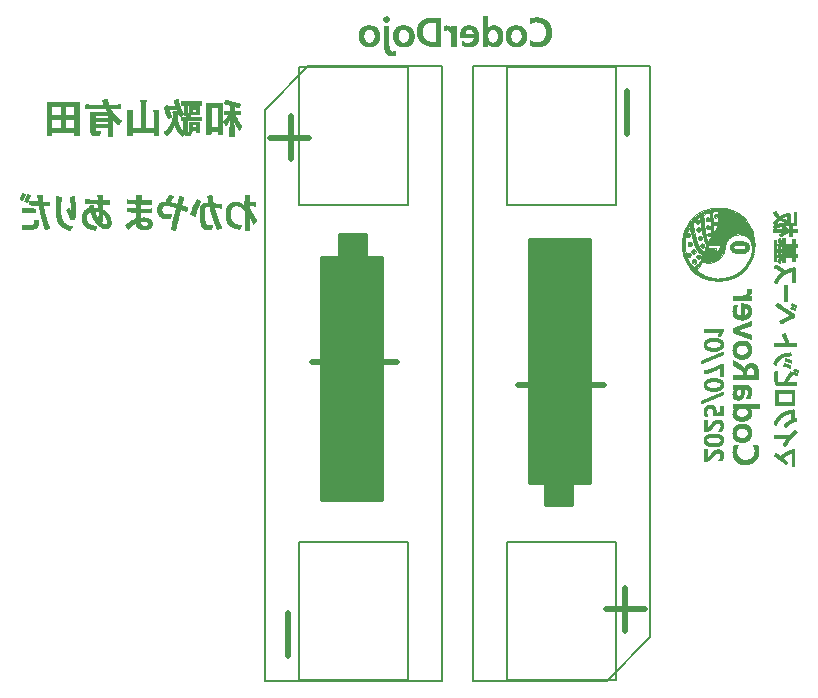
<source format=gbr>
G04 DesignSpark PCB Gerber Version 12.0 Build 5942*
%FSLAX35Y35*%
%MOMM*%
%ADD13C,0.02540*%
%ADD10C,0.05000*%
%ADD14C,0.12700*%
%ADD12C,0.15000*%
%ADD11C,0.30480*%
%ADD71C,0.50000*%
X0Y0D02*
D02*
D10*
X6348590Y6634000D02*
X6349460Y6638950D01*
X6349630Y6644830D01*
X6348760Y6648420D01*
X6346850Y6651580D01*
X6344460Y6655010D01*
X6341570Y6657350D01*
X6337760Y6659520D01*
X6334710Y6660340D01*
X6331450Y6661210D01*
X6326710Y6660390D01*
X6323390Y6659360D01*
X6321270Y6658110D01*
X6319420Y6656910D01*
X6317190Y6655060D01*
X6315060Y6652830D01*
X6313650Y6650650D01*
X6312780Y6648370D01*
X6312020Y6643470D01*
X6312180Y6638130D01*
X6313430Y6633560D01*
X6315830Y6629420D01*
X6318600Y6626870D01*
X6322630Y6624470D01*
X6325240Y6623330D01*
X6336730Y6623440D01*
X6340320Y6625120D01*
X6343200Y6627190D01*
X6345440Y6629370D01*
X6347670Y6632150D01*
X6348590Y6634000D01*
X6380720Y6574190D02*
X6381380Y6577680D01*
X6381230Y6581320D01*
X6379860Y6584910D01*
X6378090Y6587790D01*
X6376430Y6590570D01*
X6374050Y6592950D01*
X6370910Y6594820D01*
X6365810Y6596490D01*
X6360400Y6596440D01*
X6356000Y6595580D01*
X6352710Y6594310D01*
X6350230Y6592140D01*
X6348310Y6590010D01*
X6345880Y6587640D01*
X6344870Y6585060D01*
X6344320Y6582530D01*
X6344370Y6572260D01*
X6346490Y6568880D01*
X6348460Y6566100D01*
X6350740Y6563260D01*
X6353720Y6561600D01*
X6356500Y6559570D01*
X6358630Y6559120D01*
X6364340Y6559220D01*
X6367930Y6559930D01*
X6372180Y6562050D01*
X6375010Y6564430D01*
X6376930Y6566400D01*
X6378800Y6569480D01*
X6380720Y6574190D01*
X6386650Y6496520D02*
X6384520Y6503540D01*
X6379840Y6508440D01*
X6375800Y6511410D01*
X6371330Y6513750D01*
X6363890D01*
X6357930Y6511410D01*
X6353460Y6508860D01*
X6350700Y6504820D01*
X6349210Y6500140D01*
X6349420Y6492910D01*
X6349850Y6488230D01*
X6352830Y6483120D01*
X6358140Y6479080D01*
X6365380Y6476310D01*
X6371550D01*
X6377500Y6479080D01*
X6382610Y6483760D01*
X6386010Y6490780D01*
X6386650Y6496520D01*
X6413110Y6826840D02*
Y6835070D01*
X6412060Y6837880D01*
X6409650Y6842590D01*
X6406490Y6845250D01*
X6403480Y6846950D01*
X6400920Y6848010D01*
X6398570Y6848660D01*
X6395710Y6849460D01*
X6392950Y6849010D01*
X6389640Y6848310D01*
X6386480Y6846950D01*
X6383470Y6845100D01*
X6380810Y6841840D01*
X6379460Y6839880D01*
X6378410Y6836820D01*
X6377600Y6832310D01*
X6377850Y6826690D01*
X6379510Y6822330D01*
X6381620Y6818870D01*
X6384570Y6816010D01*
X6388230Y6814210D01*
X6391540Y6813100D01*
X6395510Y6812750D01*
X6399820Y6813750D01*
X6403780Y6815010D01*
X6406640Y6816910D01*
X6408650Y6819270D01*
X6410800Y6821980D01*
X6413110Y6826840D01*
X6421560Y6760100D02*
X6421610Y6766580D01*
X6419880Y6771330D01*
X6417790Y6774100D01*
X6414190Y6778130D01*
X6410530Y6780010D01*
X6407920Y6781050D01*
X6404730Y6781780D01*
X6401390Y6781680D01*
X6397630Y6780420D01*
X6394490Y6779120D01*
X6392510Y6778020D01*
X6390310Y6776140D01*
X6389060Y6773890D01*
X6388170Y6771280D01*
X6387380Y6768880D01*
Y6757850D01*
X6388740Y6755240D01*
X6390520Y6752000D01*
X6393030Y6749910D01*
X6395800Y6748290D01*
X6398930Y6746620D01*
X6407550Y6746410D01*
X6411780Y6747510D01*
X6414920Y6749550D01*
X6417380Y6751740D01*
X6419410Y6754460D01*
X6420770Y6757540D01*
X6421560Y6760100D01*
X6422840Y6530000D02*
X6422970Y6538920D01*
X6421680Y6542470D01*
X6419420Y6545900D01*
X6416450Y6548740D01*
X6413800Y6550610D01*
X6410950Y6551520D01*
X6407590Y6552490D01*
X6404230Y6552810D01*
X6400230Y6552290D01*
X6396800Y6550100D01*
X6394020Y6548220D01*
X6392080Y6546670D01*
X6390340Y6544280D01*
X6389110Y6541180D01*
X6388460Y6538340D01*
X6387690Y6536010D01*
X6387950Y6533170D01*
X6389500Y6527090D01*
X6391700Y6523280D01*
X6394540Y6520630D01*
X6396740Y6518820D01*
X6400030Y6517460D01*
X6410500Y6517200D01*
X6415020Y6519210D01*
X6417160Y6521600D01*
X6419290Y6523920D01*
X6421360Y6527160D01*
X6422840Y6530000D01*
X6435120Y6692060D02*
X6434700Y6699230D01*
X6432260Y6703870D01*
X6429470Y6706240D01*
X6425930Y6708770D01*
X6421880Y6710620D01*
X6412770Y6711040D01*
X6408890Y6709270D01*
X6405850Y6707080D01*
X6403070Y6704550D01*
X6401800Y6701340D01*
X6401040Y6697720D01*
X6401210Y6689790D01*
X6402730Y6685230D01*
X6405010Y6682030D01*
X6408050Y6679580D01*
X6411670Y6677980D01*
X6420870Y6677390D01*
X6425590Y6678400D01*
X6429130Y6680840D01*
X6433180Y6684810D01*
X6434620Y6688440D01*
X6435120Y6692060D01*
X6445520Y6560400D02*
X6439440Y6560240D01*
X6437250Y6559150D01*
X6429930Y6558990D01*
X6424010Y6560710D01*
X6417300Y6564610D01*
X6411380Y6568810D01*
X6404680Y6575360D01*
X6397660Y6583620D01*
X6392670Y6591880D01*
X6387530Y6599680D01*
X6381140Y6611520D01*
X6377550Y6619630D01*
X6372880Y6629290D01*
X6369830Y6636350D01*
X6365670Y6648030D01*
X6361640Y6659900D01*
X6357820Y6671980D01*
X6354600Y6684190D01*
X6351170Y6696940D01*
X6346810Y6714460D01*
X6342790Y6731630D01*
X6339560Y6746260D01*
X6336480Y6760090D01*
X6333660Y6772030D01*
X6331510Y6785580D01*
X6329630Y6784640D01*
X6325610Y6778600D01*
X6322250Y6772830D01*
X6320110Y6767600D01*
X6316750Y6761290D01*
X6313400Y6754720D01*
X6312400Y6751950D01*
X6310400Y6748100D01*
X6308480Y6742810D01*
X6305940Y6737730D01*
X6304570Y6733950D01*
X6304910Y6731480D01*
X6306830Y6732030D01*
X6308410Y6733610D01*
X6311230Y6734640D01*
X6316380Y6735390D01*
X6320570Y6735320D01*
X6326130Y6732580D01*
X6329910Y6729690D01*
X6332380Y6726390D01*
X6333960Y6722480D01*
X6334510Y6717670D01*
X6333350Y6711420D01*
X6331080Y6707020D01*
X6327850Y6703520D01*
X6324210Y6701120D01*
X6320430Y6699740D01*
X6313770Y6699120D01*
X6309720Y6699950D01*
X6305800Y6701530D01*
X6302780Y6704620D01*
X6301340Y6707020D01*
X6299890Y6708880D01*
X6299410Y6711900D01*
X6297900Y6711690D01*
X6296460Y6706060D01*
X6294950Y6698850D01*
X6293300Y6689230D01*
X6291930Y6680300D01*
X6290210Y6668760D01*
X6288970Y6656680D01*
X6289250Y6617520D01*
X6290620Y6602140D01*
X6292060Y6591230D01*
X6293680Y6580640D01*
X6295920Y6571440D01*
X6297860Y6563090D01*
X6299870Y6553050D01*
X6302110Y6552810D01*
X6303340Y6556680D01*
X6304660Y6559690D01*
X6307670Y6562630D01*
X6310840Y6565570D01*
X6314090Y6566800D01*
X6318340Y6567500D01*
X6323210Y6567660D01*
X6327920Y6565570D01*
X6331020Y6563640D01*
X6334110Y6560470D01*
X6336660Y6556220D01*
X6337430Y6550800D01*
X6337200Y6546480D01*
X6335810Y6541680D01*
X6333720Y6537660D01*
X6331480Y6535350D01*
X6329860Y6533950D01*
X6326380Y6532020D01*
X6322820Y6530860D01*
X6319580Y6530550D01*
X6316170Y6531090D01*
X6312770Y6532490D01*
X6309840Y6534650D01*
X6307050Y6534420D01*
X6307130Y6531870D01*
X6310530Y6525760D01*
X6313930Y6518260D01*
X6317510Y6509830D01*
X6321780Y6501690D01*
X6326380Y6493410D01*
X6331790Y6485080D01*
X6335890Y6478940D01*
X6342710Y6469520D01*
X6349450Y6460330D01*
X6355540Y6452690D01*
X6360130Y6446990D01*
X6362960Y6443410D01*
X6366190Y6443700D01*
X6368900Y6445840D01*
X6372760Y6448710D01*
X6375570Y6451140D01*
X6378950Y6453310D01*
X6385260Y6458630D01*
X6390880Y6464180D01*
X6396280Y6470330D01*
X6416190Y6495790D01*
X6422570Y6506880D01*
X6428500Y6518590D01*
X6434730Y6530900D01*
X6439140Y6543050D01*
X6442040Y6551180D01*
X6445520Y6560400D01*
X6450900Y6585850D02*
X6455410Y6591210D01*
X6460770Y6603440D01*
X6464200Y6612450D01*
X6468070Y6625330D01*
X6470430Y6636480D01*
X6471280Y6643990D01*
X6465700Y6648280D01*
X6462060Y6653000D01*
X6457980Y6659230D01*
X6454120Y6668880D01*
X6450470Y6678110D01*
X6447250Y6689480D01*
X6444460Y6699130D01*
X6442100Y6712010D01*
X6436970Y6732750D01*
X6433180Y6755060D01*
X6430750Y6771830D01*
X6428050Y6789590D01*
X6425250Y6808340D01*
X6422550Y6827990D01*
X6420200Y6847280D01*
X6416420Y6872700D01*
X6410290Y6869990D01*
X6404340Y6865490D01*
X6398930Y6861340D01*
X6392260Y6855570D01*
X6384690Y6849800D01*
X6377120Y6842410D01*
X6370270Y6836280D01*
X6363050Y6828350D01*
X6353500Y6817890D01*
X6355840Y6805450D01*
X6358550Y6793910D01*
X6361070Y6782380D01*
X6364140Y6769040D01*
X6366660Y6758760D01*
X6368640Y6747220D01*
X6371530Y6734060D01*
X6375670Y6719460D01*
X6378380Y6706480D01*
X6381080Y6695120D01*
X6385590Y6679620D01*
X6390080Y6665280D01*
X6394470Y6651740D01*
X6399350Y6640540D01*
X6403230Y6631050D01*
X6406450Y6623060D01*
X6410910Y6614990D01*
X6414740Y6608880D01*
X6419370Y6602430D01*
X6424540Y6596790D01*
X6428970Y6591820D01*
X6434610Y6588330D01*
X6439650Y6586120D01*
X6450900Y6585850D01*
X6454500Y6623270D02*
X6455120Y6627360D01*
Y6631730D01*
X6453980Y6635310D01*
X6451990Y6638950D01*
X6449660Y6641680D01*
X6446540Y6643840D01*
X6443980Y6645320D01*
X6440400Y6645940D01*
X6436940Y6646340D01*
X6433410Y6645770D01*
X6430230Y6645030D01*
X6427620Y6643550D01*
X6425400Y6641220D01*
X6423470Y6639180D01*
X6421930Y6636960D01*
X6420280Y6634460D01*
X6419770Y6631620D01*
X6419430Y6628780D01*
X6420170Y6625430D01*
X6420970Y6621730D01*
X6423640Y6617300D01*
X6425970Y6615080D01*
X6428580Y6612700D01*
X6431030Y6611330D01*
X6442850Y6610760D01*
X6446200Y6612920D01*
X6448640Y6614120D01*
X6450860Y6616560D01*
X6452620Y6619120D01*
X6454500Y6623270D01*
X6497510Y6848770D02*
X6497940Y6851100D01*
X6497420Y6854340D01*
X6496130Y6857570D01*
X6493760Y6860570D01*
X6491660Y6862900D01*
X6488760Y6864800D01*
X6486000Y6866040D01*
X6483820Y6866560D01*
X6477590Y6866650D01*
X6474920Y6865890D01*
X6472540Y6863890D01*
X6470590Y6862420D01*
X6469120Y6860950D01*
X6467880Y6859470D01*
X6466270Y6856290D01*
X6466310Y6845390D01*
X6467790Y6842400D01*
X6469600Y6840450D01*
X6471360Y6838830D01*
X6473830Y6836590D01*
X6476250Y6835410D01*
X6482200Y6834930D01*
X6485580Y6835260D01*
X6489140Y6836550D01*
X6491950Y6838450D01*
X6494040Y6840450D01*
X6495610Y6843160D01*
X6497040Y6846060D01*
X6497510Y6848770D01*
X6501600Y6777330D02*
X6501640Y6786330D01*
X6500050Y6789060D01*
X6497890Y6792020D01*
X6495550Y6794270D01*
X6492460Y6796170D01*
X6489460Y6796870D01*
X6480420Y6796700D01*
X6477330Y6795200D01*
X6475340Y6793300D01*
X6473800Y6791310D01*
X6472520Y6789200D01*
X6471200Y6786420D01*
Y6776450D01*
X6473140Y6773230D01*
X6475480Y6770710D01*
X6478080Y6768330D01*
X6481520Y6766920D01*
X6483640Y6766210D01*
X6488930D01*
X6492240Y6767400D01*
X6495600Y6769080D01*
X6497540Y6771240D01*
X6499650Y6773890D01*
X6501600Y6777330D01*
X6508570Y6718410D02*
X6509290Y6722350D01*
X6509050Y6725710D01*
X6507220Y6729260D01*
X6505060Y6732230D01*
X6502420Y6734630D01*
X6500030Y6736070D01*
X6490530Y6736640D01*
X6485920Y6733910D01*
X6483280Y6732130D01*
X6481700Y6729160D01*
X6480260Y6725950D01*
X6479680Y6723790D01*
Y6720000D01*
X6480790Y6716640D01*
X6482800Y6712900D01*
X6486020Y6709870D01*
X6489280Y6708340D01*
X6492780Y6706950D01*
X6496380Y6707140D01*
X6499160Y6708050D01*
X6502330Y6709540D01*
X6504580Y6711840D01*
X6506600Y6714000D01*
X6508130Y6717020D01*
X6508570Y6718410D01*
X6515110Y6709210D02*
X6513740Y6729930D01*
X6512140Y6750770D01*
X6510660Y6769670D01*
X6509180Y6790170D01*
X6507250Y6820680D01*
X6505200Y6850970D01*
X6502690Y6880350D01*
X6499730Y6910640D01*
X6482200Y6905400D01*
X6469670Y6901070D01*
X6457830Y6895610D01*
X6447810Y6891510D01*
X6441430Y6887640D01*
X6444170Y6867830D01*
X6446900Y6849830D01*
X6448040Y6835030D01*
X6450770Y6815670D01*
X6453960Y6794950D01*
X6457600Y6771490D01*
X6460340Y6751450D01*
X6463300Y6733010D01*
X6465800Y6716840D01*
X6467830Y6704610D01*
X6470530Y6694710D01*
X6473090Y6685570D01*
X6476060Y6678510D01*
X6478490Y6673800D01*
X6480770Y6670610D01*
X6483470Y6666810D01*
X6485690Y6663970D01*
X6489420Y6663900D01*
X6491430Y6666390D01*
X6494200Y6670130D01*
X6497040Y6674560D01*
X6500430Y6680240D01*
X6503690Y6685640D01*
X6506250Y6690140D01*
X6508040Y6694230D01*
X6510040Y6698570D01*
X6511720Y6702550D01*
X6513120Y6706140D01*
X6515110Y6709210D01*
X6557680Y6811270D02*
X6558290Y6813910D01*
X6558340Y6818540D01*
X6557220Y6822060D01*
X6555140Y6825010D01*
X6552290Y6827760D01*
X6549280Y6829690D01*
X6546480Y6830350D01*
X6544090Y6831060D01*
X6541140Y6830760D01*
X6538950Y6829490D01*
X6536710Y6828420D01*
X6534470Y6826590D01*
X6532640Y6824800D01*
X6531110Y6822560D01*
X6530250Y6820270D01*
X6530150Y6813300D01*
X6531060Y6810450D01*
X6532690Y6807140D01*
X6534370Y6805260D01*
X6536560Y6803530D01*
X6539360Y6801750D01*
X6544500Y6801440D01*
X6548420Y6801850D01*
X6550710Y6803070D01*
X6553300Y6804650D01*
X6555900Y6807550D01*
X6557680Y6811270D01*
X6564980Y6877730D02*
X6565770Y6880300D01*
X6565520Y6883480D01*
X6563990Y6887370D01*
X6562250Y6889690D01*
X6560430Y6891800D01*
X6557740Y6893790D01*
X6554960Y6895160D01*
X6553100Y6895860D01*
X6550370Y6896190D01*
X6548300Y6895320D01*
X6545200Y6894370D01*
X6541880Y6892800D01*
X6540110Y6890980D01*
X6538240Y6889320D01*
X6537120Y6887330D01*
X6536550Y6885470D01*
X6536130Y6881540D01*
Y6878970D01*
X6536920Y6875790D01*
X6538200Y6872520D01*
X6542090Y6868870D01*
X6545730Y6866930D01*
X6548300Y6866180D01*
X6552110Y6865560D01*
X6555630Y6866100D01*
X6558650Y6867760D01*
X6560470Y6869870D01*
X6562700Y6872100D01*
X6564110Y6875040D01*
X6564980Y6877730D01*
X6570370Y6920820D02*
X6558360Y6919570D01*
X6547600Y6918820D01*
X6537850Y6917070D01*
X6526590Y6915060D01*
X6520840Y6914810D01*
Y6894800D01*
X6522590Y6874790D01*
X6524340Y6847270D01*
X6525840Y6827010D01*
X6527090Y6806750D01*
X6529090Y6780730D01*
X6530340Y6765970D01*
X6531590Y6741210D01*
X6532600Y6730950D01*
X6535960Y6735760D01*
X6538790Y6740320D01*
X6541140Y6745090D01*
X6543600Y6750340D01*
X6546230Y6756180D01*
X6549150Y6763280D01*
X6552430Y6771830D01*
X6555060Y6779380D01*
X6557360Y6788910D01*
X6559820Y6797620D01*
X6564010Y6816110D01*
X6566640Y6833190D01*
X6568780Y6855540D01*
X6570420Y6877060D01*
X6571080Y6895400D01*
X6570370Y6920820D01*
X6575240Y6325240D02*
G75*
G02*
Y6945860I0J310310D01*
G01*
G75*
G02*
Y6325240I0J-310310D01*
G01*
X6586350Y6611370D02*
X6586420Y6630260D01*
X6584450Y6631740D01*
X6488430Y6631410D01*
X6486290Y6623340D01*
X6484770Y6617890D01*
X6483250Y6611870D01*
X6480680Y6604790D01*
X6555850Y6604610D01*
X6552490Y6598870D01*
X6549120Y6592680D01*
X6545980Y6587480D01*
X6542980Y6582640D01*
X6541050Y6579090D01*
X6565540Y6579140D01*
X6569480Y6585860D01*
X6573650Y6592010D01*
X6580430Y6602370D01*
X6586350Y6611370D01*
X6800370Y6456780D02*
X6807430Y6466730D01*
X6815770Y6477320D01*
X6821870Y6488230D01*
X6828610Y6498500D01*
X6834390Y6511660D01*
X6839840Y6523210D01*
X6845300Y6535410D01*
X6849790Y6549850D01*
X6853960Y6566220D01*
X6856210Y6580020D01*
X6858130Y6591890D01*
X6859420Y6606650D01*
X6857490Y6624620D01*
X6854720Y6636940D01*
X6852430Y6646100D01*
X6849790Y6654470D01*
X6846700Y6662600D01*
X6843950Y6668330D01*
X6839600Y6675200D01*
X6836050Y6680360D01*
X6831920Y6685400D01*
X6826990Y6692040D01*
X6821610Y6696390D01*
X6816800Y6700630D01*
X6811530Y6704410D01*
X6805570Y6708540D01*
X6798240Y6711290D01*
X6790910Y6714720D01*
X6781740Y6717470D01*
X6773720Y6719540D01*
X6763410Y6722060D01*
X6754710Y6723200D01*
X6746460Y6723430D01*
X6735920Y6722290D01*
X6725800Y6721230D01*
X6717140Y6719520D01*
X6708360Y6717170D01*
X6701150Y6714940D01*
X6695120Y6712320D01*
X6688040Y6708780D01*
X6680440Y6704580D01*
X6673230Y6699860D01*
X6667730Y6695410D01*
X6662350Y6690290D01*
X6656850Y6684530D01*
X6653480Y6680350D01*
X6649940Y6675210D01*
X6647000Y6671050D01*
X6643330Y6666520D01*
X6639170Y6659550D01*
X6635740Y6651960D01*
X6633170Y6644620D01*
X6630850Y6637030D01*
X6629500Y6632870D01*
X6628030Y6626510D01*
X6626930Y6619900D01*
X6626200Y6611830D01*
X6625220Y6603510D01*
X6623870Y6594450D01*
X6622280Y6585520D01*
X6619470Y6576710D01*
X6616900Y6569250D01*
X6613600Y6563500D01*
X6610540Y6556770D01*
X6606260Y6549790D01*
X6603790Y6544620D01*
X6599870Y6540140D01*
X6596090Y6534960D01*
X6592030Y6530340D01*
X6588670Y6526700D01*
X6582930Y6521100D01*
X6578030Y6517040D01*
X6572290Y6511720D01*
X6566970Y6508080D01*
X6561370Y6504580D01*
X6555210Y6500800D01*
X6550730Y6498420D01*
X6544570Y6495340D01*
X6537710Y6492260D01*
X6531130Y6489600D01*
X6523000Y6487480D01*
X6515830Y6485480D01*
X6508780Y6484540D01*
X6500090Y6483370D01*
X6490100Y6482780D01*
X6479060Y6483600D01*
X6470130Y6484780D01*
X6462020Y6486420D01*
X6452740Y6488540D01*
X6447160Y6490350D01*
X6441880Y6492050D01*
X6436590Y6494040D01*
X6434300Y6489750D01*
X6432910Y6486360D01*
X6429420Y6481280D01*
X6426920Y6476290D01*
X6423230Y6470810D01*
X6420240Y6465520D01*
X6417050Y6461130D01*
X6413760Y6456950D01*
X6410170Y6452360D01*
X6405880Y6447070D01*
X6401890Y6442590D01*
X6397900Y6438200D01*
X6394410Y6434720D01*
X6391610Y6431840D01*
X6388420Y6428960D01*
X6385700Y6426620D01*
X6383750Y6424520D01*
X6388420Y6419860D01*
X6393940Y6415190D01*
X6398920Y6411140D01*
X6403590Y6407490D01*
X6408960Y6403440D01*
X6412930Y6400490D01*
X6417200Y6397920D01*
X6420780Y6395660D01*
X6423970Y6393330D01*
X6427320Y6391310D01*
X6431280Y6389210D01*
X6435410Y6386790D01*
X6439480Y6383970D01*
X6444010Y6381320D01*
X6449110Y6378880D01*
X6454760Y6376130D01*
X6460570Y6373630D01*
X6464740Y6371900D01*
X6469740Y6370220D01*
X6474730Y6368230D01*
X6482320Y6365120D01*
X6490980Y6362880D01*
X6498520Y6359830D01*
X6505960Y6357890D01*
X6516880Y6355380D01*
X6527420Y6353410D01*
X6536580Y6351830D01*
X6547220Y6350450D01*
X6563540Y6349630D01*
X6585020Y6349800D01*
X6600460Y6350600D01*
X6619610Y6352780D01*
X6637370Y6356330D01*
X6651910Y6359880D01*
X6665260Y6364100D01*
X6680990Y6369680D01*
X6692940Y6375170D01*
X6703820Y6379930D01*
X6712960Y6384430D01*
X6721960Y6389560D01*
X6731850Y6395820D01*
X6743620Y6403170D01*
X6754110Y6411030D01*
X6767420Y6421920D01*
X6776700Y6429590D01*
X6786780Y6439880D01*
X6796670Y6452180D01*
X6797230Y6452640D01*
X6800370Y6456780D01*
X6805030Y6612250D02*
X6805130Y6617940D01*
X6804200Y6620610D01*
X6802840Y6623820D01*
X6800700Y6626010D01*
X6797450Y6628730D01*
X6793650Y6630430D01*
X6790110Y6631400D01*
X6785680Y6632080D01*
X6780920Y6633100D01*
X6774310Y6633780D01*
X6770130Y6634470D01*
X6730740Y6634200D01*
X6719640Y6632960D01*
X6713270Y6631480D01*
X6708630Y6629810D01*
X6705150Y6628150D01*
X6703130Y6626560D01*
X6700230Y6623590D01*
X6698270Y6620260D01*
X6698200Y6612650D01*
X6700230Y6607650D01*
X6702620Y6604690D01*
X6706960Y6601720D01*
X6712030Y6599760D01*
X6716600Y6598750D01*
X6721590Y6597950D01*
X6725500Y6597080D01*
X6778950Y6597660D01*
X6786330Y6598490D01*
X6791500Y6599680D01*
X6796120Y6601730D01*
X6799480Y6603980D01*
X6802350Y6606600D01*
X6804530Y6610400D01*
X6805030Y6612250D01*
X6830080Y6606350D02*
Y6625150D01*
X6828320Y6631610D01*
X6826260Y6636020D01*
X6824060Y6641010D01*
X6819950Y6646150D01*
X6814950Y6650120D01*
X6810400Y6653500D01*
X6805550Y6656140D01*
X6799820Y6658490D01*
X6795120Y6659810D01*
X6787780Y6661720D01*
X6778670Y6663190D01*
X6774610Y6663780D01*
X6728990Y6663390D01*
X6720270Y6662600D01*
X6713670Y6661490D01*
X6708200Y6659950D01*
X6703060Y6658290D01*
X6699000Y6656690D01*
X6696100Y6655390D01*
X6692990Y6653720D01*
X6690530Y6651910D01*
X6688140Y6649160D01*
X6684950Y6646410D01*
X6682410Y6643440D01*
X6679730Y6640320D01*
X6678140Y6637140D01*
X6676480Y6633520D01*
X6675170Y6629530D01*
X6674160Y6626200D01*
X6673940Y6602880D01*
X6676400Y6596940D01*
X6678940Y6592090D01*
X6680970Y6588760D01*
X6684630Y6584450D01*
X6688530Y6581290D01*
X6692080Y6577890D01*
X6696020Y6575530D01*
X6700310Y6573010D01*
X6706080Y6570550D01*
X6712150Y6568770D01*
X6717790Y6567790D01*
X6722500Y6566520D01*
X6740110Y6565350D01*
X6770420Y6565710D01*
X6786960Y6567380D01*
X6795910Y6569650D01*
X6802430Y6571630D01*
X6809110Y6575270D01*
X6814870Y6579210D01*
X6820490Y6584670D01*
X6825190Y6590890D01*
X6827210Y6596650D01*
X6829040Y6601320D01*
X6830080Y6606350D01*
D02*
D11*
X3215240Y6525240D02*
X3725240D01*
Y4470240D01*
X3215240D01*
Y6525240D01*
G36*
X3215240Y6525240D02*
X3725240D01*
Y4470240D01*
X3215240D01*
Y6525240D01*
G37*
X3370240Y6715240D02*
Y6495240D01*
X3585240D01*
Y6715240D01*
X3370240D01*
G36*
X3370240Y6715240D02*
Y6495240D01*
X3585240D01*
Y6715240D01*
X3370240D01*
G37*
X5330240Y4430240D02*
Y4650240D01*
X5115240D01*
Y4430240D01*
X5330240D01*
G36*
X5330240Y4430240D02*
Y4650240D01*
X5115240D01*
Y4430240D01*
X5330240D01*
G37*
X5485240Y4620240D02*
X4975240D01*
Y6675240D01*
X5485240D01*
Y4620240D01*
G36*
X5485240Y4620240D02*
X4975240D01*
Y6675240D01*
X5485240D01*
Y4620240D01*
G37*
X6610240Y6590240D02*
Y6925240D01*
X6585240D01*
Y6645240D01*
X6855240Y6690240D02*
Y6740240D01*
X6560240D01*
D02*
D12*
X6275240Y6655240D02*
Y6680240D01*
X6285240D01*
Y6690240D01*
X6275240Y6685240D02*
Y6690240D01*
X6280240Y6565240D02*
Y6650240D01*
X6275240D01*
Y6585240D01*
X6280240D01*
Y6655240D02*
Y6675240D01*
X6285240D01*
X6280240Y6690240D02*
Y6710240D01*
X6285240Y6540240D02*
Y6585240D01*
Y6590240D02*
Y6600240D01*
X6280240D01*
X6290240Y6530240D02*
Y6565240D01*
Y6700240D02*
Y6740240D01*
X6300240Y6505240D02*
Y6545240D01*
X6330240D01*
X6300240Y6735240D02*
Y6755240D01*
X6305240D01*
X6300240Y6765240D02*
X6305240D01*
Y6515240D02*
Y6520240D01*
Y6775240D02*
X6310240D01*
Y6785240D01*
Y6490240D02*
Y6510240D01*
Y6760240D02*
X6300240D01*
Y6755240D01*
X6315240Y6705240D02*
Y6710240D01*
X6320240Y6490240D02*
Y6495240D01*
X6305240D01*
X6320240Y6635240D02*
Y6640240D01*
Y6780240D02*
X6310240D01*
Y6770240D01*
X6320240Y6800240D02*
X6330240D01*
Y6810240D01*
X6325240Y6465240D02*
Y6480240D01*
X6315240D01*
X6325240Y6540240D02*
X6295240D01*
Y6520240D01*
X6325240Y6560240D02*
X6315240D01*
X6325240Y6635240D02*
X6335240D01*
Y6630240D01*
X6325240Y6710240D02*
X6305240D01*
X6325240Y6715240D02*
Y6720240D01*
X6295240D01*
Y6750240D01*
X6325240Y6725240D02*
X6285240D01*
Y6695240D01*
X6325240Y6810240D02*
X6330240D01*
Y6815240D01*
Y6460240D02*
Y6475240D01*
X6325240D01*
X6330240Y6555240D02*
X6310240D01*
Y6550240D01*
X6330240Y6630240D02*
X6325240D01*
X6330240Y6655240D02*
Y6640240D01*
X6340240D01*
X6330240Y6790240D02*
X6315240D01*
Y6770240D01*
X6335240Y6450240D02*
Y6470240D01*
X6320240D01*
X6335240Y6635240D02*
X6340240D01*
Y6440240D02*
Y6460240D01*
Y6645240D02*
X6320240D01*
Y6640240D01*
X6340240Y6650240D02*
X6325240D01*
X6340240Y6770240D02*
Y6820240D01*
X6335240D01*
X6345240Y6455240D02*
X6335240D01*
X6345240Y6750240D02*
Y6825240D01*
X6340240D01*
X6350240Y6575240D02*
X6365240D01*
Y6580240D01*
X6350240Y6725240D02*
Y6755240D01*
X6345240D01*
X6350240Y6730240D02*
Y6805240D01*
X6345240D01*
X6350240Y6825240D02*
Y6835240D01*
X6360240D01*
X6355240Y6430240D02*
X6350240D01*
Y6435240D01*
X6355240Y6445240D02*
X6340240D01*
X6355240Y6570240D02*
Y6580240D01*
X6350240D01*
X6355240Y6715240D02*
Y6730240D01*
X6365240D01*
X6355240Y6770240D02*
X6345240D01*
X6355240Y6775240D02*
Y6780240D01*
Y6830240D02*
X6345240D01*
X6355240Y6845240D02*
X6370240D01*
X6360240Y6420240D02*
Y6435240D01*
X6350240D01*
X6360240Y6710240D02*
Y6760240D01*
X6345240D01*
X6360240Y6735240D02*
Y6740240D01*
X6365240D01*
Y6415240D02*
Y6425240D01*
Y6565240D02*
X6360240D01*
Y6580240D01*
X6355240D01*
Y6575240D01*
X6370240Y6505240D02*
X6365240D01*
X6370240Y6570240D02*
Y6580240D01*
X6375240D01*
X6370240Y6590240D02*
X6355240D01*
Y6580240D01*
X6370240Y6655240D02*
Y6675240D01*
X6380240D01*
X6370240Y6660240D02*
Y6695240D01*
X6375240D01*
X6370240Y6705240D02*
X6360240D01*
Y6690240D01*
X6370240Y6720240D02*
Y6705240D01*
X6355240D01*
X6375240Y6410240D02*
Y6440240D01*
X6390240D01*
X6375240Y6415240D02*
X6370240D01*
Y6440240D01*
X6375240Y6485240D02*
X6365240D01*
X6375240Y6685240D02*
X6365240D01*
Y6670240D01*
X6380240Y6490240D02*
X6355240D01*
Y6500240D01*
X6380240D02*
X6360240D01*
Y6505240D01*
X6380240Y6850240D02*
X6360240D01*
X6385240Y6435240D02*
Y6445240D01*
X6380240D01*
X6385240Y6655240D02*
Y6665240D01*
Y6825240D02*
Y6830240D01*
X6390240Y6645240D02*
X6375240D01*
Y6665240D01*
X6390240Y6860240D02*
X6370240D01*
Y6855240D01*
X6390240Y6875240D02*
X6395240D01*
Y6405240D02*
X6390240D01*
Y6410240D01*
X6395240Y6445240D02*
X6385240D01*
Y6450240D01*
X6395240D02*
Y6460240D01*
X6400240D01*
X6395240Y6600240D02*
Y6605240D01*
X6390240D01*
X6395240Y6635240D02*
X6375240D01*
Y6645240D01*
X6395240Y6820240D02*
Y6830240D01*
X6385240D01*
X6400240Y6400240D02*
X6380240D01*
Y6435240D01*
X6400240Y6625240D02*
X6380240D01*
Y6635240D01*
X6400240Y6820240D02*
X6390240D01*
X6400240Y6870240D02*
X6380240D01*
Y6865240D01*
X6405240Y6385240D02*
X6400240D01*
Y6390240D01*
X6405240Y6455240D02*
Y6470240D01*
Y6585240D02*
Y6615240D01*
X6385240D01*
X6405240Y6775240D02*
Y6755240D01*
X6400240D01*
X6405240Y6825240D02*
Y6840240D01*
X6385240D01*
X6405240Y6875240D02*
Y6885240D01*
X6410240Y6380240D02*
Y6395240D01*
Y6385240D02*
Y6395240D01*
X6390240D01*
X6410240Y6460240D02*
Y6475240D01*
Y6525240D02*
X6400240D01*
X6410240Y6545240D02*
X6405240D01*
Y6540240D01*
X6410240Y6685240D02*
Y6695240D01*
X6405240D01*
X6410240Y6755240D02*
Y6765240D01*
X6415240D01*
X6410240Y6770240D02*
X6395240D01*
Y6760240D01*
X6415240Y6485240D02*
Y6470240D01*
Y6530240D02*
X6395240D01*
Y6535240D01*
X6415240Y6540240D02*
X6395240D01*
X6415240Y6685240D02*
Y6700240D01*
X6410240D01*
X6415240Y6705240D02*
X6420240D01*
X6415240Y6760240D02*
X6395240D01*
Y6765240D01*
X6415240Y6880240D02*
X6395240D01*
Y6875240D01*
X6420240Y6480240D02*
X6415240D01*
X6420240Y6570240D02*
Y6595240D01*
X6400240D01*
X6420240Y6575240D02*
X6410240D01*
Y6605240D01*
X6395240D01*
X6420240Y6685240D02*
Y6700240D01*
X6415240D01*
X6425240Y6375240D02*
X6420240D01*
Y6390240D01*
X6425240Y6485240D02*
Y6495240D01*
Y6850240D02*
Y6890240D01*
X6410240D01*
X6430240Y6370240D02*
Y6380240D01*
X6415240D01*
X6430240Y6490240D02*
Y6505240D01*
Y6690240D02*
X6425240D01*
Y6700240D01*
X6430240Y6815240D02*
Y6850240D01*
Y6855240D02*
Y6895240D01*
X6420240D01*
X6435240Y6500240D02*
X6460240D01*
Y6495240D01*
X6435240Y6510240D02*
Y6515240D01*
Y6780240D02*
Y6820240D01*
X6445240D01*
X6435240Y6865240D02*
Y6890240D01*
X6440240Y6530240D02*
Y6510240D01*
Y6620240D02*
X6430240D01*
X6440240Y6640240D02*
X6435240D01*
X6440240Y6835240D02*
Y6830240D01*
Y6840240D02*
Y6850240D01*
X6435240D01*
X6440240Y6855240D02*
X6430240D01*
Y6885240D01*
X6440240Y6900240D02*
Y6895240D01*
X6445240Y6535240D02*
Y6545240D01*
Y6565240D02*
X6430240D01*
Y6585240D01*
X6445240Y6580240D02*
X6440240D01*
Y6575240D01*
X6445240Y6620240D02*
Y6625240D01*
Y6635240D02*
X6430240D01*
X6445240Y6725240D02*
Y6740240D01*
Y6790240D02*
Y6815240D01*
X6440240D01*
X6445240Y6905240D02*
X6440240D01*
X6445240Y6910240D02*
Y6900240D01*
X6430240D01*
X6450240Y6625240D02*
X6430240D01*
X6450240Y6630240D02*
X6425240D01*
X6450240Y6700240D02*
Y6735240D01*
X6455240D01*
X6450240Y6775240D02*
Y6785240D01*
X6455240Y6360240D02*
X6450240D01*
X6455240Y6750240D02*
X6450240D01*
Y6765240D01*
X6460240Y6365240D02*
X6440240D01*
Y6375240D01*
X6460240Y6585240D02*
Y6500240D01*
X6450240D01*
Y6580240D01*
X6460240Y6670240D02*
Y6710240D01*
X6450240D01*
X6460240Y6715240D02*
X6455240D01*
Y6745240D01*
X6440240D01*
Y6785240D01*
X6460240Y6910240D02*
Y6915240D01*
Y6910240D02*
Y6905240D01*
X6465240Y6365240D02*
X6450240D01*
Y6370240D01*
X6465240Y6660240D02*
Y6685240D01*
X6455240D01*
X6465240Y6690240D02*
X6455240D01*
Y6720240D01*
X6470240Y6360240D02*
X6460240D01*
Y6355240D01*
X6470240Y6605240D02*
Y6615240D01*
Y6610240D02*
Y6580240D01*
X6455240D01*
X6470240Y6655240D02*
Y6675240D01*
X6460240D01*
X6475240Y6600240D02*
Y6625240D01*
X6480240D01*
X6475240Y6650240D02*
Y6665240D01*
Y6910240D02*
X6450240D01*
Y6900240D01*
X6475240Y6920240D02*
X6470240D01*
X6480240Y6360240D02*
X6470240D01*
X6480240Y6840240D02*
Y6850240D01*
X6475240D01*
X6480240Y6860240D02*
Y6845240D01*
X6475240D01*
X6485240Y6500240D02*
X6495240D01*
X6485240Y6635240D02*
X6475240D01*
X6485240Y6790240D02*
Y6785240D01*
X6480240D01*
X6485240Y6845240D02*
Y6850240D01*
X6490240D01*
X6485240Y6860240D02*
Y6855240D01*
X6475240D01*
X6485240Y6925240D02*
X6480240D01*
X6490240Y6355240D02*
X6470240D01*
Y6350240D01*
X6490240Y6775240D02*
X6480240D01*
X6490240Y6790240D02*
X6480240D01*
Y6780240D01*
X6490240Y6915240D02*
X6465240D01*
Y6910240D01*
X6490240Y6925240D02*
X6515240D01*
Y6930240D01*
X6495240Y6490240D02*
X6470240D01*
Y6495240D01*
X6495240Y6715240D02*
X6490240D01*
Y6730240D01*
X6495240D02*
Y6720240D01*
X6485240D01*
X6495240Y6780240D02*
Y6785240D01*
X6490240D01*
X6500240Y6670240D02*
Y6660240D01*
Y6715240D02*
Y6725240D01*
X6490240D01*
X6505240Y6490240D02*
Y6505240D01*
X6500240D01*
X6505240Y6665240D02*
Y6680240D01*
X6510240D01*
X6505240Y6930240D02*
Y6910240D01*
X6510240Y6860240D02*
Y6920240D01*
X6475240D01*
X6510240Y6930240D02*
Y6925240D01*
X6500240D01*
X6515240Y6350240D02*
X6490240D01*
X6515240Y6695240D02*
Y6670240D01*
Y6785240D02*
Y6930240D01*
X6520240Y6340240D02*
X6500240D01*
X6520240Y6725240D02*
Y6825240D01*
X6525240Y6495240D02*
X6515240D01*
Y6515240D01*
X6525240Y6760240D02*
Y6715240D01*
X6530240Y6590240D02*
Y6595240D01*
X6545240D01*
X6535240Y6500240D02*
X6525240D01*
Y6515240D01*
X6535240Y6570240D02*
Y6595240D01*
X6465240D01*
Y6570240D01*
X6535240D01*
G36*
X6535240Y6570240D02*
Y6595240D01*
X6465240D01*
Y6570240D01*
X6535240D01*
G37*
X6540240Y6820240D02*
Y6815240D01*
X6545240D01*
Y6810240D02*
Y6815240D01*
X6535240D01*
X6545240Y6825240D02*
Y6810240D01*
X6540240D01*
X6550240Y6345240D02*
X6480240D01*
Y6355240D01*
X6485240D01*
X6550240Y6810240D02*
Y6820240D01*
X6545240D01*
X6550240Y6890240D02*
Y6880240D01*
X6545240D01*
X6555240Y6755240D02*
X6575240D01*
Y6840240D01*
X6555240Y6875240D02*
X6545240D01*
X6560240Y6510240D02*
X6535240D01*
Y6520240D01*
X6560240Y6885240D02*
X6545240D01*
Y6880240D01*
X6565240Y6515240D02*
X6555240D01*
Y6520240D01*
X6565240Y6665240D02*
Y6725240D01*
X6520240D01*
Y6665240D01*
X6565240D01*
G36*
X6565240Y6665240D02*
Y6725240D01*
X6520240D01*
Y6665240D01*
X6565240D01*
G37*
Y6755240D02*
Y6745240D01*
X6550240D01*
X6565240Y6765240D02*
Y6760240D01*
X6555240D01*
X6565240Y6800240D02*
Y6765240D01*
X6570240Y6640240D02*
X6480240D01*
Y6660240D01*
X6570240D01*
Y6640240D01*
G36*
X6570240Y6640240D02*
X6480240D01*
Y6660240D01*
X6570240D01*
Y6640240D01*
G37*
Y6795240D02*
Y6775240D01*
X6560240D01*
X6570240Y6820240D02*
Y6770240D01*
X6560240D01*
X6570240Y6925240D02*
Y6935240D01*
X6520240D01*
Y6925240D01*
X6570240D01*
G36*
X6570240Y6925240D02*
Y6935240D01*
X6520240D01*
Y6925240D01*
X6570240D01*
G37*
X6575240Y6745240D02*
Y6735240D01*
X6545240D01*
X6575240Y6745240D01*
G36*
X6575240Y6745240D02*
Y6735240D01*
X6545240D01*
X6575240Y6745240D01*
G37*
X6585240Y6530240D02*
X6545240D01*
Y6500240D01*
X6585240Y6595240D02*
Y6550240D01*
X6600240D01*
X6590240Y6540240D02*
X6575240D01*
Y6520240D01*
X6590240Y6605240D02*
Y6590240D01*
X6580240D01*
X6595240Y6645240D02*
Y6580240D01*
X6575240D01*
X6610240Y6565240D02*
X6455240D01*
Y6495240D01*
X6610240Y6565240D01*
G36*
X6610240Y6565240D02*
X6455240D01*
Y6495240D01*
X6610240Y6565240D01*
G37*
Y6575240D02*
X6570240D01*
Y6570240D01*
X6540240D01*
X6615240Y6935240D02*
X6575240D01*
Y6940240D01*
X6625240Y6335240D02*
X6525240D01*
Y6345240D01*
X6625240D02*
X6600240D01*
X6625240D02*
Y6340240D01*
X6535240D01*
X6625240Y6635240D02*
Y6650240D01*
X6640240Y6675240D02*
X6645240D01*
Y6725240D01*
X6625240D01*
Y6650240D01*
X6640240Y6675240D01*
G36*
X6640240Y6675240D02*
X6645240D01*
Y6725240D01*
X6625240D01*
Y6650240D01*
X6640240Y6675240D01*
G37*
X6655240Y6690240D02*
Y6700240D01*
X6660240D01*
X6665240Y6345240D02*
X6645240D01*
Y6340240D01*
X6650240D01*
X6675240Y6350240D02*
X6635240D01*
Y6340240D01*
X6675240Y6360240D02*
Y6350240D01*
X6670240D01*
X6675240Y6710240D02*
X6670240D01*
Y6705240D01*
X6680240Y6350240D02*
Y6355240D01*
X6660240D01*
X6680240Y6600240D02*
Y6620240D01*
Y6630240D02*
X6700240D01*
Y6635240D01*
X6685240Y6640240D02*
X6725240D01*
X6690240Y6590240D02*
Y6645240D01*
X6810240D01*
X6695240Y6585240D02*
Y6605240D01*
X6705240Y6360240D02*
X6695240D01*
Y6355240D01*
X6705240Y6635240D02*
Y6640240D01*
X6815240D01*
X6710240Y6365240D02*
X6685240D01*
Y6355240D01*
X6710240Y6375240D02*
X6720240D01*
Y6380240D01*
X6710240Y6595240D02*
X6685240D01*
Y6625240D01*
X6710240Y6865240D02*
Y6905240D01*
X6625240D01*
Y6865240D01*
X6710240D01*
G36*
X6710240Y6865240D02*
Y6905240D01*
X6625240D01*
Y6865240D01*
X6710240D01*
G37*
X6715240Y6905240D02*
X6625240D01*
Y6935240D01*
X6630240D01*
X6715240Y6905240D01*
G36*
X6715240Y6905240D02*
X6625240D01*
Y6935240D01*
X6630240D01*
X6715240Y6905240D01*
G37*
X6725240Y6380240D02*
Y6370240D01*
X6700240D01*
X6725240Y6730240D02*
X6650240D01*
Y6705240D01*
X6725240Y6730240D01*
G36*
X6725240Y6730240D02*
X6650240D01*
Y6705240D01*
X6725240Y6730240D01*
G37*
X6740240Y6380240D02*
Y6390240D01*
X6745240Y6385240D02*
X6730240D01*
Y6375240D01*
X6760240Y6395240D02*
X6745240D01*
X6765240Y6400240D02*
Y6410240D01*
X6775240D01*
X6770240Y6725240D02*
X6840240D01*
Y6705240D01*
X6830240D01*
Y6715240D01*
X6770240Y6725240D01*
G36*
X6770240Y6725240D02*
X6840240D01*
Y6705240D01*
X6830240D01*
Y6715240D01*
X6770240Y6725240D01*
G37*
X6775240Y6405240D02*
X6755240D01*
Y6390240D01*
X6775240Y6415240D02*
X6770240D01*
Y6410240D01*
X6775240Y6790240D02*
Y6860240D01*
X6625240D01*
Y6795240D01*
X6775240Y6790240D01*
G36*
X6775240Y6790240D02*
Y6860240D01*
X6625240D01*
Y6795240D01*
X6775240Y6790240D01*
G37*
X6780240Y6420240D02*
Y6410240D01*
Y6860240D02*
X6720240D01*
Y6900240D01*
X6780240Y6860240D01*
G36*
X6780240Y6860240D02*
X6720240D01*
Y6900240D01*
X6780240Y6860240D01*
G37*
X6785240Y6425240D02*
Y6415240D01*
X6790240Y6430240D02*
Y6420240D01*
Y6590240D02*
X6720240D01*
X6790240Y6655240D02*
X6715240D01*
Y6650240D01*
X6795240Y6575240D02*
X6710240D01*
Y6585240D01*
X6795240Y6580240D02*
X6700240D01*
Y6585240D01*
X6800240Y6430240D02*
Y6445240D01*
X6805240D01*
X6800240Y6645240D02*
Y6635240D01*
Y6650240D02*
X6700240D01*
X6805240Y6450240D02*
Y6440240D01*
X6795240D01*
X6805240Y6585240D02*
Y6580240D01*
X6800240D01*
X6810240Y6440240D02*
Y6455240D01*
Y6595240D02*
X6800240D01*
Y6590240D01*
X6810240Y6600240D02*
Y6630240D01*
X6815240Y6590240D02*
Y6585240D01*
X6805240D01*
X6820240Y6595240D02*
Y6635240D01*
X6825240Y6465240D02*
X6815240D01*
Y6450240D01*
X6825240Y6470240D02*
Y6485240D01*
X6830240D01*
Y6470240D02*
X6820240D01*
Y6455240D01*
X6835240Y6475240D02*
Y6500240D01*
Y6795240D02*
X6785240D01*
Y6855240D01*
X6835240Y6795240D01*
G36*
X6835240Y6795240D02*
X6785240D01*
Y6855240D01*
X6835240Y6795240D01*
G37*
X6840240Y6485240D02*
Y6505240D01*
Y6750240D02*
Y6785240D01*
X6625240D01*
Y6755240D01*
X6840240Y6750240D01*
G36*
X6840240Y6750240D02*
Y6785240D01*
X6625240D01*
Y6755240D01*
X6840240Y6750240D01*
G37*
X6845240Y6495240D02*
Y6520240D01*
Y6775240D02*
Y6760240D01*
X6850240D01*
Y6530240D02*
Y6505240D01*
Y6675240D02*
X6845240D01*
Y6685240D01*
X6850240Y6680240D02*
X6855240D01*
Y6660240D01*
Y6540240D02*
Y6520240D01*
X6850240D01*
X6855240Y6665240D02*
Y6685240D01*
X6840240D01*
X6855240Y6755240D02*
Y6710240D01*
X6810240D01*
X6860240Y6525240D02*
Y6560240D01*
X6870240D01*
X6860240Y6565240D02*
Y6545240D01*
X6855240D01*
X6860240Y6635240D02*
Y6695240D01*
X6830240D01*
X6865240Y6620240D02*
Y6705240D01*
X6825240D01*
X6865240Y6720240D02*
Y6705240D01*
X6870240D01*
Y6695240D02*
Y6610240D01*
X6865240D01*
X6875240Y6595240D02*
Y6585240D01*
X6865240D01*
Y6570240D01*
X6870240D01*
Y6575240D01*
X6875240Y6600240D02*
X6865240D01*
Y6545240D01*
X6875240Y6605240D02*
Y6685240D01*
X6865240D01*
X6880240Y6650240D02*
Y6625240D01*
X6875240D01*
D02*
D13*
X2340450Y7570770D02*
X2368140D01*
X2369680Y7570990D01*
X2370780Y7571650D01*
X2371440Y7572970D01*
X2371660Y7574510D01*
X2370780Y7686570D01*
Y7749410D01*
X2371660Y7833570D01*
X2371440Y7835320D01*
X2370780Y7836420D01*
X2369680Y7837080D01*
X2368140Y7837520D01*
X2329910Y7836860D01*
X2279150D01*
X2240920Y7837520D01*
X2239600Y7837300D01*
X2238720D01*
X2238060Y7837080D01*
X2237620Y7836860D01*
X2237400Y7836420D01*
X2237180Y7835540D01*
Y7834660D01*
Y7833570D01*
X2237840Y7759520D01*
Y7687890D01*
X2237180Y7578240D01*
Y7577140D01*
Y7576270D01*
X2237400Y7575610D01*
X2237840Y7575170D01*
X2238280Y7574950D01*
X2238940Y7574730D01*
X2239820D01*
X2240920Y7574510D01*
X2269040D01*
X2270140Y7574730D01*
X2271020D01*
X2271900Y7574950D01*
X2272340Y7575170D01*
X2272560Y7576270D01*
X2272780Y7578240D01*
Y7598240D01*
X2336500D01*
Y7574510D01*
X2336720Y7573410D01*
Y7572530D01*
X2336940Y7571650D01*
X2337380Y7571210D01*
X2337820Y7570990D01*
X2338480D01*
X2339140Y7570770D01*
X2340450D01*
X2336500Y7803900D02*
Y7631200D01*
X2272780D01*
Y7803900D01*
X2336500D01*
X2426590Y7739300D02*
X2427250D01*
X2422410Y7731170D01*
X2417140Y7723040D01*
X2411650Y7715350D01*
X2405710Y7708100D01*
X2399780Y7700850D01*
X2393410Y7694040D01*
X2386820Y7687230D01*
X2379790Y7681070D01*
X2383960Y7675140D01*
X2387480Y7669210D01*
X2390770Y7663060D01*
X2393410Y7656690D01*
X2394510Y7653830D01*
X2395610Y7651850D01*
X2396490Y7650750D01*
X2397360Y7650310D01*
X2398240Y7650530D01*
X2399560Y7651630D01*
X2401320Y7653390D01*
X2403520Y7656030D01*
X2412530Y7667450D01*
X2420660Y7679540D01*
X2427910Y7692280D01*
X2434280Y7705680D01*
X2432740Y7561540D01*
X2432960Y7560010D01*
X2433620Y7559130D01*
X2434500Y7558470D01*
X2436040Y7558250D01*
X2465040D01*
X2466360D01*
X2467460Y7558470D01*
X2468120Y7558690D01*
X2468560Y7558910D01*
X2468990Y7559790D01*
Y7561540D01*
Y7562200D01*
Y7563300D01*
Y7565060D01*
Y7567480D01*
Y7570330D01*
X2468780Y7573850D01*
Y7577800D01*
Y7582420D01*
X2468120Y7612300D01*
X2467460Y7641300D01*
X2467020Y7669870D01*
X2466800Y7697550D01*
X2470970Y7686790D01*
X2475590Y7676020D01*
X2480420Y7665470D01*
X2485690Y7655370D01*
X2491630Y7645260D01*
X2497780Y7635370D01*
X2504150Y7625700D01*
X2511180Y7616480D01*
X2513160Y7614060D01*
X2514700Y7612520D01*
X2516240Y7611640D01*
X2517330Y7611200D01*
X2518210Y7611640D01*
X2519310Y7612520D01*
X2520190Y7614280D01*
X2521290Y7616700D01*
X2522830Y7621090D01*
X2524370Y7625040D01*
X2525900Y7628780D01*
X2527660Y7632300D01*
X2529200Y7635590D01*
X2530960Y7638670D01*
X2532720Y7641300D01*
X2534470Y7643720D01*
X2525030Y7654490D01*
X2516240Y7665470D01*
X2507890Y7676900D01*
X2500200Y7688550D01*
X2492950Y7700850D01*
X2486130Y7713160D01*
X2479980Y7726120D01*
X2474270Y7739300D01*
X2483500D01*
X2522610Y7738640D01*
X2523710D01*
X2524810Y7738860D01*
X2525460Y7739080D01*
X2525900Y7739300D01*
X2526340Y7740400D01*
Y7742160D01*
Y7766770D01*
Y7767870D01*
Y7768750D01*
X2526120Y7769410D01*
X2525680Y7769840D01*
X2525240Y7770060D01*
X2524590Y7770280D01*
X2523710D01*
X2522610D01*
X2483500Y7769620D01*
X2467460D01*
Y7810270D01*
X2475590Y7808300D01*
X2483940Y7806540D01*
X2492510Y7804780D01*
X2501510Y7803240D01*
X2503930Y7802800D01*
X2505690Y7802580D01*
X2507010Y7802360D01*
X2508110D01*
X2509420Y7802580D01*
X2510520Y7803020D01*
X2511620Y7803680D01*
X2512280Y7804560D01*
X2512940Y7805660D01*
X2513600Y7806980D01*
X2514480Y7808960D01*
X2515580Y7811590D01*
X2517770Y7816870D01*
X2520410Y7821700D01*
X2523270Y7826090D01*
X2526340Y7830270D01*
X2513380Y7832030D01*
X2500640Y7834220D01*
X2487890Y7836860D01*
X2475370Y7839940D01*
X2462840Y7843230D01*
X2450540Y7846970D01*
X2438230Y7851140D01*
X2426370Y7855540D01*
X2421530Y7857740D01*
X2417140Y7859930D01*
X2412960Y7862350D01*
X2409010Y7864770D01*
X2402640Y7859930D01*
X2396920Y7854880D01*
X2391430Y7849610D01*
X2386380Y7844110D01*
X2385060Y7842350D01*
X2383960Y7840820D01*
X2383520Y7839500D01*
X2383300Y7838180D01*
X2383740Y7836420D01*
X2384620Y7835100D01*
X2386380Y7834220D01*
X2389010Y7833780D01*
X2389890Y7833570D01*
X2391210Y7833350D01*
X2392530Y7832910D01*
X2394290Y7832470D01*
X2396270Y7831810D01*
X2398460Y7831150D01*
X2400880Y7830270D01*
X2403520Y7829170D01*
X2418460Y7824120D01*
X2433620Y7819500D01*
Y7769620D01*
X2426590D01*
X2387260Y7770280D01*
X2385940D01*
X2384840Y7770060D01*
X2384180D01*
X2383740Y7769620D01*
X2383300Y7768530D01*
X2383080Y7766770D01*
Y7742160D01*
X2383300Y7741060D01*
Y7740180D01*
X2383520Y7739520D01*
X2383960Y7739080D01*
X2384400Y7738860D01*
X2385060Y7738640D01*
X2386160D01*
X2387260D01*
X2426590Y7739300D01*
X2146000Y7689640D02*
X2189280Y7688990D01*
X2190380D01*
X2191480Y7689200D01*
X2192140Y7689420D01*
X2192580Y7689640D01*
X2192800Y7690740D01*
X2193020Y7692500D01*
Y7715790D01*
Y7716890D01*
X2192800Y7717770D01*
X2192580Y7718430D01*
X2192360Y7718870D01*
X2191920Y7719090D01*
X2191260Y7719310D01*
X2190380D01*
X2189280D01*
X2146000Y7718650D01*
X2067330D01*
X2024050Y7719310D01*
X2022950D01*
X2021850Y7719090D01*
X2021190D01*
X2020750Y7718650D01*
X2020310Y7717550D01*
X2020090Y7715790D01*
Y7692500D01*
Y7691400D01*
X2020310Y7690520D01*
X2020530Y7689860D01*
X2020750Y7689420D01*
X2021190Y7689200D01*
X2022070Y7688990D01*
X2022950D01*
X2024050D01*
X2043820Y7689200D01*
Y7645260D01*
X2043380Y7604610D01*
X2043600Y7598900D01*
X2044040Y7592310D01*
X2037230Y7598680D01*
X2030860Y7605270D01*
X2024930Y7612080D01*
X2019430Y7619330D01*
X2014380Y7626800D01*
X2009770Y7634710D01*
X2005590Y7642840D01*
X2001640Y7651190D01*
X1998340Y7659980D01*
X1995480Y7668990D01*
X1993070Y7678440D01*
X1991090Y7688110D01*
X1989550Y7697990D01*
X1988450Y7708320D01*
X1987790Y7719090D01*
X1987570Y7729850D01*
Y7736010D01*
X1987790Y7741500D01*
Y7746770D01*
X1988010Y7751610D01*
X1988450Y7756000D01*
X1988670Y7759960D01*
X1989110Y7763690D01*
X1989550Y7766770D01*
X1983400Y7766330D01*
X1977910Y7765890D01*
X1972850Y7765670D01*
X1968240Y7765230D01*
X1964500Y7764790D01*
X1960990Y7764350D01*
X1958130Y7764130D01*
X1955930Y7763690D01*
X1953740Y7763250D01*
X1951980Y7762590D01*
X1951100Y7761490D01*
X1950660Y7759960D01*
X1950880Y7758200D01*
X1951320Y7756440D01*
X1951980Y7754460D01*
X1952640Y7752270D01*
X1953080Y7751170D01*
X1953520Y7749630D01*
X1953740Y7747650D01*
X1953960Y7745450D01*
X1954180Y7743040D01*
X1954400Y7739960D01*
X1954610Y7736890D01*
X1954830Y7733150D01*
X1955050Y7729410D01*
X1953080Y7717770D01*
X1950660Y7706340D01*
X1947800Y7695580D01*
X1944510Y7685030D01*
X1940990Y7674920D01*
X1937040Y7665250D01*
X1932640Y7656030D01*
X1927810Y7647020D01*
X1922750Y7638670D01*
X1917260Y7630540D01*
X1911330Y7622850D01*
X1904960Y7615600D01*
X1898360Y7608780D01*
X1891110Y7602410D01*
X1883860Y7596260D01*
X1875950Y7590770D01*
X1878150Y7588790D01*
X1880130Y7586370D01*
X1882320Y7583960D01*
X1884300Y7581100D01*
X1886500Y7578240D01*
X1888480Y7574950D01*
X1890670Y7571430D01*
X1892650Y7567700D01*
X1894190Y7564840D01*
X1895510Y7562640D01*
X1896830Y7561320D01*
X1897930Y7560880D01*
X1899240Y7561320D01*
X1901000Y7562200D01*
X1902980Y7563740D01*
X1905400Y7565720D01*
X1915720Y7576050D01*
X1925390Y7587030D01*
X1934180Y7598680D01*
X1942090Y7610980D01*
X1949120Y7623950D01*
X1955270Y7637570D01*
X1960770Y7651850D01*
X1965380Y7666790D01*
X1967140Y7658660D01*
X1969120Y7650750D01*
X1971530Y7643060D01*
X1974170Y7635590D01*
X1977030Y7628560D01*
X1980100Y7621530D01*
X1983620Y7614720D01*
X1987350Y7608130D01*
X1990650Y7602630D01*
X1994390Y7597140D01*
X1998340Y7591650D01*
X2002520Y7586370D01*
X2006910Y7580880D01*
X2011740Y7575610D01*
X2016800Y7570110D01*
X2022070Y7564840D01*
X2024490Y7562640D01*
X2026690Y7561100D01*
X2028220Y7560230D01*
X2029540Y7560010D01*
X2030860Y7560450D01*
X2032620Y7561540D01*
X2034600Y7563520D01*
X2037010Y7566380D01*
X2042510Y7572310D01*
X2048220Y7577800D01*
X2049540Y7575610D01*
X2050860Y7573630D01*
X2052610Y7571870D01*
X2054370Y7570330D01*
X2057230Y7568570D01*
X2060520Y7567040D01*
X2064260Y7565720D01*
X2068650Y7564620D01*
X2073270Y7563740D01*
X2078320Y7563080D01*
X2084030Y7562640D01*
X2089970D01*
X2091500Y7562420D01*
X2092820D01*
X2093700D01*
X2094140D01*
X2096340Y7562640D01*
X2098100Y7562860D01*
X2099410Y7563520D01*
X2100290Y7564620D01*
X2100730Y7565720D01*
X2101170Y7567480D01*
X2101830Y7569890D01*
X2102270Y7572970D01*
X2103370Y7577800D01*
X2104910Y7582420D01*
X2106890Y7587030D01*
X2109300Y7591650D01*
X2097000Y7590550D01*
X2084690Y7590330D01*
X2082280Y7590550D01*
X2080080Y7590990D01*
X2078320Y7591870D01*
X2076780Y7593180D01*
X2075680Y7594720D01*
X2074810Y7596700D01*
X2074370Y7599120D01*
X2074150Y7601750D01*
Y7689640D01*
X2146000D01*
X2143800Y7822580D02*
X2185990Y7821920D01*
X2187310D01*
X2188180Y7822140D01*
X2188840Y7822360D01*
X2189280Y7822580D01*
X2189500Y7823680D01*
X2189720Y7825440D01*
Y7847410D01*
Y7848730D01*
X2189500Y7849820D01*
X2189280Y7850480D01*
X2189060Y7850920D01*
X2187960Y7851140D01*
X2185990Y7851360D01*
X2143800Y7850700D01*
X2067550D01*
X2024710Y7851360D01*
X2023390D01*
X2022510Y7851140D01*
X2021850Y7850920D01*
X2021410Y7850700D01*
X2021190Y7850260D01*
Y7849610D01*
X2020970Y7848730D01*
Y7847410D01*
Y7825440D01*
Y7824340D01*
X2021190Y7823460D01*
X2021410Y7822800D01*
X2021630Y7822360D01*
X2022730Y7821920D01*
X2024710D01*
X2044260Y7822140D01*
Y7805660D01*
X2044040Y7765670D01*
Y7759520D01*
X2044480Y7754020D01*
X2045140Y7749190D01*
X2046240Y7744800D01*
X2047340Y7741060D01*
X2048880Y7737760D01*
X2050640Y7735130D01*
X2052610Y7733150D01*
X2055470Y7731390D01*
X2058770Y7729850D01*
X2062280Y7728540D01*
X2066020Y7727440D01*
X2070410Y7726560D01*
X2075030Y7725900D01*
X2080080Y7725460D01*
X2085570D01*
X2089090D01*
X2091500Y7725680D01*
X2093480Y7725900D01*
X2094580Y7726340D01*
X2095240Y7727000D01*
X2095680Y7728100D01*
X2096340Y7729850D01*
X2097000Y7731830D01*
X2099850Y7741720D01*
X2119630Y7742160D01*
X2146440D01*
X2171920Y7741280D01*
X2173020D01*
X2173900Y7741500D01*
X2174560Y7741720D01*
X2175000Y7742160D01*
X2175220Y7742600D01*
X2175440Y7743260D01*
Y7744360D01*
Y7745450D01*
X2174780Y7765450D01*
Y7785450D01*
X2175440Y7805660D01*
Y7806980D01*
X2175220Y7807860D01*
X2175000Y7808520D01*
X2174780Y7808960D01*
X2173680Y7809400D01*
X2171920D01*
X2146440Y7808740D01*
X2119630D01*
X2093920Y7809400D01*
X2092820D01*
X2091720D01*
X2091070Y7809180D01*
X2090630Y7808740D01*
X2090410Y7807640D01*
X2090190Y7806760D01*
Y7805660D01*
X2090850Y7785450D01*
Y7753150D01*
X2084030D01*
X2081400Y7753360D01*
X2079200Y7753580D01*
X2077660Y7754240D01*
X2076560Y7755120D01*
X2075460Y7756440D01*
X2074810Y7758420D01*
X2074590Y7761060D01*
X2074370Y7764130D01*
Y7822580D01*
X2143800D01*
X2118310Y7763690D02*
Y7787200D01*
X2147970D01*
Y7763690D01*
X2118310D01*
X1996800Y7868280D02*
X1990210Y7867400D01*
X1982960Y7866080D01*
X1974610Y7864550D01*
X1965600Y7862570D01*
X1963180Y7861690D01*
X1961210Y7860590D01*
X1960110Y7859270D01*
X1959890Y7857950D01*
X1960110Y7856640D01*
X1960550Y7855100D01*
X1961650Y7853120D01*
X1962960Y7851140D01*
X1963620Y7850260D01*
X1964060Y7849170D01*
X1964720Y7847630D01*
X1965380Y7845870D01*
X1966040Y7843890D01*
X1966700Y7841480D01*
X1967360Y7838840D01*
X1968020Y7835980D01*
X1968680Y7832470D01*
X1969560Y7829170D01*
X1970440Y7825870D01*
X1971090Y7823020D01*
X1971750Y7820380D01*
X1972410Y7818180D01*
X1972850Y7815990D01*
X1973290Y7814010D01*
X1914190D01*
X1911770Y7814230D01*
X1910010D01*
X1908470Y7814670D01*
X1907370Y7815110D01*
X1905840Y7815770D01*
X1904520Y7816210D01*
X1903640Y7816650D01*
X1902760D01*
X1901660D01*
X1900340Y7816210D01*
X1899020Y7815550D01*
X1897490Y7814450D01*
X1895730Y7813350D01*
X1893750Y7811810D01*
X1891770Y7810050D01*
X1889360Y7807860D01*
X1887380Y7805660D01*
X1885620Y7803680D01*
X1884080Y7801700D01*
X1882980Y7800170D01*
X1881890Y7798630D01*
X1881230Y7797310D01*
X1880790Y7795990D01*
Y7795110D01*
Y7793360D01*
X1881230Y7791600D01*
X1882110Y7790060D01*
X1882980Y7788520D01*
X1883640Y7787420D01*
X1884520Y7785660D01*
X1885400Y7783030D01*
X1886500Y7779950D01*
X1891550Y7761930D01*
X1896830Y7745020D01*
X1902540Y7728980D01*
X1908690Y7713590D01*
X1909570Y7711840D01*
X1910450Y7710300D01*
X1911110Y7708980D01*
X1911990Y7707880D01*
X1912650Y7707000D01*
X1913090Y7706340D01*
X1913750Y7705900D01*
X1914190D01*
X1915060Y7706120D01*
X1916600Y7707000D01*
X1918580Y7708320D01*
X1921440Y7710300D01*
X1925830Y7713370D01*
X1930660Y7716230D01*
X1936160Y7718650D01*
X1942090Y7721070D01*
X1938570Y7727660D01*
X1935280Y7734690D01*
X1931980Y7742160D01*
X1928910Y7749850D01*
X1926050Y7757980D01*
X1923190Y7766330D01*
X1920780Y7775120D01*
X1918140Y7784350D01*
X1983400D01*
X1986260Y7776880D01*
X1989330Y7769620D01*
X1992410Y7762590D01*
X1995700Y7755560D01*
X1999220Y7748970D01*
X2002520Y7742600D01*
X2006250Y7736450D01*
X2009990Y7730510D01*
X2011740Y7727880D01*
X2013500Y7725900D01*
X2014820Y7724800D01*
X2015920Y7724360D01*
X2017240Y7724800D01*
X2018560Y7725900D01*
X2020310Y7727440D01*
X2022510Y7729850D01*
X2026910Y7734910D01*
X2031300Y7739300D01*
X2035910Y7743040D01*
X2040530Y7746550D01*
X2033280Y7756000D01*
X2026690Y7766330D01*
X2020750Y7777320D01*
X2015260Y7789180D01*
X2010430Y7801700D01*
X2006250Y7814890D01*
X2002520Y7828950D01*
X1999440Y7843890D01*
X1998560Y7850260D01*
X1997680Y7856420D01*
X1997020Y7862350D01*
X1996800Y7868280D01*
X2089970Y7601530D02*
X2090190Y7600220D01*
Y7599120D01*
X2090410Y7598460D01*
X2090630Y7598020D01*
X2091070Y7597800D01*
X2091720Y7597580D01*
X2092600D01*
X2093920D01*
X2110620D01*
X2113040D01*
X2115020D01*
X2116550Y7597800D01*
X2117210Y7598240D01*
X2117650Y7598680D01*
X2118090Y7599340D01*
X2118310Y7600220D01*
Y7601530D01*
Y7605930D01*
X2149290D01*
Y7591650D01*
Y7590550D01*
X2149510Y7589670D01*
X2149730Y7588790D01*
X2149950Y7588570D01*
X2150390Y7588130D01*
X2151050D01*
X2151930Y7587910D01*
X2153250D01*
X2173020D01*
X2174340D01*
X2175220Y7588130D01*
X2175880Y7588350D01*
X2176320Y7588790D01*
X2176540Y7589010D01*
X2176760Y7589670D01*
Y7590550D01*
Y7591650D01*
X2176100Y7632740D01*
Y7649870D01*
X2176760Y7673380D01*
Y7674700D01*
X2176540Y7675580D01*
X2176320Y7676240D01*
X2176100Y7676680D01*
X2175000Y7676900D01*
X2173240Y7677120D01*
X2147750Y7676460D01*
X2119850D01*
X2093920Y7677120D01*
X2092600D01*
X2091720Y7676900D01*
X2091070Y7676680D01*
X2090630Y7676460D01*
X2090190Y7675360D01*
X2089970Y7673380D01*
X2090850Y7654710D01*
Y7636030D01*
X2089970Y7601530D01*
X2118310Y7653830D02*
X2149290D01*
Y7628780D01*
X2118310D01*
Y7653830D01*
X1608550Y7778630D02*
X1599100Y7778190D01*
X1589650Y7777750D01*
X1580200Y7776880D01*
X1570750Y7775780D01*
X1568340Y7775120D01*
X1566580Y7774460D01*
X1565700Y7773360D01*
X1565260Y7772260D01*
X1565480Y7771160D01*
X1565920Y7769620D01*
X1566580Y7767650D01*
X1567460Y7765010D01*
X1567900Y7763470D01*
X1568340Y7761280D01*
X1568560Y7758200D01*
X1568990Y7754460D01*
X1569210Y7749630D01*
Y7744360D01*
X1569430Y7738200D01*
Y7731170D01*
Y7627680D01*
X1568780Y7569450D01*
Y7568360D01*
X1568990Y7567260D01*
X1569210Y7566600D01*
X1569430Y7566160D01*
X1570530Y7565940D01*
X1572290Y7565720D01*
X1602610D01*
X1603710D01*
X1604810Y7565940D01*
X1605470Y7566160D01*
X1605690Y7566600D01*
X1605910Y7566820D01*
X1606130Y7567480D01*
X1606350Y7568360D01*
Y7569450D01*
Y7590770D01*
X1792460D01*
Y7567480D01*
Y7566380D01*
X1792680Y7565280D01*
X1792900Y7564620D01*
X1793120Y7564180D01*
X1793560Y7563960D01*
X1794210D01*
X1795090Y7563740D01*
X1796190D01*
X1826070D01*
X1827170D01*
X1828050Y7563960D01*
X1828930D01*
X1829370Y7564400D01*
X1829590Y7564620D01*
X1829810Y7565500D01*
X1830030Y7566380D01*
Y7567480D01*
X1829370Y7625920D01*
Y7733590D01*
Y7740180D01*
Y7746550D01*
X1829590Y7752710D01*
X1829810Y7758420D01*
X1830030Y7763690D01*
X1830470Y7768530D01*
X1830910Y7773140D01*
X1831350Y7777320D01*
X1825640Y7777100D01*
X1820140Y7776880D01*
X1815090Y7776660D01*
X1810250Y7776220D01*
X1805640Y7775780D01*
X1801250Y7775560D01*
X1797290Y7774900D01*
X1793560Y7774460D01*
X1791140Y7774020D01*
X1789380Y7773360D01*
X1788280Y7772260D01*
X1788060Y7770940D01*
X1788280Y7769190D01*
X1788940Y7767210D01*
X1789380Y7766110D01*
X1789600Y7765010D01*
X1789820Y7764350D01*
X1790040Y7764130D01*
X1790480Y7762370D01*
X1791140Y7759960D01*
X1791580Y7757100D01*
X1791800Y7753580D01*
X1792240Y7749410D01*
Y7744800D01*
X1792460Y7739300D01*
Y7733590D01*
Y7624610D01*
X1720610D01*
Y7810710D01*
X1720830Y7824780D01*
X1721270Y7838180D01*
X1722140Y7850700D01*
X1723240Y7862350D01*
X1717530Y7862130D01*
X1711820Y7861910D01*
X1706540Y7861690D01*
X1701710Y7861470D01*
X1696880Y7861030D01*
X1692480Y7860590D01*
X1688310Y7860370D01*
X1684350Y7859930D01*
X1682150Y7859490D01*
X1680620Y7858610D01*
X1679520Y7857520D01*
X1679300Y7856200D01*
X1679520Y7855100D01*
X1679740Y7853560D01*
X1680620Y7851580D01*
X1681490Y7849170D01*
X1681930Y7847410D01*
X1682150Y7844770D01*
X1682370Y7841480D01*
X1682590Y7837080D01*
X1682810Y7832030D01*
X1683030Y7826090D01*
Y7819280D01*
Y7811590D01*
Y7624610D01*
X1606350D01*
Y7734690D01*
Y7746990D01*
X1606790Y7758420D01*
X1607670Y7768970D01*
X1608550Y7778630D01*
X1515600Y7685030D02*
X1507690Y7690300D01*
X1500220Y7695580D01*
X1492970Y7701070D01*
X1485940Y7706780D01*
X1479130Y7712500D01*
X1472530Y7718650D01*
X1466160Y7724800D01*
X1460010Y7731390D01*
X1454300Y7737980D01*
X1448800Y7744800D01*
X1443310Y7751830D01*
X1438260Y7759080D01*
X1433420Y7766550D01*
X1429030Y7774240D01*
X1424630Y7781930D01*
X1420460Y7790060D01*
X1463090D01*
X1506150Y7789400D01*
X1507250D01*
X1508350Y7789620D01*
X1508790Y7789840D01*
X1509230Y7790060D01*
X1509450Y7790500D01*
X1509670Y7791160D01*
Y7792040D01*
X1509890Y7793140D01*
Y7819060D01*
X1509670Y7820380D01*
Y7821260D01*
X1509450Y7822140D01*
X1509010Y7822360D01*
X1508130Y7822800D01*
X1506150Y7823020D01*
X1463090Y7822360D01*
X1407060D01*
X1405960Y7825440D01*
X1404860Y7828730D01*
X1403760Y7832690D01*
X1402440Y7836860D01*
X1400240Y7845870D01*
X1398490Y7854440D01*
X1397170Y7862570D01*
X1396510Y7869820D01*
X1386620Y7868720D01*
X1377610Y7867400D01*
X1369480Y7865860D01*
X1362010Y7864330D01*
X1359160Y7863450D01*
X1356960Y7862130D01*
X1355860Y7861030D01*
X1355420Y7859490D01*
X1355640Y7858390D01*
X1356300Y7856860D01*
X1357620Y7855100D01*
X1359160Y7853120D01*
X1361130Y7850260D01*
X1363110Y7846530D01*
X1364650Y7842350D01*
X1366410Y7837520D01*
X1371240Y7822360D01*
X1257640D01*
X1214800Y7823020D01*
X1213260Y7822580D01*
X1212160Y7821920D01*
X1211500Y7820820D01*
X1211280Y7819060D01*
Y7793140D01*
X1211500Y7791600D01*
X1212160Y7790280D01*
X1213260Y7789620D01*
X1214800Y7789400D01*
X1257640Y7790060D01*
X1383990D01*
X1386620Y7783910D01*
X1390140Y7777320D01*
X1393870Y7769840D01*
X1398490Y7761710D01*
X1307740D01*
X1259840Y7762370D01*
X1258520D01*
X1257420Y7762150D01*
X1256540Y7761930D01*
X1256100Y7761710D01*
X1255880Y7761280D01*
Y7760620D01*
X1255660Y7759740D01*
Y7758640D01*
X1256320Y7713590D01*
Y7652290D01*
X1255660Y7600000D01*
X1255880Y7595160D01*
X1256320Y7590770D01*
X1256980Y7586590D01*
X1258080Y7582860D01*
X1259620Y7579560D01*
X1261380Y7576490D01*
X1263360Y7573850D01*
X1265770Y7571430D01*
X1269290Y7569010D01*
X1273680Y7566820D01*
X1278300Y7565280D01*
X1283570Y7564180D01*
X1286430Y7563740D01*
X1289720Y7563300D01*
X1293240Y7562860D01*
X1297190Y7562640D01*
X1301370Y7562420D01*
X1305980Y7562200D01*
X1311040Y7561980D01*
X1316310D01*
X1320040D01*
X1322680Y7562420D01*
X1324880Y7562860D01*
X1325980Y7563520D01*
X1326640Y7564620D01*
X1327520Y7566380D01*
X1328170Y7569010D01*
X1329050Y7572310D01*
X1331030Y7579340D01*
X1333230Y7585710D01*
X1335650Y7591430D01*
X1338280Y7596480D01*
X1322460Y7595600D01*
X1305980Y7595160D01*
X1302030Y7595380D01*
X1298730Y7595820D01*
X1296090Y7596700D01*
X1294340Y7598020D01*
X1293020Y7599560D01*
X1292140Y7601530D01*
X1291700Y7604170D01*
X1291480Y7607030D01*
Y7629000D01*
X1402880D01*
Y7602190D01*
X1402220Y7563300D01*
Y7562200D01*
X1402440Y7561100D01*
X1402660Y7560450D01*
X1402880Y7560010D01*
X1403980Y7559790D01*
X1405960Y7559570D01*
X1434300D01*
X1435620D01*
X1436720Y7559790D01*
X1437380Y7560010D01*
X1437820Y7560230D01*
X1438040Y7560660D01*
X1438260Y7561320D01*
X1438480Y7562200D01*
Y7563300D01*
X1437820Y7602190D01*
Y7706780D01*
X1443530Y7700410D01*
X1449240Y7694480D01*
X1454960Y7688550D01*
X1460670Y7683050D01*
X1466380Y7677780D01*
X1472100Y7672730D01*
X1477810Y7667670D01*
X1483740Y7663060D01*
X1486160Y7661300D01*
X1488140Y7659980D01*
X1489890Y7659320D01*
X1491210Y7659100D01*
X1492530Y7659320D01*
X1494070Y7660640D01*
X1496050Y7662620D01*
X1498020Y7665470D01*
X1501760Y7670750D01*
X1505930Y7675800D01*
X1510550Y7680640D01*
X1515600Y7685030D01*
X1402880Y7656690D02*
X1291480D01*
Y7679980D01*
X1402880D01*
Y7656690D01*
X1291480Y7730950D02*
X1402880D01*
Y7707660D01*
X1291480D01*
Y7730950D01*
X1124710Y7565720D02*
X1153930D01*
X1155030D01*
X1155910Y7565940D01*
X1156570D01*
X1157010Y7566380D01*
X1157230Y7566600D01*
X1157450Y7567260D01*
Y7568140D01*
Y7569230D01*
X1156790Y7689860D01*
Y7754900D01*
X1157450Y7843670D01*
Y7844770D01*
Y7845870D01*
X1157230Y7846530D01*
X1156790Y7846750D01*
X1156350Y7846970D01*
X1155690Y7847190D01*
X1154810D01*
X1153710Y7847410D01*
X1107790Y7846750D01*
X937280D01*
X891140Y7847410D01*
X890040Y7847190D01*
X889160D01*
X888500Y7846970D01*
X888060Y7846750D01*
X887620Y7845650D01*
Y7843670D01*
X888280Y7765010D01*
Y7689860D01*
X887620Y7569670D01*
Y7568570D01*
Y7567480D01*
X887840Y7566820D01*
X888280Y7566600D01*
X889380Y7566160D01*
X891140Y7565940D01*
X920360D01*
X921460Y7566160D01*
X922560D01*
X923220Y7566380D01*
X923660Y7566600D01*
X923880Y7567700D01*
X924100Y7569670D01*
Y7588350D01*
X1120970D01*
Y7569230D01*
Y7568140D01*
X1121190Y7567260D01*
X1121410Y7566600D01*
X1121630Y7566160D01*
X1122730Y7565940D01*
X1124710Y7565720D01*
X1006710Y7620650D02*
X924100D01*
Y7702830D01*
X1006710D01*
Y7620650D01*
X924100Y7814450D02*
X1006710D01*
Y7734690D01*
X924100D01*
Y7814450D01*
X1120970Y7620650D02*
X1041430D01*
Y7702830D01*
X1120970D01*
Y7620650D01*
Y7814450D02*
Y7734690D01*
X1041430D01*
Y7814450D01*
X1120970D01*
X1404430Y7559740D02*
X1436470D01*
X2433160D02*
X2468970D01*
X1307820Y7562120D02*
X1320880D01*
X1402240D02*
X1438460D01*
X1896030D02*
X1900840D01*
X2025230D02*
X2033200D01*
X2432750D02*
X2468990D01*
X1282040Y7564500D02*
X1326570D01*
X1402240D02*
X1438460D01*
X1792960D02*
X1829470D01*
X1894390D02*
X1903910D01*
X2022440D02*
X2035430D01*
X2069280D02*
X2100190D01*
X2432770D02*
X2468990D01*
X887820Y7566880D02*
X923720D01*
X1121320D02*
X1157320D01*
X1273560D02*
X1327640D01*
X1402280D02*
X1438420D01*
X1569120D02*
X1605930D01*
X1792460D02*
X1830030D01*
X1893090D02*
X1906560D01*
X2020030D02*
X2037470D01*
X2060970D02*
X2101020D01*
X2432800D02*
X2468990D01*
X887620Y7569260D02*
X924050D01*
X1120970D02*
X1157450D01*
X1268930D02*
X1328240D01*
X1402320D02*
X1438380D01*
X1568780D02*
X1606350D01*
X1792460D02*
X1830010D01*
X1891820D02*
X1908940D01*
X2017650D02*
X2039680D01*
X2056110D02*
X2101660D01*
X2432820D02*
X2468990D01*
X887630Y7571640D02*
X924100D01*
X1120970D02*
X1157440D01*
X1265560D02*
X1328870D01*
X1402360D02*
X1438340D01*
X1568800D02*
X1606350D01*
X1792460D02*
X1829980D01*
X1890540D02*
X1911310D01*
X2015390D02*
X2041890D01*
X2052870D02*
X2102080D01*
X2336940D02*
X2370770D01*
X2432850D02*
X2468910D01*
X887640Y7574020D02*
X924100D01*
X1120970D02*
X1157420D01*
X1263230D02*
X1329530D01*
X1402400D02*
X1438300D01*
X1568830D02*
X1606350D01*
X1792460D02*
X1829960D01*
X1889060D02*
X1913690D01*
X2013200D02*
X2044290D01*
X2050600D02*
X2102510D01*
X2336600D02*
X2371590D01*
X2432870D02*
X2468780D01*
X887660Y7576400D02*
X924100D01*
X1120970D02*
X1157410D01*
X1261450D02*
X1330200D01*
X1402440D02*
X1438260D01*
X1568860D02*
X1606350D01*
X1792460D02*
X1829930D01*
X1887610D02*
X1916030D01*
X2011020D02*
X2046760D01*
X2049060D02*
X2103050D01*
X2237180D02*
X2272570D01*
X2336500D02*
X2371650D01*
X2432900D02*
X2468780D01*
X887670Y7578780D02*
X924100D01*
X1120970D02*
X1157400D01*
X1260070D02*
X1330870D01*
X1402480D02*
X1438220D01*
X1568880D02*
X1606350D01*
X1792460D02*
X1829900D01*
X1886080D02*
X1918120D01*
X2008830D02*
X2103700D01*
X2237180D02*
X2272780D01*
X2336500D02*
X2371630D01*
X2432920D02*
X2468780D01*
X887680Y7581160D02*
X924100D01*
X1120970D02*
X1157380D01*
X1258870D02*
X1331660D01*
X1402520D02*
X1438180D01*
X1568910D02*
X1606350D01*
X1792460D02*
X1829880D01*
X1884260D02*
X1920220D01*
X2006690D02*
X2104490D01*
X2237200D02*
X2272780D01*
X2336500D02*
X2371610D01*
X2432950D02*
X2468780D01*
X887700Y7583540D02*
X924100D01*
X1120970D02*
X1157370D01*
X1257880D02*
X1332480D01*
X1402560D02*
X1438140D01*
X1568940D02*
X1606350D01*
X1792460D02*
X1829850D01*
X1882610D02*
X1922320D01*
X2004780D02*
X2105390D01*
X2237210D02*
X2272780D01*
X2336500D02*
X2371590D01*
X2432980D02*
X2468760D01*
X887710Y7585920D02*
X924100D01*
X1120970D02*
X1157360D01*
X1257180D02*
X1333320D01*
X1402600D02*
X1438100D01*
X1568960D02*
X1606350D01*
X1792460D02*
X1829820D01*
X1880540D02*
X1924410D01*
X2002880D02*
X2106410D01*
X2237230D02*
X2272780D01*
X2336500D02*
X2371570D01*
X2433000D02*
X2468700D01*
X887720Y7588300D02*
X924100D01*
X1120970D02*
X1157350D01*
X1256710D02*
X1334330D01*
X1402640D02*
X1438060D01*
X1568990D02*
X1606350D01*
X1792460D02*
X1829790D01*
X1878550D02*
X1926350D01*
X2000990D02*
X2107550D01*
X2150220D02*
X2175730D01*
X2237240D02*
X2272780D01*
X2336500D02*
X2371550D01*
X2433030D02*
X2468650D01*
X887740Y7590680D02*
X1157330D01*
X1256330D02*
X1335330D01*
X1402680D02*
X1438020D01*
X1569020D02*
X1606350D01*
X1792460D02*
X1829770D01*
X1876050D02*
X1928140D01*
X1999110D02*
X2081630D01*
X2098450D02*
X2108790D01*
X2149290D02*
X2176760D01*
X2237250D02*
X2272780D01*
X2336500D02*
X2371530D01*
X2433050D02*
X2468600D01*
X887750Y7593060D02*
X1157320D01*
X1256090D02*
X1336500D01*
X1402730D02*
X1437970D01*
X1569040D02*
X1829740D01*
X1879250D02*
X1929940D01*
X1997330D02*
X2043240D01*
X2043990D02*
X2076920D01*
X2149290D02*
X2176740D01*
X2237270D02*
X2272780D01*
X2336500D02*
X2371510D01*
X2433080D02*
X2468540D01*
X887760Y7595440D02*
X1157310D01*
X1255870D02*
X1301580D01*
X1316470D02*
X1337740D01*
X1402770D02*
X1437930D01*
X1569070D02*
X1829710D01*
X1882680D02*
X1931740D01*
X1995610D02*
X2040690D01*
X2043830D02*
X2075360D01*
X2149290D02*
X2176700D01*
X2237280D02*
X2272780D01*
X2336500D02*
X2371500D01*
X2433100D02*
X2468490D01*
X887770Y7597820D02*
X1157290D01*
X1255760D02*
X1294610D01*
X1402810D02*
X1437890D01*
X1569100D02*
X1829690D01*
X1885700D02*
X1933530D01*
X1993930D02*
X2038150D01*
X2043670D02*
X2074610D01*
X2091070D02*
X2116580D01*
X2149290D02*
X2176660D01*
X2237300D02*
X2272780D01*
X2336500D02*
X2371480D01*
X2433130D02*
X2468440D01*
X887790Y7600200D02*
X1157280D01*
X1255660D02*
X1292730D01*
X1402850D02*
X1437850D01*
X1569120D02*
X1829660D01*
X1888500D02*
X1935160D01*
X1992310D02*
X2035760D01*
X2043550D02*
X2074280D01*
X2090190D02*
X2118310D01*
X2149290D02*
X2176620D01*
X2237310D02*
X2371460D01*
X2433150D02*
X2468390D01*
X887800Y7602580D02*
X1157270D01*
X1255690D02*
X1291960D01*
X1402880D02*
X1437820D01*
X1569150D02*
X1829630D01*
X1891300D02*
X1936690D01*
X1990680D02*
X2033460D01*
X2043460D02*
X2074150D01*
X2090000D02*
X2118310D01*
X2149290D02*
X2176580D01*
X2237330D02*
X2371440D01*
X2433180D02*
X2468330D01*
X887810Y7604960D02*
X1157250D01*
X1255720D02*
X1291640D01*
X1402880D02*
X1437820D01*
X1569180D02*
X1829610D01*
X1894010D02*
X1938220D01*
X1989250D02*
X2031160D01*
X2043380D02*
X2074150D01*
X2090060D02*
X2118310D01*
X2149290D02*
X2176550D01*
X2237340D02*
X2371420D01*
X2433200D02*
X2468280D01*
X887830Y7607340D02*
X1157240D01*
X1255750D02*
X1291480D01*
X1402880D02*
X1437820D01*
X1569200D02*
X1829580D01*
X1896720D02*
X1939750D01*
X1987820D02*
X2029060D01*
X2043410D02*
X2074150D01*
X2090120D02*
X2176510D01*
X2237360D02*
X2371400D01*
X2433230D02*
X2468230D01*
X887840Y7609720D02*
X1157230D01*
X1255780D02*
X1291480D01*
X1402880D02*
X1437820D01*
X1569230D02*
X1829550D01*
X1899270D02*
X1941280D01*
X1986450D02*
X2026990D01*
X2043440D02*
X2074150D01*
X2090180D02*
X2176470D01*
X2237370D02*
X2371380D01*
X2433250D02*
X2468180D01*
X887850Y7612100D02*
X1157220D01*
X1255810D02*
X1291480D01*
X1402880D02*
X1437820D01*
X1569260D02*
X1829530D01*
X1901570D02*
X1942700D01*
X1985100D02*
X2024910D01*
X2043460D02*
X2074150D01*
X2090240D02*
X2176430D01*
X2237380D02*
X2371360D01*
X2433280D02*
X2468120D01*
X2515440D02*
X2518790D01*
X887870Y7614480D02*
X1157200D01*
X1255840D02*
X1291480D01*
X1402880D02*
X1437820D01*
X1569280D02*
X1829500D01*
X1903880D02*
X1943990D01*
X1983760D02*
X2023110D01*
X2043490D02*
X2074150D01*
X2090300D02*
X2176390D01*
X2237400D02*
X2371350D01*
X2433310D02*
X2468070D01*
X2512820D02*
X2520280D01*
X887880Y7616860D02*
X1157190D01*
X1255870D02*
X1291480D01*
X1402880D02*
X1437820D01*
X1569310D02*
X1829470D01*
X1906070D02*
X1945280D01*
X1982510D02*
X2021300D01*
X2043510D02*
X2074150D01*
X2090360D02*
X2176360D01*
X2237410D02*
X2371330D01*
X2433330D02*
X2468020D01*
X2510890D02*
X2521350D01*
X887890Y7619240D02*
X1157180D01*
X1255900D02*
X1291480D01*
X1402880D02*
X1437820D01*
X1569340D02*
X1829450D01*
X1908160D02*
X1946570D01*
X1981280D02*
X2019500D01*
X2043540D02*
X2074150D01*
X2090420D02*
X2176320D01*
X2237430D02*
X2371310D01*
X2433360D02*
X2467960D01*
X2509080D02*
X2522180D01*
X887910Y7621620D02*
X924100D01*
X1006710D02*
X1041430D01*
X1120970D02*
X1157160D01*
X1255930D02*
X1291480D01*
X1402880D02*
X1437820D01*
X1569360D02*
X1829420D01*
X1910250D02*
X1947860D01*
X1980060D02*
X2017880D01*
X2043560D02*
X2074150D01*
X2090480D02*
X2176280D01*
X2237440D02*
X2371290D01*
X2433380D02*
X2467910D01*
X2507260D02*
X2523040D01*
X887920Y7624000D02*
X924100D01*
X1006710D02*
X1041430D01*
X1120970D02*
X1157150D01*
X1255960D02*
X1291480D01*
X1402880D02*
X1437820D01*
X1569390D02*
X1829390D01*
X1912220D02*
X1949140D01*
X1979020D02*
X2016270D01*
X2043590D02*
X2074150D01*
X2090540D02*
X2176240D01*
X2237460D02*
X2371270D01*
X2433410D02*
X2467850D01*
X2505450D02*
X2523960D01*
X887930Y7626380D02*
X924100D01*
X1006710D02*
X1041430D01*
X1120970D02*
X1157140D01*
X1255990D02*
X1291480D01*
X1402880D02*
X1437820D01*
X1569420D02*
X1606350D01*
X1683030D02*
X1720610D01*
X1792460D02*
X1829370D01*
X1914050D02*
X1950220D01*
X1977980D02*
X2014660D01*
X2043620D02*
X2074150D01*
X2090600D02*
X2176200D01*
X2237470D02*
X2371250D01*
X2433430D02*
X2467800D01*
X2503700D02*
X2524920D01*
X887940Y7628760D02*
X924100D01*
X1006710D02*
X1041430D01*
X1120970D02*
X1157120D01*
X1256020D02*
X1291480D01*
X1402880D02*
X1437820D01*
X1569430D02*
X1606350D01*
X1683030D02*
X1720610D01*
X1792460D02*
X1829370D01*
X1915890D02*
X1951290D01*
X1976950D02*
X2013240D01*
X2043640D02*
X2074150D01*
X2090660D02*
X2118310D01*
X2149290D02*
X2176160D01*
X2237480D02*
X2371230D01*
X2433460D02*
X2467750D01*
X2502130D02*
X2525890D01*
X887960Y7631140D02*
X924100D01*
X1006710D02*
X1041430D01*
X1120970D02*
X1157110D01*
X1256050D02*
X1437820D01*
X1569430D02*
X1606350D01*
X1683030D02*
X1720610D01*
X1792460D02*
X1829370D01*
X1917670D02*
X1952370D01*
X1975980D02*
X2011850D01*
X2043670D02*
X2074150D01*
X2090730D02*
X2118310D01*
X2149290D02*
X2176130D01*
X2237500D02*
X2371220D01*
X2433480D02*
X2467690D01*
X2500570D02*
X2527080D01*
X887970Y7633520D02*
X924100D01*
X1006710D02*
X1041430D01*
X1120970D02*
X1157100D01*
X1256080D02*
X1437820D01*
X1569430D02*
X1606350D01*
X1683030D02*
X1720610D01*
X1792460D02*
X1829370D01*
X1919270D02*
X1953440D01*
X1975010D02*
X2010460D01*
X2043690D02*
X2074150D01*
X2090790D02*
X2118310D01*
X2149290D02*
X2176100D01*
X2237510D02*
X2272780D01*
X2336500D02*
X2371200D01*
X2433510D02*
X2467640D01*
X2499000D02*
X2528230D01*
X887980Y7635900D02*
X924100D01*
X1006710D02*
X1041430D01*
X1120970D02*
X1157090D01*
X1256110D02*
X1437820D01*
X1569430D02*
X1606350D01*
X1683030D02*
X1720610D01*
X1792460D02*
X1829370D01*
X1920880D02*
X1954520D01*
X1974060D02*
X2009160D01*
X2043720D02*
X2074150D01*
X2090850D02*
X2118310D01*
X2149290D02*
X2176100D01*
X2237530D02*
X2272780D01*
X2336500D02*
X2371180D01*
X2433530D02*
X2467580D01*
X2497450D02*
X2529380D01*
X888000Y7638280D02*
X924100D01*
X1006710D02*
X1041430D01*
X1120970D02*
X1157070D01*
X1256140D02*
X1437820D01*
X1569430D02*
X1606350D01*
X1683030D02*
X1720610D01*
X1792460D02*
X1829370D01*
X1922490D02*
X1955540D01*
X1973220D02*
X2007930D01*
X2043740D02*
X2074150D01*
X2090850D02*
X2118310D01*
X2149290D02*
X2176100D01*
X2237540D02*
X2272780D01*
X2336500D02*
X2371160D01*
X2433560D02*
X2467530D01*
X2495970D02*
X2530740D01*
X888010Y7640660D02*
X924100D01*
X1006710D02*
X1041430D01*
X1120970D02*
X1157060D01*
X1256170D02*
X1437820D01*
X1569430D02*
X1606350D01*
X1683030D02*
X1720610D01*
X1792460D02*
X1829370D01*
X1923960D02*
X1956460D01*
X1972380D02*
X2006710D01*
X2043770D02*
X2074150D01*
X2090850D02*
X2118310D01*
X2149290D02*
X2176100D01*
X2237560D02*
X2272780D01*
X2336500D02*
X2371140D01*
X2433590D02*
X2467470D01*
X2494490D02*
X2532290D01*
X888020Y7643040D02*
X924100D01*
X1006710D02*
X1041430D01*
X1120970D02*
X1157050D01*
X1256200D02*
X1437820D01*
X1569430D02*
X1606350D01*
X1683030D02*
X1720610D01*
X1792460D02*
X1829370D01*
X1925400D02*
X1957380D01*
X1971530D02*
X2005500D01*
X2043800D02*
X2074150D01*
X2090850D02*
X2118310D01*
X2149290D02*
X2176100D01*
X2237570D02*
X2272780D01*
X2336500D02*
X2371120D01*
X2433610D02*
X2467430D01*
X2493010D02*
X2533980D01*
X888040Y7645420D02*
X924100D01*
X1006710D02*
X1041430D01*
X1120970D02*
X1157030D01*
X1256230D02*
X1437820D01*
X1569430D02*
X1606350D01*
X1683030D02*
X1720610D01*
X1792460D02*
X1829370D01*
X1926840D02*
X1958290D01*
X1970790D02*
X2004370D01*
X2043820D02*
X2074150D01*
X2090850D02*
X2118310D01*
X2149290D02*
X2176100D01*
X2237580D02*
X2272780D01*
X2336500D02*
X2371100D01*
X2433640D02*
X2467400D01*
X2491540D02*
X2532980D01*
X888050Y7647800D02*
X924100D01*
X1006710D02*
X1041430D01*
X1120970D02*
X1157020D01*
X1256260D02*
X1437820D01*
X1569430D02*
X1606350D01*
X1683030D02*
X1720610D01*
X1792460D02*
X1829370D01*
X1928230D02*
X1959210D01*
X1970040D02*
X2003240D01*
X2043820D02*
X2074150D01*
X2090850D02*
X2118310D01*
X2149290D02*
X2176100D01*
X2237600D02*
X2272780D01*
X2336500D02*
X2371080D01*
X2433660D02*
X2467360D01*
X2490140D02*
X2530890D01*
X888060Y7650180D02*
X924100D01*
X1006710D02*
X1041430D01*
X1120970D02*
X1157010D01*
X1256290D02*
X1437820D01*
X1569430D02*
X1606350D01*
X1683030D02*
X1720610D01*
X1792460D02*
X1829370D01*
X1929500D02*
X1960130D01*
X1969300D02*
X2002120D01*
X2043820D02*
X2074150D01*
X2090850D02*
X2118310D01*
X2149290D02*
X2176110D01*
X2237610D02*
X2272780D01*
X2336500D02*
X2371070D01*
X2433690D02*
X2467320D01*
X2488740D02*
X2528810D01*
X888080Y7652560D02*
X924100D01*
X1006710D02*
X1041430D01*
X1120970D02*
X1156990D01*
X1256320D02*
X1437820D01*
X1569430D02*
X1606350D01*
X1683030D02*
X1720610D01*
X1792460D02*
X1829370D01*
X1930780D02*
X1960990D01*
X1968670D02*
X2001130D01*
X2043820D02*
X2074150D01*
X2090850D02*
X2118310D01*
X2149290D02*
X2176180D01*
X2237630D02*
X2272780D01*
X2336500D02*
X2371050D01*
X2395220D02*
X2400490D01*
X2433710D02*
X2467290D01*
X2487340D02*
X2526720D01*
X888090Y7654940D02*
X924100D01*
X1006710D02*
X1041430D01*
X1120970D02*
X1156980D01*
X1256320D02*
X1437820D01*
X1569430D02*
X1606350D01*
X1683030D02*
X1720610D01*
X1792460D02*
X1829370D01*
X1932060D02*
X1961720D01*
X1968070D02*
X2000230D01*
X2043820D02*
X2074150D01*
X2090840D02*
X2176240D01*
X2237640D02*
X2272780D01*
X2336500D02*
X2371030D01*
X2394080D02*
X2402610D01*
X2433740D02*
X2467250D01*
X2485940D02*
X2524670D01*
X888100Y7657320D02*
X924100D01*
X1006710D02*
X1041430D01*
X1120970D02*
X1156970D01*
X1256320D02*
X1291480D01*
X1402880D02*
X1437820D01*
X1569430D02*
X1606350D01*
X1683030D02*
X1720610D01*
X1792460D02*
X1829370D01*
X1933260D02*
X1962460D01*
X1967480D02*
X1999340D01*
X2043820D02*
X2074150D01*
X2090730D02*
X2176310D01*
X2237660D02*
X2272780D01*
X2336500D02*
X2371010D01*
X2393150D02*
X2404540D01*
X2433760D02*
X2467210D01*
X2484670D02*
X2522760D01*
X888110Y7659700D02*
X924100D01*
X1006710D02*
X1041430D01*
X1120970D02*
X1156960D01*
X1256320D02*
X1291480D01*
X1402880D02*
X1437820D01*
X1488880D02*
X1492970D01*
X1569430D02*
X1606350D01*
X1683030D02*
X1720610D01*
X1792460D02*
X1829370D01*
X1934390D02*
X1963190D01*
X1966910D02*
X1998450D01*
X2043820D02*
X2074150D01*
X2090610D02*
X2176380D01*
X2237670D02*
X2272780D01*
X2336500D02*
X2370990D01*
X2392160D02*
X2406420D01*
X2433790D02*
X2467180D01*
X2483430D02*
X2520860D01*
X888130Y7662080D02*
X924100D01*
X1006710D02*
X1041430D01*
X1120970D02*
X1156940D01*
X1256320D02*
X1291480D01*
X1402880D02*
X1437820D01*
X1485090D02*
X1495510D01*
X1569430D02*
X1606350D01*
X1683030D02*
X1720610D01*
X1792460D02*
X1829370D01*
X1935530D02*
X1963930D01*
X1966400D02*
X1997670D01*
X2043820D02*
X2074150D01*
X2090500D02*
X2176440D01*
X2237680D02*
X2272780D01*
X2336500D02*
X2370970D01*
X2391180D02*
X2408290D01*
X2433810D02*
X2467140D01*
X2482190D02*
X2518950D01*
X888140Y7664460D02*
X924100D01*
X1006710D02*
X1041430D01*
X1120970D02*
X1156930D01*
X1256320D02*
X1291480D01*
X1402880D02*
X1437820D01*
X1481940D02*
X1497320D01*
X1569430D02*
X1606350D01*
X1683030D02*
X1720610D01*
X1792460D02*
X1829370D01*
X1936660D02*
X1964660D01*
X1965880D02*
X1996920D01*
X2043820D02*
X2074150D01*
X2090390D02*
X2176510D01*
X2237700D02*
X2272780D01*
X2336500D02*
X2370950D01*
X2390020D02*
X2410170D01*
X2433840D02*
X2467100D01*
X2480950D02*
X2517050D01*
X888150Y7666840D02*
X924100D01*
X1006710D02*
X1041430D01*
X1120970D02*
X1156920D01*
X1256320D02*
X1291480D01*
X1402880D02*
X1437820D01*
X1478880D02*
X1498990D01*
X1569430D02*
X1606350D01*
X1683030D02*
X1720610D01*
X1792460D02*
X1829370D01*
X1937690D02*
X1996160D01*
X2043820D02*
X2074150D01*
X2090280D02*
X2176580D01*
X2237710D02*
X2272780D01*
X2336500D02*
X2370930D01*
X2388750D02*
X2412050D01*
X2433870D02*
X2467070D01*
X2479790D02*
X2515240D01*
X888170Y7669220D02*
X924100D01*
X1006710D02*
X1041430D01*
X1120970D02*
X1156900D01*
X1256320D02*
X1291480D01*
X1402880D02*
X1437820D01*
X1476060D02*
X1500680D01*
X1569430D02*
X1606350D01*
X1683030D02*
X1720610D01*
X1792460D02*
X1829370D01*
X1938660D02*
X1995420D01*
X2043820D02*
X2074150D01*
X2090170D02*
X2176640D01*
X2237730D02*
X2272780D01*
X2336500D02*
X2370920D01*
X2387480D02*
X2413720D01*
X2433890D02*
X2467030D01*
X2478700D02*
X2513500D01*
X888180Y7671600D02*
X924100D01*
X1006710D02*
X1041430D01*
X1120970D02*
X1156890D01*
X1256320D02*
X1291480D01*
X1402880D02*
X1437820D01*
X1473380D02*
X1502460D01*
X1569430D02*
X1606350D01*
X1683030D02*
X1720610D01*
X1792460D02*
X1829370D01*
X1939630D02*
X1994810D01*
X2043820D02*
X2074150D01*
X2090050D02*
X2176710D01*
X2237740D02*
X2272780D01*
X2336500D02*
X2370900D01*
X2386060D02*
X2415320D01*
X2433920D02*
X2467010D01*
X2477610D02*
X2511760D01*
X888190Y7673980D02*
X924100D01*
X1006710D02*
X1041430D01*
X1120970D02*
X1156880D01*
X1256320D02*
X1291480D01*
X1402880D02*
X1437820D01*
X1470680D02*
X1504430D01*
X1569430D02*
X1606350D01*
X1683030D02*
X1720610D01*
X1792460D02*
X1829370D01*
X1940610D02*
X1994210D01*
X2043820D02*
X2074150D01*
X2090040D02*
X2176760D01*
X2237760D02*
X2272780D01*
X2336500D02*
X2370880D01*
X2384650D02*
X2416920D01*
X2433940D02*
X2466990D01*
X2476520D02*
X2510020D01*
X888210Y7676360D02*
X924100D01*
X1006710D02*
X1041430D01*
X1120970D02*
X1156860D01*
X1256320D02*
X1291480D01*
X1402880D02*
X1437820D01*
X1467990D02*
X1506460D01*
X1569430D02*
X1606350D01*
X1683030D02*
X1720610D01*
X1792460D02*
X1829370D01*
X1941490D02*
X1993600D01*
X2043820D02*
X2074150D01*
X2090590D02*
X2176260D01*
X2237770D02*
X2272780D01*
X2336500D02*
X2370860D01*
X2383100D02*
X2418520D01*
X2433970D02*
X2466970D01*
X2475440D02*
X2508280D01*
X888220Y7678740D02*
X924100D01*
X1006710D02*
X1041430D01*
X1120970D02*
X1156850D01*
X1256320D02*
X1291480D01*
X1402880D02*
X1437820D01*
X1465340D02*
X1508740D01*
X1569430D02*
X1606350D01*
X1683030D02*
X1720610D01*
X1792460D02*
X1829370D01*
X1942320D02*
X1993010D01*
X2043820D02*
X2074150D01*
X2237780D02*
X2272780D01*
X2336500D02*
X2370840D01*
X2381430D02*
X2420120D01*
X2433990D02*
X2466950D01*
X2474420D02*
X2506680D01*
X888230Y7681120D02*
X924100D01*
X1006710D02*
X1041430D01*
X1120970D02*
X1156840D01*
X1256320D02*
X1437820D01*
X1462760D02*
X1511100D01*
X1569430D02*
X1606350D01*
X1683030D02*
X1720610D01*
X1792460D02*
X1829370D01*
X1943150D02*
X1992520D01*
X2043820D02*
X2074150D01*
X2237800D02*
X2272780D01*
X2336500D02*
X2370820D01*
X2379850D02*
X2421560D01*
X2434020D02*
X2466930D01*
X2473400D02*
X2505100D01*
X888250Y7683500D02*
X924100D01*
X1006710D02*
X1041430D01*
X1120970D02*
X1156820D01*
X1256320D02*
X1437820D01*
X1460200D02*
X1513840D01*
X1569430D02*
X1606350D01*
X1683030D02*
X1720610D01*
X1792460D02*
X1829370D01*
X1943980D02*
X1992030D01*
X2043820D02*
X2074150D01*
X2237810D02*
X2272780D01*
X2336500D02*
X2370800D01*
X2382560D02*
X2422910D01*
X2434040D02*
X2466910D01*
X2472380D02*
X2503530D01*
X888260Y7685880D02*
X924100D01*
X1006710D02*
X1041430D01*
X1120970D02*
X1156810D01*
X1256320D02*
X1437820D01*
X1457730D02*
X1514320D01*
X1569430D02*
X1606350D01*
X1683030D02*
X1720610D01*
X1792460D02*
X1829370D01*
X1944780D02*
X1991550D01*
X2043820D02*
X2074150D01*
X2237830D02*
X2272780D01*
X2336500D02*
X2370790D01*
X2385280D02*
X2424270D01*
X2434070D02*
X2466890D01*
X2471360D02*
X2501960D01*
X888270Y7688260D02*
X924100D01*
X1006710D02*
X1041430D01*
X1120970D02*
X1156800D01*
X1256320D02*
X1437820D01*
X1455260D02*
X1510750D01*
X1569430D02*
X1606350D01*
X1683030D02*
X1720610D01*
X1792460D02*
X1829370D01*
X1945520D02*
X1991070D01*
X2043820D02*
X2074150D01*
X2237840D02*
X2272780D01*
X2336500D02*
X2370780D01*
X2387820D02*
X2425620D01*
X2434090D02*
X2466870D01*
X2470400D02*
X2500390D01*
X888280Y7690640D02*
X924100D01*
X1006710D02*
X1041430D01*
X1120970D02*
X1156790D01*
X1256320D02*
X1437820D01*
X1452940D02*
X1507210D01*
X1569430D02*
X1606350D01*
X1683030D02*
X1720610D01*
X1792460D02*
X1829370D01*
X1946260D02*
X1990700D01*
X2020280D02*
X2192780D01*
X2237840D02*
X2272780D01*
X2336500D02*
X2370780D01*
X2390120D02*
X2426980D01*
X2434120D02*
X2466850D01*
X2469480D02*
X2498970D01*
X888280Y7693020D02*
X924100D01*
X1006710D02*
X1041430D01*
X1120970D02*
X1156790D01*
X1256320D02*
X1437820D01*
X1450650D02*
X1503840D01*
X1569430D02*
X1606350D01*
X1683030D02*
X1720610D01*
X1792460D02*
X1829370D01*
X1947000D02*
X1990320D01*
X2020090D02*
X2193020D01*
X2237840D02*
X2272780D01*
X2336500D02*
X2370780D01*
X2392420D02*
X2428260D01*
X2434140D02*
X2466840D01*
X2468560D02*
X2497570D01*
X888280Y7695400D02*
X924100D01*
X1006710D02*
X1041430D01*
X1120970D02*
X1156790D01*
X1256320D02*
X1437820D01*
X1448350D02*
X1500470D01*
X1569430D02*
X1606350D01*
X1683030D02*
X1720610D01*
X1792460D02*
X1829370D01*
X1947740D02*
X1989950D01*
X2020090D02*
X2193020D01*
X2237840D02*
X2272780D01*
X2336500D02*
X2370780D01*
X2394680D02*
X2429390D01*
X2434170D02*
X2466820D01*
X2467630D02*
X2496160D01*
X888280Y7697780D02*
X924100D01*
X1006710D02*
X1041430D01*
X1120970D02*
X1156790D01*
X1256320D02*
X1437820D01*
X1446060D02*
X1497310D01*
X1569430D02*
X1606350D01*
X1683030D02*
X1720610D01*
X1792460D02*
X1829370D01*
X1948380D02*
X1989580D01*
X2020090D02*
X2193020D01*
X2237840D02*
X2272780D01*
X2336500D02*
X2370780D01*
X2396910D02*
X2430520D01*
X2434200D02*
X2494760D01*
X888280Y7700160D02*
X924100D01*
X1006710D02*
X1041430D01*
X1120970D02*
X1156790D01*
X1256320D02*
X1437820D01*
X1443770D02*
X1494170D01*
X1569430D02*
X1606350D01*
X1683030D02*
X1720610D01*
X1792460D02*
X1829370D01*
X1949020D02*
X1989320D01*
X2020090D02*
X2193020D01*
X2237840D02*
X2272780D01*
X2336500D02*
X2370780D01*
X2399130D02*
X2431660D01*
X2434220D02*
X2493360D01*
X888280Y7702540D02*
X924100D01*
X1006710D02*
X1041430D01*
X1120970D02*
X1156790D01*
X1256320D02*
X1437820D01*
X1441620D02*
X1491160D01*
X1569430D02*
X1606350D01*
X1683030D02*
X1720610D01*
X1792460D02*
X1829370D01*
X1949650D02*
X1989070D01*
X2020090D02*
X2193020D01*
X2237840D02*
X2272780D01*
X2336500D02*
X2370780D01*
X2401160D02*
X2432790D01*
X2434250D02*
X2492010D01*
X888280Y7704920D02*
X1156790D01*
X1256320D02*
X1437820D01*
X1439490D02*
X1488230D01*
X1569430D02*
X1606350D01*
X1683030D02*
X1720610D01*
X1792460D02*
X1829370D01*
X1950280D02*
X1988810D01*
X2020090D02*
X2193020D01*
X2237840D02*
X2272780D01*
X2336500D02*
X2370780D01*
X2403110D02*
X2433920D01*
X2434270D02*
X2490700D01*
X888280Y7707300D02*
X1156790D01*
X1256320D02*
X1485320D01*
X1569430D02*
X1606350D01*
X1683030D02*
X1720610D01*
X1792460D02*
X1829370D01*
X1912430D02*
X1917050D01*
X1950860D02*
X1988560D01*
X2020090D02*
X2193020D01*
X2237840D02*
X2272780D01*
X2336500D02*
X2370780D01*
X2405060D02*
X2489380D01*
X888280Y7709680D02*
X1156790D01*
X1256320D02*
X1291480D01*
X1402880D02*
X1482490D01*
X1569430D02*
X1606350D01*
X1683030D02*
X1720610D01*
X1792460D02*
X1829370D01*
X1910760D02*
X1920540D01*
X1951370D02*
X1988370D01*
X2020090D02*
X2193020D01*
X2237840D02*
X2272780D01*
X2336500D02*
X2370780D01*
X2407000D02*
X2488060D01*
X888280Y7712060D02*
X1156790D01*
X1256320D02*
X1291480D01*
X1402880D02*
X1479650D01*
X1569430D02*
X1606350D01*
X1683030D02*
X1720610D01*
X1792460D02*
X1829370D01*
X1909460D02*
X1923960D01*
X1951870D02*
X1988220D01*
X2020090D02*
X2193020D01*
X2237840D02*
X2272780D01*
X2336500D02*
X2370780D01*
X2408950D02*
X2486740D01*
X888280Y7714440D02*
X1156790D01*
X1256310D02*
X1291480D01*
X1402880D02*
X1477050D01*
X1569430D02*
X1606350D01*
X1683030D02*
X1720610D01*
X1792460D02*
X1829370D01*
X1908350D02*
X1927640D01*
X1952370D02*
X1988070D01*
X2020090D02*
X2193020D01*
X2237840D02*
X2272780D01*
X2336500D02*
X2370780D01*
X2410900D02*
X2485520D01*
X888280Y7716820D02*
X1156790D01*
X1256270D02*
X1291480D01*
X1402880D02*
X1474490D01*
X1569430D02*
X1606350D01*
X1683030D02*
X1720610D01*
X1792460D02*
X1829370D01*
X1907400D02*
X1932000D01*
X1952880D02*
X1987930D01*
X2020220D02*
X2193020D01*
X2237840D02*
X2272780D01*
X2336500D02*
X2370780D01*
X2412700D02*
X2484390D01*
X888280Y7719200D02*
X1156790D01*
X1256240D02*
X1291480D01*
X1402880D02*
X1471960D01*
X1569430D02*
X1606350D01*
X1683030D02*
X1720610D01*
X1792460D02*
X1829370D01*
X1906450D02*
X1937510D01*
X1953320D02*
X1987790D01*
X2022400D02*
X2031260D01*
X2182070D02*
X2191590D01*
X2237840D02*
X2272780D01*
X2336500D02*
X2370780D01*
X2414400D02*
X2483260D01*
X888280Y7721580D02*
X1156790D01*
X1256200D02*
X1291480D01*
X1402880D02*
X1469500D01*
X1569430D02*
X1606350D01*
X1683030D02*
X1720610D01*
X1792460D02*
X1829370D01*
X1905500D02*
X1941820D01*
X1953720D02*
X1987740D01*
X2237840D02*
X2272780D01*
X2336500D02*
X2370780D01*
X2416100D02*
X2482130D01*
X888280Y7723960D02*
X1156790D01*
X1256170D02*
X1291480D01*
X1402880D02*
X1467030D01*
X1569430D02*
X1606350D01*
X1683030D02*
X1720610D01*
X1792460D02*
X1829370D01*
X1904550D02*
X1940550D01*
X1954130D02*
X1987690D01*
X2237840D02*
X2272780D01*
X2336500D02*
X2370780D01*
X2417740D02*
X2481000D01*
X888280Y7726340D02*
X1156790D01*
X1256130D02*
X1291480D01*
X1402880D02*
X1464720D01*
X1569430D02*
X1606350D01*
X1683030D02*
X1720610D01*
X1792460D02*
X1829370D01*
X1903590D02*
X1939280D01*
X1954530D02*
X1987640D01*
X2013110D02*
X2019060D01*
X2071950D02*
X2094580D01*
X2237840D02*
X2272780D01*
X2336500D02*
X2370780D01*
X2419280D02*
X2479880D01*
X888280Y7728720D02*
X1156790D01*
X1256100D02*
X1291480D01*
X1402880D02*
X1462500D01*
X1569430D02*
X1606350D01*
X1683030D02*
X1720610D01*
X1792460D02*
X1829370D01*
X1902640D02*
X1938070D01*
X1954930D02*
X1987590D01*
X2011180D02*
X2021480D01*
X2061800D02*
X2095910D01*
X2237840D02*
X2272780D01*
X2336500D02*
X2370780D01*
X2420820D02*
X2478850D01*
X888280Y7731100D02*
X1156790D01*
X1256060D02*
X1460280D01*
X1569430D02*
X1606350D01*
X1683030D02*
X1720610D01*
X1792460D02*
X1829370D01*
X1901790D02*
X1936960D01*
X1954950D02*
X1987570D01*
X2009620D02*
X2023600D01*
X2056090D02*
X2096760D01*
X2237840D02*
X2272780D01*
X2336500D02*
X2370780D01*
X2422360D02*
X2477820D01*
X888280Y7733480D02*
X1156790D01*
X1256030D02*
X1458200D01*
X1569430D02*
X1606350D01*
X1683030D02*
X1720610D01*
X1792460D02*
X1829370D01*
X1900940D02*
X1935850D01*
X1954810D02*
X1987570D01*
X2008120D02*
X2025670D01*
X2052280D02*
X2097480D01*
X2237840D02*
X2272780D01*
X2336500D02*
X2370780D01*
X2423790D02*
X2476790D01*
X888280Y7735860D02*
X924100D01*
X1006710D02*
X1041430D01*
X1120970D02*
X1156790D01*
X1255990D02*
X1456140D01*
X1569430D02*
X1606350D01*
X1683030D02*
X1720610D01*
X1792460D02*
X1829370D01*
X1900090D02*
X1934760D01*
X1954670D02*
X1987570D01*
X2006620D02*
X2027860D01*
X2050150D02*
X2098160D01*
X2237840D02*
X2272780D01*
X2336500D02*
X2370780D01*
X2425200D02*
X2475760D01*
X888280Y7738240D02*
X924100D01*
X1006710D02*
X1041430D01*
X1120970D02*
X1156790D01*
X1255960D02*
X1454090D01*
X1569430D02*
X1606350D01*
X1683030D02*
X1720610D01*
X1792460D02*
X1829370D01*
X1899240D02*
X1933710D01*
X1954520D02*
X1987660D01*
X2005160D02*
X2030240D01*
X2048660D02*
X2098850D01*
X2237840D02*
X2272780D01*
X2336500D02*
X2370780D01*
X2426620D02*
X2474730D01*
X888280Y7740620D02*
X924100D01*
X1006710D02*
X1041430D01*
X1120970D02*
X1156790D01*
X1255920D02*
X1452170D01*
X1569340D02*
X1606350D01*
X1683030D02*
X1720610D01*
X1792410D02*
X1829370D01*
X1898400D02*
X1932660D01*
X1954350D02*
X1987750D01*
X2003720D02*
X2032930D01*
X2047550D02*
X2099530D01*
X2237840D02*
X2272780D01*
X2336500D02*
X2370780D01*
X2383300D02*
X2526340D01*
X888280Y7743000D02*
X924100D01*
X1006710D02*
X1041430D01*
X1120970D02*
X1156790D01*
X1255890D02*
X1450250D01*
X1569260D02*
X1606350D01*
X1683030D02*
X1720610D01*
X1792310D02*
X1829370D01*
X1897550D02*
X1931640D01*
X1954180D02*
X1987790D01*
X2002310D02*
X2035860D01*
X2046770D02*
X2175350D01*
X2237840D02*
X2272780D01*
X2336500D02*
X2370780D01*
X2383080D02*
X2526340D01*
X888280Y7745380D02*
X924100D01*
X1006710D02*
X1041430D01*
X1120970D02*
X1156790D01*
X1255850D02*
X1448350D01*
X1569210D02*
X1606350D01*
X1683030D02*
X1720610D01*
X1792240D02*
X1829370D01*
X1896720D02*
X1930690D01*
X1953970D02*
X1987790D01*
X2001080D02*
X2038990D01*
X2046090D02*
X2175440D01*
X2237840D02*
X2272780D01*
X2336500D02*
X2370780D01*
X2383080D02*
X2526340D01*
X888280Y7747760D02*
X924100D01*
X1006710D02*
X1041430D01*
X1120970D02*
X1156790D01*
X1255820D02*
X1446490D01*
X1569210D02*
X1606380D01*
X1683030D02*
X1720610D01*
X1792240D02*
X1829410D01*
X1895970D02*
X1929740D01*
X1953730D02*
X1987840D01*
X1999850D02*
X2039600D01*
X2045500D02*
X2175360D01*
X2237840D02*
X2272780D01*
X2336500D02*
X2370780D01*
X2383080D02*
X2526340D01*
X888280Y7750140D02*
X924100D01*
X1006710D02*
X1041430D01*
X1120970D02*
X1156790D01*
X1255780D02*
X1444630D01*
X1569190D02*
X1606470D01*
X1683030D02*
X1720610D01*
X1792160D02*
X1829500D01*
X1895230D02*
X1928810D01*
X1953370D02*
X1987940D01*
X1998600D02*
X2037780D01*
X2045010D02*
X2175290D01*
X2237840D02*
X2272780D01*
X2336500D02*
X2370790D01*
X2383080D02*
X2526340D01*
X888280Y7752520D02*
X924100D01*
X1006710D02*
X1041430D01*
X1120970D02*
X1156790D01*
X1255750D02*
X1442830D01*
X1569080D02*
X1606560D01*
X1683030D02*
X1720610D01*
X1791910D02*
X1829580D01*
X1894490D02*
X1927970D01*
X1952560D02*
X1988100D01*
X1997320D02*
X2035950D01*
X2044680D02*
X2175210D01*
X2237840D02*
X2272780D01*
X2336500D02*
X2370810D01*
X2383080D02*
X2526340D01*
X888280Y7754900D02*
X924100D01*
X1006710D02*
X1041430D01*
X1120970D02*
X1156790D01*
X1255710D02*
X1441170D01*
X1568940D02*
X1606650D01*
X1683030D02*
X1720610D01*
X1791720D02*
X1829670D01*
X1893750D02*
X1927130D01*
X1951830D02*
X1988340D01*
X1996050D02*
X2034120D01*
X2044410D02*
X2076830D01*
X2090850D02*
X2175130D01*
X2237840D02*
X2272780D01*
X2336500D02*
X2370840D01*
X2383080D02*
X2526340D01*
X888280Y7757280D02*
X924100D01*
X1006710D02*
X1041430D01*
X1120970D02*
X1156810D01*
X1255680D02*
X1439510D01*
X1568670D02*
X1606750D01*
X1683030D02*
X1720610D01*
X1791550D02*
X1829770D01*
X1893000D02*
X1926300D01*
X1951110D02*
X1988520D01*
X1994900D02*
X2032460D01*
X2044220D02*
X2075180D01*
X2090850D02*
X2175050D01*
X2237840D02*
X2272780D01*
X2336500D02*
X2370860D01*
X2383080D02*
X2526340D01*
X888280Y7759660D02*
X924100D01*
X1006710D02*
X1041430D01*
X1120970D02*
X1156830D01*
X1255660D02*
X1437880D01*
X1568460D02*
X1606890D01*
X1683030D02*
X1720610D01*
X1791190D02*
X1829860D01*
X1892260D02*
X1925470D01*
X1950700D02*
X1988650D01*
X1993780D02*
X2030950D01*
X2044040D02*
X2074710D01*
X2090850D02*
X2174970D01*
X2237840D02*
X2272780D01*
X2336500D02*
X2370890D01*
X2383080D02*
X2526340D01*
X888280Y7762040D02*
X924100D01*
X1006710D02*
X1041430D01*
X1120970D02*
X1156840D01*
X1256980D02*
X1283790D01*
X1398300D02*
X1436340D01*
X1568190D02*
X1607090D01*
X1683030D02*
X1720610D01*
X1790570D02*
X1829960D01*
X1891520D02*
X1924660D01*
X1951540D02*
X1988920D01*
X1992670D02*
X2029430D01*
X2044040D02*
X2074520D01*
X2090850D02*
X2174890D01*
X2237820D02*
X2272780D01*
X2336500D02*
X2370910D01*
X2383080D02*
X2526340D01*
X888280Y7764420D02*
X924100D01*
X1006710D02*
X1041430D01*
X1120970D02*
X1156860D01*
X1396950D02*
X1434800D01*
X1567630D02*
X1607290D01*
X1683030D02*
X1720610D01*
X1789800D02*
X1830100D01*
X1890850D02*
X1923840D01*
X1961550D02*
X1989210D01*
X1991610D02*
X2027910D01*
X2044040D02*
X2074370D01*
X2090850D02*
X2118310D01*
X2147970D02*
X2174810D01*
X2237800D02*
X2272780D01*
X2336500D02*
X2370940D01*
X2383080D02*
X2526340D01*
X888260Y7766800D02*
X924100D01*
X1006710D02*
X1041430D01*
X1120970D02*
X1156880D01*
X1395600D02*
X1433280D01*
X1566860D02*
X1607490D01*
X1683030D02*
X1720610D01*
X1789100D02*
X1830310D01*
X1890190D02*
X1923060D01*
X1990570D02*
X2026440D01*
X2044050D02*
X2074370D01*
X2090850D02*
X2118310D01*
X2147970D02*
X2174780D01*
X2237780D02*
X2272780D01*
X2336500D02*
X2370960D01*
X2383080D02*
X2526340D01*
X888250Y7769180D02*
X924100D01*
X1006710D02*
X1041430D01*
X1120970D02*
X1156900D01*
X1394250D02*
X1431920D01*
X1566070D02*
X1607690D01*
X1683030D02*
X1720610D01*
X1788280D02*
X1830530D01*
X1889520D02*
X1922410D01*
X1989520D02*
X2025150D01*
X2044060D02*
X2074370D01*
X2090850D02*
X2118310D01*
X2147970D02*
X2174780D01*
X2237750D02*
X2272780D01*
X2336500D02*
X2370990D01*
X2383560D02*
X2526200D01*
X888230Y7771560D02*
X924100D01*
X1006710D02*
X1041430D01*
X1120970D02*
X1156910D01*
X1393010D02*
X1430560D01*
X1565400D02*
X1607910D01*
X1683030D02*
X1720610D01*
X1788160D02*
X1830760D01*
X1888850D02*
X1921760D01*
X1988510D02*
X2023860D01*
X2044070D02*
X2074370D01*
X2090850D02*
X2118310D01*
X2147970D02*
X2174780D01*
X2237730D02*
X2272780D01*
X2336500D02*
X2371010D01*
X2433620D02*
X2467460D01*
X888210Y7773940D02*
X924100D01*
X1006710D02*
X1041430D01*
X1120970D02*
X1156930D01*
X1391830D02*
X1429200D01*
X1566160D02*
X1608120D01*
X1683030D02*
X1720610D01*
X1790930D02*
X1830990D01*
X1888180D02*
X1921100D01*
X1987500D02*
X2022580D01*
X2044090D02*
X2074370D01*
X2090850D02*
X2118310D01*
X2147970D02*
X2174780D01*
X2237710D02*
X2272780D01*
X2336500D02*
X2371040D01*
X2433620D02*
X2467460D01*
X888190Y7776320D02*
X924100D01*
X1006710D02*
X1041430D01*
X1120970D02*
X1156950D01*
X1390640D02*
X1427840D01*
X1575390D02*
X1608340D01*
X1683030D02*
X1720610D01*
X1811350D02*
X1831240D01*
X1887520D02*
X1920440D01*
X1986500D02*
X2021290D01*
X2044100D02*
X2074370D01*
X2090850D02*
X2118310D01*
X2147970D02*
X2174780D01*
X2237690D02*
X2272780D01*
X2336500D02*
X2371060D01*
X2433620D02*
X2467460D01*
X888170Y7778700D02*
X924100D01*
X1006710D02*
X1041430D01*
X1120970D02*
X1156970D01*
X1389400D02*
X1426480D01*
X1683030D02*
X1720610D01*
X1886850D02*
X1919760D01*
X1985560D02*
X2020110D01*
X2044110D02*
X2074370D01*
X2090850D02*
X2118310D01*
X2147970D02*
X2174780D01*
X2237670D02*
X2272780D01*
X2336500D02*
X2371090D01*
X2433620D02*
X2467460D01*
X888150Y7781080D02*
X924100D01*
X1006710D02*
X1041430D01*
X1120970D02*
X1156980D01*
X1388130D02*
X1425120D01*
X1683030D02*
X1720610D01*
X1886100D02*
X1919080D01*
X1984650D02*
X2019010D01*
X2044120D02*
X2074370D01*
X2090850D02*
X2118310D01*
X2147970D02*
X2174780D01*
X2237650D02*
X2272780D01*
X2336500D02*
X2371110D01*
X2433620D02*
X2467460D01*
X888130Y7783460D02*
X924100D01*
X1006710D02*
X1041430D01*
X1120970D02*
X1157000D01*
X1386860D02*
X1423850D01*
X1683030D02*
X1720610D01*
X1885260D02*
X1918390D01*
X1983740D02*
X2017910D01*
X2044140D02*
X2074370D01*
X2090850D02*
X2118310D01*
X2147970D02*
X2174780D01*
X2237630D02*
X2272780D01*
X2336500D02*
X2371140D01*
X2433620D02*
X2467460D01*
X888110Y7785840D02*
X924100D01*
X1006710D02*
X1041430D01*
X1120970D02*
X1157020D01*
X1385790D02*
X1422620D01*
X1683030D02*
X1720610D01*
X1884430D02*
X2016810D01*
X2044150D02*
X2074370D01*
X2090840D02*
X2118310D01*
X2147970D02*
X2174790D01*
X2237610D02*
X2272780D01*
X2336500D02*
X2371160D01*
X2433620D02*
X2467460D01*
X888090Y7788220D02*
X924100D01*
X1006710D02*
X1041430D01*
X1120970D02*
X1157040D01*
X1384780D02*
X1421400D01*
X1683030D02*
X1720610D01*
X1883160D02*
X2015700D01*
X2044160D02*
X2074370D01*
X2090760D02*
X2174870D01*
X2237580D02*
X2272780D01*
X2336500D02*
X2371190D01*
X2433620D02*
X2467460D01*
X888070Y7790600D02*
X924100D01*
X1006710D02*
X1041430D01*
X1120970D02*
X1157060D01*
X1212000D02*
X1509480D01*
X1683030D02*
X1720610D01*
X1881800D02*
X2014710D01*
X2044180D02*
X2074370D01*
X2090680D02*
X2174950D01*
X2237560D02*
X2272780D01*
X2336500D02*
X2371210D01*
X2433620D02*
X2467460D01*
X888050Y7792980D02*
X924100D01*
X1006710D02*
X1041430D01*
X1120970D02*
X1157070D01*
X1211300D02*
X1509860D01*
X1683030D02*
X1720610D01*
X1880890D02*
X2013790D01*
X2044190D02*
X2074370D01*
X2090600D02*
X2175030D01*
X2237540D02*
X2272780D01*
X2336500D02*
X2371240D01*
X2433620D02*
X2467460D01*
X888030Y7795360D02*
X924100D01*
X1006710D02*
X1041430D01*
X1120970D02*
X1157090D01*
X1211280D02*
X1509890D01*
X1683030D02*
X1720610D01*
X1880790D02*
X2012880D01*
X2044200D02*
X2074370D01*
X2090530D02*
X2175100D01*
X2237520D02*
X2272780D01*
X2336500D02*
X2371260D01*
X2433620D02*
X2467460D01*
X888010Y7797740D02*
X924100D01*
X1006710D02*
X1041430D01*
X1120970D02*
X1157110D01*
X1211280D02*
X1509890D01*
X1683030D02*
X1720610D01*
X1881440D02*
X2011960D01*
X2044220D02*
X2074370D01*
X2090450D02*
X2175180D01*
X2237500D02*
X2272780D01*
X2336500D02*
X2371290D01*
X2433620D02*
X2467460D01*
X887990Y7800120D02*
X924100D01*
X1006710D02*
X1041430D01*
X1120970D02*
X1157130D01*
X1211280D02*
X1509890D01*
X1683030D02*
X1720610D01*
X1882940D02*
X2011040D01*
X2044230D02*
X2074370D01*
X2090370D02*
X2175260D01*
X2237480D02*
X2272780D01*
X2336500D02*
X2371310D01*
X2433620D02*
X2467460D01*
X887970Y7802500D02*
X924100D01*
X1006710D02*
X1041430D01*
X1120970D02*
X1157140D01*
X1211280D02*
X1509890D01*
X1683030D02*
X1720610D01*
X1884700D02*
X2010180D01*
X2044240D02*
X2074370D01*
X2090290D02*
X2175340D01*
X2237460D02*
X2272780D01*
X2336500D02*
X2371340D01*
X2433620D02*
X2467460D01*
X2506170D02*
X2508940D01*
X887950Y7804880D02*
X924100D01*
X1006710D02*
X1041430D01*
X1120970D02*
X1157160D01*
X1211280D02*
X1509890D01*
X1683030D02*
X1720610D01*
X1886690D02*
X2009420D01*
X2044260D02*
X2074370D01*
X2090220D02*
X2175410D01*
X2237440D02*
X2371360D01*
X2433620D02*
X2467460D01*
X2492020D02*
X2512470D01*
X887930Y7807260D02*
X924100D01*
X1006710D02*
X1041430D01*
X1120970D02*
X1157180D01*
X1211280D02*
X1509890D01*
X1683030D02*
X1720610D01*
X1888820D02*
X2008670D01*
X2044260D02*
X2074370D01*
X2090310D02*
X2175370D01*
X2237410D02*
X2371380D01*
X2433620D02*
X2467460D01*
X2480520D02*
X2513720D01*
X887910Y7809640D02*
X924100D01*
X1006710D02*
X1041430D01*
X1120970D02*
X1157200D01*
X1211280D02*
X1509890D01*
X1683030D02*
X1720610D01*
X1891320D02*
X2007910D01*
X2044260D02*
X2074370D01*
X2237390D02*
X2371410D01*
X2433620D02*
X2467460D01*
X2470060D02*
X2514760D01*
X887890Y7812020D02*
X924100D01*
X1006710D02*
X1041430D01*
X1120970D02*
X1157210D01*
X1211280D02*
X1509890D01*
X1683030D02*
X1720630D01*
X1894020D02*
X2007160D01*
X2044260D02*
X2074370D01*
X2237370D02*
X2371430D01*
X2433620D02*
X2515760D01*
X887870Y7814400D02*
X924100D01*
X1006710D02*
X1041430D01*
X1120970D02*
X1157230D01*
X1211280D02*
X1509890D01*
X1683030D02*
X1720670D01*
X1897410D02*
X1909410D01*
X1973200D02*
X2006410D01*
X2044260D02*
X2074370D01*
X2237350D02*
X2371460D01*
X2433620D02*
X2516750D01*
X887850Y7816780D02*
X1157250D01*
X1211280D02*
X1509890D01*
X1683030D02*
X1720700D01*
X1972690D02*
X2005750D01*
X2044260D02*
X2074370D01*
X2237330D02*
X2371480D01*
X2433620D02*
X2517730D01*
X887830Y7819160D02*
X1157270D01*
X1211290D02*
X1509870D01*
X1683030D02*
X1720740D01*
X1972120D02*
X2005120D01*
X2044260D02*
X2074370D01*
X2237310D02*
X2371510D01*
X2433620D02*
X2519020D01*
X887810Y7821540D02*
X1157290D01*
X1211930D02*
X1509600D01*
X1683030D02*
X1720780D01*
X1971460D02*
X2004490D01*
X2044260D02*
X2074370D01*
X2237290D02*
X2371530D01*
X2426930D02*
X2520320D01*
X887790Y7823920D02*
X1157300D01*
X1370740D02*
X1406500D01*
X1683030D02*
X1720820D01*
X1970880D02*
X2003850D01*
X2021080D02*
X2189530D01*
X2237270D02*
X2371560D01*
X2419120D02*
X2521860D01*
X887770Y7826300D02*
X1157320D01*
X1369980D02*
X1405670D01*
X1683020D02*
X1720880D01*
X1970330D02*
X2003220D01*
X2020970D02*
X2189720D01*
X2237240D02*
X2371580D01*
X2412010D02*
X2523420D01*
X887750Y7828680D02*
X1157340D01*
X1369230D02*
X1404880D01*
X1682930D02*
X1720960D01*
X1969690D02*
X2002590D01*
X2020970D02*
X2189720D01*
X2237220D02*
X2371610D01*
X2404970D02*
X2525170D01*
X887730Y7831060D02*
X1157360D01*
X1368470D02*
X1404210D01*
X1682850D02*
X1721040D01*
X1969060D02*
X2002090D01*
X2020970D02*
X2189720D01*
X2237200D02*
X2371630D01*
X2398710D02*
X2520520D01*
X887710Y7833440D02*
X1157370D01*
X1367710D02*
X1403520D01*
X1682750D02*
X1721110D01*
X1968500D02*
X2001590D01*
X2020970D02*
X2189720D01*
X2237180D02*
X2371660D01*
X2390670D02*
X2505180D01*
X887690Y7835820D02*
X1157390D01*
X1366950D02*
X1402770D01*
X1682640D02*
X1721190D01*
X1968050D02*
X2001100D01*
X2020970D02*
X2189720D01*
X2237250D02*
X2371140D01*
X2384140D02*
X2492910D01*
X887670Y7838200D02*
X1157410D01*
X1366160D02*
X1402110D01*
X1682530D02*
X1721270D01*
X1967510D02*
X2000610D01*
X2020970D02*
X2189720D01*
X2383300D02*
X2482440D01*
X887650Y7840580D02*
X1157430D01*
X1365290D02*
X1401530D01*
X1682420D02*
X1721440D01*
X1966930D02*
X2000120D01*
X2020970D02*
X2189720D01*
X2383880D02*
X2472930D01*
X887630Y7842960D02*
X1157440D01*
X1364430D02*
X1400950D01*
X1682270D02*
X1721600D01*
X1966290D02*
X1999630D01*
X2020970D02*
X2189720D01*
X2385520D02*
X2463870D01*
X887620Y7845340D02*
X1157450D01*
X1363550D02*
X1400370D01*
X1682100D02*
X1721770D01*
X1965560D02*
X1999240D01*
X2020970D02*
X2189720D01*
X2387510D02*
X2455900D01*
X1362480Y7847720D02*
X1399860D01*
X1681850D02*
X1721930D01*
X1964680D02*
X1998910D01*
X2020970D02*
X2189720D01*
X2389690D02*
X2448330D01*
X1361210Y7850100D02*
X1399380D01*
X1681150D02*
X1722100D01*
X1963680D02*
X1998580D01*
X2021190D02*
X2189410D01*
X2391940D02*
X2441300D01*
X1359600Y7852480D02*
X1398890D01*
X1680220D02*
X1722310D01*
X1962070D02*
X1998240D01*
X2394420D02*
X2434620D01*
X1357810Y7854860D02*
X1398420D01*
X1679550D02*
X1722530D01*
X1960680D02*
X1997900D01*
X2396920D02*
X2428200D01*
X1356140Y7857240D02*
X1398040D01*
X1679470D02*
X1722760D01*
X1960010D02*
X1997590D01*
X2399590D02*
X2422630D01*
X1355460Y7859620D02*
X1397650D01*
X1682800D02*
X1722980D01*
X1960400D02*
X1997320D01*
X2402290D02*
X2417760D01*
X1356830Y7862000D02*
X1397260D01*
X1714160D02*
X1723210D01*
X1964030D02*
X1997060D01*
X2405360D02*
X2413560D01*
X1362250Y7864380D02*
X1397010D01*
X1973840D02*
X1996940D01*
X2408500D02*
X2409650D01*
X1374230Y7866760D02*
X1396790D01*
X1986690D02*
X1996860D01*
X1390400Y7869140D02*
X1396570D01*
X2564500Y7054050D02*
X2564940Y7048560D01*
X2565160Y7042630D01*
X2565600Y7036700D01*
X2565820Y7030540D01*
X2566040Y7023950D01*
X2566480Y7017360D01*
X2566700Y7010550D01*
X2566910Y7003300D01*
X2555710Y7005050D01*
X2552410Y6986380D01*
X2555490Y6982420D01*
X2558350Y6978470D01*
X2560760Y6974950D01*
X2562960Y6971880D01*
X2564940Y6968800D01*
X2566480Y6966160D01*
X2568010Y6963530D01*
X2568890Y6961330D01*
X2570430Y6954300D01*
X2572850Y6942870D01*
X2565380Y6954960D01*
X2560760Y6960670D01*
X2556150Y6965940D01*
X2551090Y6971000D01*
X2546040Y6975610D01*
X2540770Y6979790D01*
X2535270Y6983740D01*
X2529560Y6987480D01*
X2523630Y6990550D01*
X2518570Y6992970D01*
X2513520Y6995170D01*
X2508690Y6996920D01*
X2503850Y6998240D01*
X2498800Y6999340D01*
X2493970Y7000220D01*
X2489130Y7000660D01*
X2484300Y7000880D01*
X2479240Y7000660D01*
X2474190Y7000440D01*
X2469360Y6999780D01*
X2464520Y6998900D01*
X2460130Y6997800D01*
X2455730Y6996490D01*
X2451340Y6994730D01*
X2447380Y6992970D01*
X2443430Y6990770D01*
X2439470Y6988570D01*
X2435960Y6985940D01*
X2432440Y6983080D01*
X2429150Y6980010D01*
X2425850Y6976710D01*
X2422770Y6973190D01*
X2419920Y6969240D01*
X2415300Y6961770D01*
X2411130Y6953640D01*
X2407610Y6945070D01*
X2404760Y6935620D01*
X2402560Y6925510D01*
X2401020Y6914970D01*
X2400140Y6903540D01*
X2399700Y6891680D01*
X2399920Y6884860D01*
X2400360Y6878050D01*
X2400800Y6871680D01*
X2401680Y6865530D01*
X2402780Y6859380D01*
X2404100Y6853660D01*
X2405640Y6847950D01*
X2407390Y6842460D01*
X2409370Y6837400D01*
X2411570Y6832350D01*
X2414200Y6827520D01*
X2416840Y6823120D01*
X2419700Y6818730D01*
X2422990Y6814550D01*
X2426290Y6810600D01*
X2430030Y6806860D01*
X2437280Y6800710D01*
X2445410Y6795000D01*
X2454200Y6789940D01*
X2464080Y6785330D01*
X2474850Y6781370D01*
X2486490Y6777860D01*
X2498800Y6775000D01*
X2512200Y6772580D01*
X2529120Y6800930D01*
X2522530Y6801810D01*
X2516380Y6802690D01*
X2510450Y6804000D01*
X2504950Y6805100D01*
X2499460Y6806640D01*
X2494190Y6808180D01*
X2489130Y6809940D01*
X2484300Y6811910D01*
X2479900Y6814110D01*
X2475510Y6816310D01*
X2471550Y6818730D01*
X2467600Y6821140D01*
X2464080Y6823780D01*
X2460790Y6826640D01*
X2457490Y6829710D01*
X2454630Y6832790D01*
X2450240Y6838500D01*
X2446280Y6844870D01*
X2442990Y6851690D01*
X2440350Y6858940D01*
X2438370Y6866850D01*
X2436840Y6875200D01*
X2435960Y6883990D01*
X2435740Y6893430D01*
X2435960Y6902880D01*
X2436620Y6911670D01*
X2438160Y6920020D01*
X2439910Y6927930D01*
X2442330Y6935180D01*
X2445190Y6941990D01*
X2448700Y6948150D01*
X2452660Y6953640D01*
X2456170Y6957810D01*
X2460130Y6961330D01*
X2464080Y6964410D01*
X2468480Y6966820D01*
X2472870Y6968800D01*
X2477710Y6970120D01*
X2482760Y6971000D01*
X2487810Y6971220D01*
X2493090Y6971000D01*
X2498140Y6970340D01*
X2503190Y6969240D01*
X2508470Y6967700D01*
X2513520Y6965940D01*
X2518570Y6963530D01*
X2523630Y6960670D01*
X2528460Y6957590D01*
X2533520Y6953860D01*
X2538570Y6949900D01*
X2543400Y6945510D01*
X2548460Y6940450D01*
X2553290Y6935180D01*
X2558350Y6929470D01*
X2563180Y6923320D01*
X2568010Y6916720D01*
Y6912110D01*
X2568230Y6906620D01*
Y6900460D01*
Y6893210D01*
Y6885080D01*
Y6876290D01*
Y6866410D01*
Y6855860D01*
Y6847950D01*
Y6840480D01*
Y6833230D01*
Y6826200D01*
Y6819390D01*
Y6813010D01*
Y6806640D01*
Y6800930D01*
Y6795220D01*
Y6789940D01*
Y6784670D01*
Y6780050D01*
X2568010Y6775440D01*
Y6771270D01*
Y6767310D01*
Y6763570D01*
X2601850D01*
Y6766210D01*
Y6769510D01*
Y6773240D01*
Y6777420D01*
Y6782250D01*
X2601630Y6787530D01*
Y6793240D01*
Y6799610D01*
Y6806420D01*
X2601410Y6813670D01*
Y6821580D01*
Y6829930D01*
X2601190Y6838720D01*
Y6848170D01*
X2600970Y6858060D01*
Y6868380D01*
X2598340Y6891680D01*
X2599650Y6892330D01*
X2606910Y6871460D01*
X2608880Y6866850D01*
X2611300Y6861790D01*
X2614160Y6855860D01*
X2617450Y6849050D01*
X2621190Y6841800D01*
X2625140Y6833670D01*
X2629760Y6824880D01*
X2634590Y6815210D01*
X2660300Y6838500D01*
X2653930Y6849930D01*
X2647110Y6861570D01*
X2640080Y6873880D01*
X2632610Y6886400D01*
X2625140Y6899590D01*
X2617230Y6912990D01*
X2609100Y6926830D01*
X2600530Y6941110D01*
X2599650Y6972530D01*
X2600530D01*
X2601630Y6972320D01*
X2603170Y6972100D01*
X2604930Y6971880D01*
X2606910Y6971660D01*
X2609320Y6971440D01*
X2612180Y6971000D01*
X2615030Y6970780D01*
X2618330Y6970340D01*
X2622070Y6969900D01*
X2626020Y6969460D01*
X2630200Y6968800D01*
X2634810Y6968360D01*
X2639640Y6967700D01*
X2644920Y6967040D01*
X2650190Y6966380D01*
X2652610Y6994510D01*
X2647110Y6994950D01*
X2642060Y6995390D01*
X2637230Y6995830D01*
X2632610Y6996270D01*
X2628220Y6996700D01*
X2624260Y6997140D01*
X2620530Y6997360D01*
X2617010Y6997800D01*
X2613940Y6998020D01*
X2611080Y6998460D01*
X2608440Y6998680D01*
X2606030Y6998900D01*
X2603830Y6999120D01*
X2602070Y6999340D01*
X2600530D01*
X2599430Y6999560D01*
Y7003520D01*
X2599210Y7008130D01*
Y7013840D01*
X2598990Y7020220D01*
X2598780Y7027470D01*
X2598560Y7035380D01*
X2598340Y7044390D01*
X2598120Y7054050D01*
X2564500D01*
X2257760Y6988570D02*
X2252710Y6988790D01*
X2248090D01*
X2244140Y6989010D01*
X2240400D01*
X2237320Y6989230D01*
X2234690D01*
X2232490D01*
X2230730D01*
X2224800Y6989010D01*
X2219310Y6988360D01*
X2214250Y6987260D01*
X2209640Y6985500D01*
X2205460Y6983520D01*
X2201510Y6980880D01*
X2198210Y6978030D01*
X2195140Y6974510D01*
X2192280Y6970340D01*
X2189860Y6965500D01*
X2187670Y6960010D01*
X2186130Y6954080D01*
X2184810Y6947490D01*
X2183710Y6940450D01*
X2183270Y6932760D01*
X2183050Y6924410D01*
Y6913870D01*
X2183270Y6903980D01*
X2183490Y6894310D01*
X2183710Y6885080D01*
X2183930Y6876290D01*
X2184370Y6867730D01*
X2184810Y6859820D01*
X2185470Y6852120D01*
X2186130Y6844870D01*
X2186790Y6838060D01*
X2187670Y6831690D01*
X2188550Y6825760D01*
X2189420Y6820040D01*
X2190520Y6814990D01*
X2191620Y6810160D01*
X2192720Y6805760D01*
X2194260Y6800930D01*
X2196020Y6796530D01*
X2197990Y6792580D01*
X2199970Y6788840D01*
X2202390Y6785550D01*
X2205030Y6782470D01*
X2207660Y6779830D01*
X2210740Y6777420D01*
X2213590Y6775440D01*
X2217110Y6773900D01*
X2220630Y6772360D01*
X2224360Y6771270D01*
X2228540Y6770170D01*
X2232710Y6769510D01*
X2237320Y6769290D01*
X2242160Y6769070D01*
X2251390Y6769290D01*
X2260400Y6769730D01*
X2269410Y6770610D01*
X2277970Y6771920D01*
X2284790Y6805320D01*
X2279510Y6804220D01*
X2274460Y6803350D01*
X2270060Y6802690D01*
X2265890Y6802030D01*
X2262370Y6801590D01*
X2259080Y6801150D01*
X2256440Y6800930D01*
X2254020D01*
X2250730D01*
X2247870Y6801150D01*
X2245020Y6801370D01*
X2242600Y6801810D01*
X2240180Y6802250D01*
X2238200Y6802690D01*
X2236450Y6803350D01*
X2234910Y6804220D01*
X2232490Y6806200D01*
X2230290Y6808620D01*
X2228540Y6811910D01*
X2227000Y6815870D01*
X2225680Y6819610D01*
X2224580Y6823780D01*
X2223700Y6828390D01*
X2222600Y6833230D01*
X2221720Y6838500D01*
X2220850Y6843990D01*
X2220190Y6849930D01*
X2219530Y6856300D01*
X2218870Y6863110D01*
X2218430Y6870140D01*
X2217990Y6877610D01*
X2217770Y6885300D01*
X2217330Y6893430D01*
Y6902000D01*
X2217110Y6911010D01*
Y6920240D01*
Y6926170D01*
X2217330Y6931670D01*
X2217770Y6936500D01*
X2218430Y6940890D01*
X2219310Y6944850D01*
X2220190Y6948360D01*
X2221280Y6951220D01*
X2222600Y6953640D01*
X2224800Y6956490D01*
X2227880Y6958470D01*
X2231610Y6959790D01*
X2235790Y6960230D01*
X2242160D01*
X2249190Y6960010D01*
X2256660Y6959570D01*
X2264570Y6959130D01*
X2271380Y6932540D01*
X2278630Y6906840D01*
X2286100Y6881790D01*
X2294010Y6857620D01*
X2302360Y6834330D01*
X2310930Y6811700D01*
X2319940Y6789940D01*
X2329390Y6769070D01*
X2362350Y6781590D01*
X2352680Y6802470D01*
X2343670Y6823560D01*
X2335100Y6844870D01*
X2326970Y6866630D01*
X2319500Y6888600D01*
X2312470Y6911010D01*
X2305880Y6933640D01*
X2299730Y6956710D01*
X2314010Y6955400D01*
X2328730Y6953860D01*
X2343670Y6952320D01*
X2359270Y6950560D01*
X2360590Y6982200D01*
X2349390Y6982860D01*
X2338840Y6983520D01*
X2329170Y6983960D01*
X2320160Y6984400D01*
X2312030Y6984840D01*
X2304780Y6985280D01*
X2298410Y6985720D01*
X2292480Y6986160D01*
X2288740Y7003740D01*
X2285230Y7021090D01*
X2282370Y7037790D01*
X2279730Y7053830D01*
X2244800Y7049440D01*
X2246770Y7039770D01*
X2248530Y7030760D01*
X2250290Y7022410D01*
X2251830Y7014500D01*
X2253580Y7007250D01*
X2254900Y7000440D01*
X2256440Y6994290D01*
X2257760Y6988570D01*
X2187230Y7008350D02*
X2156690Y7020660D01*
X2148340Y7006810D01*
X2140650Y6992310D01*
X2133170Y6977370D01*
X2126360Y6961770D01*
X2119990Y6945730D01*
X2113840Y6929250D01*
X2108350Y6912110D01*
X2103070Y6894530D01*
X2137570Y6880690D01*
X2141740Y6898930D01*
X2146580Y6916500D01*
X2152070Y6933420D01*
X2158000Y6949680D01*
X2164380Y6965280D01*
X2171630Y6980450D01*
X2179100Y6994730D01*
X2187230Y7008350D01*
X1892790Y7001320D02*
X1887960D01*
X1879830Y7000880D01*
X1871920Y7000000D01*
X1864670Y6998240D01*
X1857860Y6996050D01*
X1851700Y6992970D01*
X1845990Y6989450D01*
X1840720Y6985060D01*
X1835880Y6980230D01*
X1832370Y6975390D01*
X1829290Y6970340D01*
X1826660Y6964840D01*
X1824680Y6958910D01*
X1822920Y6952540D01*
X1821820Y6945950D01*
X1820940Y6938700D01*
X1820720Y6931230D01*
X1821160Y6922440D01*
X1822480Y6914090D01*
X1824460Y6906400D01*
X1827100Y6899150D01*
X1830830Y6892550D01*
X1835230Y6886400D01*
X1840280Y6880910D01*
X1846430Y6876070D01*
X1852140Y6872340D01*
X1858520Y6869040D01*
X1865110Y6866190D01*
X1872360Y6863990D01*
X1880050Y6862230D01*
X1888180Y6860910D01*
X1896970Y6860250D01*
X1905980Y6860030D01*
X1907520D01*
X1909490D01*
X1911690Y6860250D01*
X1914330Y6860470D01*
X1917400Y6860690D01*
X1920920Y6860910D01*
X1924870Y6861130D01*
X1929050Y6861570D01*
X1935200Y6893210D01*
X1919600Y6892110D01*
X1903120Y6891680D01*
X1897630Y6891900D01*
X1892130Y6892330D01*
X1887300Y6892990D01*
X1882690Y6894090D01*
X1878510Y6895410D01*
X1874560Y6897170D01*
X1871040Y6899150D01*
X1867960Y6901340D01*
X1865330Y6903980D01*
X1862910Y6906840D01*
X1860930Y6910130D01*
X1859180Y6913650D01*
X1857860Y6917380D01*
X1856980Y6921560D01*
X1856540Y6925950D01*
X1856320Y6930790D01*
X1856540Y6935840D01*
X1856760Y6940450D01*
X1857420Y6944850D01*
X1858300Y6949020D01*
X1859610Y6952760D01*
X1860930Y6956280D01*
X1862690Y6959350D01*
X1864670Y6961990D01*
X1866870Y6964410D01*
X1869500Y6966600D01*
X1872140Y6968360D01*
X1875220Y6969900D01*
X1878510Y6971000D01*
X1882030Y6971880D01*
X1885980Y6972320D01*
X1889940Y6972530D01*
X1893890D01*
X1898290Y6972100D01*
X1902680Y6971880D01*
X1907300Y6971220D01*
X1912350Y6970560D01*
X1917400Y6969460D01*
X1922900Y6968580D01*
X1928610Y6967260D01*
X1934540Y6965940D01*
X1940690Y6964410D01*
X1947070Y6962650D01*
X1953660Y6960670D01*
X1960470Y6958690D01*
X1967500Y6956490D01*
X1974970Y6954080D01*
X1982440Y6951440D01*
X1970140Y6904640D01*
X1958710Y6858500D01*
X1947950Y6813010D01*
X1938060Y6768190D01*
X1972990Y6761160D01*
X1978050Y6785330D01*
X1983100Y6808840D01*
X1988160Y6832130D01*
X1993430Y6854760D01*
X1998700Y6876730D01*
X2003980Y6898490D01*
X2009470Y6919580D01*
X2014960Y6940020D01*
X2020020Y6938040D01*
X2025510Y6935840D01*
X2031440Y6933640D01*
X2037590Y6931230D01*
X2043970Y6928590D01*
X2050560Y6925730D01*
X2057590Y6922880D01*
X2065060Y6919800D01*
X2077580Y6950780D01*
X2063520Y6956060D01*
X2049900Y6961110D01*
X2036280Y6965940D01*
X2023090Y6970560D01*
X2024630Y6976710D01*
X2026610Y6983520D01*
X2028800Y6991210D01*
X2031220Y6999560D01*
X2033860Y7008570D01*
X2036710Y7018240D01*
X2039790Y7028780D01*
X2043090Y7039990D01*
X2009030Y7048780D01*
X2008590Y7046580D01*
X2007930Y7044170D01*
X2007050Y7041530D01*
X2006170Y7038450D01*
X2005290Y7035160D01*
X2004410Y7031640D01*
X2003320Y7027910D01*
X2002000Y7023730D01*
X2000900Y7019560D01*
X1999580Y7014720D01*
X1998260Y7009890D01*
X1996720Y7004610D01*
X1995190Y6999120D01*
X1993650Y6993410D01*
X1992110Y6987480D01*
X1990350Y6981100D01*
X1981340Y6983740D01*
X1972770Y6986380D01*
X1964420Y6988570D01*
X1956510Y6990770D01*
X1948820Y6992750D01*
X1941570Y6994510D01*
X1934540Y6996270D01*
X1927730Y6997580D01*
X1932560Y7008790D01*
X1938280Y7020440D01*
X1944870Y7032740D01*
X1952340Y7045480D01*
X1921800Y7056470D01*
X1914110Y7043070D01*
X1906640Y7029440D01*
X1899610Y7015600D01*
X1892790Y7001320D01*
X1679880Y7011650D02*
X1680100Y7013620D01*
Y7015820D01*
Y7018020D01*
Y7020660D01*
Y7023510D01*
Y7026810D01*
X1680320Y7030100D01*
Y7033620D01*
Y7039770D01*
X1680540Y7045260D01*
Y7050100D01*
Y7054050D01*
X1645820D01*
Y7012740D01*
X1634830Y7013180D01*
X1624070Y7013840D01*
X1613740Y7014280D01*
X1603630Y7015160D01*
X1593530Y7016040D01*
X1583860Y7016920D01*
X1574410Y7018020D01*
X1565180Y7019120D01*
Y6990110D01*
X1584520Y6987920D01*
X1604290Y6986160D01*
X1624730Y6984840D01*
X1645380Y6983960D01*
Y6967480D01*
Y6960230D01*
X1645160Y6953640D01*
X1644940Y6947710D01*
X1644720Y6942650D01*
X1632860Y6943530D01*
X1621430Y6944190D01*
X1610660Y6945070D01*
X1600780Y6945950D01*
X1591330Y6946830D01*
X1582540Y6947710D01*
X1574410Y6948800D01*
X1566940Y6949680D01*
Y6919360D01*
X1575290Y6918480D01*
X1583860Y6917820D01*
X1593090Y6917160D01*
X1602530Y6916280D01*
X1612420Y6915630D01*
X1622530Y6914970D01*
X1633080Y6914530D01*
X1644060Y6913870D01*
X1643840Y6905080D01*
X1643400Y6896950D01*
X1643180Y6889260D01*
X1642740Y6882230D01*
X1642530Y6875420D01*
X1642310Y6869260D01*
X1641870Y6863770D01*
X1641650Y6858500D01*
X1629120Y6853440D01*
X1616820Y6847730D01*
X1604950Y6841580D01*
X1593530Y6834770D01*
X1582540Y6827520D01*
X1571770Y6819610D01*
X1561450Y6811040D01*
X1551560Y6802030D01*
X1575730Y6771700D01*
X1583420Y6780490D01*
X1591550Y6788620D01*
X1599460Y6796310D01*
X1607810Y6803130D01*
X1615940Y6809500D01*
X1624510Y6815210D01*
X1632860Y6820260D01*
X1641650Y6824660D01*
Y6819390D01*
X1641870Y6813010D01*
X1642530Y6806860D01*
X1643840Y6801370D01*
X1645600Y6796090D01*
X1648020Y6791260D01*
X1650660Y6786870D01*
X1653950Y6782910D01*
X1657690Y6779400D01*
X1662080Y6776320D01*
X1666910Y6773680D01*
X1672190Y6771490D01*
X1677900Y6769510D01*
X1684270Y6767970D01*
X1691080Y6767090D01*
X1698340Y6766430D01*
X1706250Y6766210D01*
X1714380Y6766430D01*
X1722070Y6767090D01*
X1729320Y6767970D01*
X1735910Y6769290D01*
X1742060Y6771050D01*
X1747770Y6773240D01*
X1752830Y6775880D01*
X1757220Y6778960D01*
X1761180Y6782250D01*
X1764690Y6785990D01*
X1767550Y6790160D01*
X1769970Y6794780D01*
X1771940Y6799610D01*
X1773260Y6805100D01*
X1773920Y6810820D01*
X1774360Y6816970D01*
X1773920Y6822680D01*
X1773040Y6828170D01*
X1771280Y6833450D01*
X1768870Y6838280D01*
X1765790Y6842900D01*
X1762280Y6847070D01*
X1757880Y6851030D01*
X1752830Y6854760D01*
X1747990Y6857620D01*
X1742940Y6859820D01*
X1737450Y6862010D01*
X1731730Y6863550D01*
X1725580Y6864870D01*
X1719210Y6865970D01*
X1712620Y6866410D01*
X1705590Y6866630D01*
X1690430Y6866190D01*
X1676140Y6864870D01*
X1676800Y6877830D01*
X1677240Y6889920D01*
X1677460Y6901560D01*
X1677900Y6912550D01*
X1684270Y6912330D01*
X1690430D01*
X1696140Y6912110D01*
X1701410D01*
X1706250Y6911890D01*
X1710640D01*
X1714600D01*
X1718110D01*
X1725140D01*
X1731950D01*
X1738330D01*
X1744260Y6912110D01*
X1750190D01*
X1755460Y6912330D01*
X1760740D01*
X1765570Y6912550D01*
Y6942650D01*
X1757660Y6942210D01*
X1750190Y6941990D01*
X1743380Y6941550D01*
X1736790Y6941330D01*
X1730640Y6941110D01*
X1724920D01*
X1719650D01*
X1714820Y6940890D01*
X1708880D01*
X1703390D01*
X1698340Y6941110D01*
X1693720D01*
X1689330D01*
X1685370D01*
X1681640Y6941330D01*
X1678560D01*
X1679220Y6962210D01*
X1679660Y6983300D01*
X1682300D01*
X1685370Y6983080D01*
X1688670D01*
X1692180D01*
X1696140D01*
X1700530Y6982860D01*
X1705150D01*
X1709980D01*
X1716790D01*
X1723820Y6983080D01*
X1731290D01*
X1738770D01*
X1746460Y6983300D01*
X1754370Y6983520D01*
X1762500Y6983740D01*
X1771070Y6983960D01*
Y7012740D01*
X1741620Y7011650D01*
X1711960Y7011430D01*
X1706910D01*
X1702070D01*
X1697460D01*
X1693280D01*
X1689550Y7011650D01*
X1686030D01*
X1682740D01*
X1679880D01*
X1675480Y6834110D02*
X1682520Y6835860D01*
X1689770Y6836960D01*
X1697460Y6837620D01*
X1705590Y6837840D01*
X1710200Y6837620D01*
X1714600Y6837400D01*
X1718770Y6836960D01*
X1722510Y6836080D01*
X1726020Y6835210D01*
X1729320Y6834110D01*
X1732390Y6832790D01*
X1735030Y6831250D01*
X1737010Y6829710D01*
X1738770Y6828170D01*
X1740300Y6826420D01*
X1741400Y6824660D01*
X1742280Y6822900D01*
X1742940Y6820920D01*
X1743380Y6818730D01*
X1743600Y6816530D01*
X1743380Y6813890D01*
X1742940Y6811480D01*
X1742280Y6809280D01*
X1741400Y6807080D01*
X1740080Y6805320D01*
X1738550Y6803570D01*
X1736790Y6802030D01*
X1734590Y6800490D01*
X1732390Y6799170D01*
X1729760Y6798290D01*
X1726680Y6797190D01*
X1723600Y6796530D01*
X1720090Y6795870D01*
X1716350Y6795440D01*
X1712400Y6795220D01*
X1708000D01*
X1704050Y6795440D01*
X1700310Y6795660D01*
X1697020Y6796310D01*
X1693720Y6797190D01*
X1690860Y6798510D01*
X1688230Y6799830D01*
X1685810Y6801590D01*
X1683610Y6803350D01*
X1681640Y6805540D01*
X1680100Y6807960D01*
X1678560Y6810820D01*
X1677460Y6813670D01*
X1676580Y6816970D01*
X1675920Y6820480D01*
X1675700Y6824000D01*
X1675480Y6828170D01*
Y6834110D01*
X1356000Y6983520D02*
X1357980D01*
X1360400Y6983300D01*
X1363030D01*
X1365890D01*
X1368970D01*
X1372260D01*
X1375780Y6983080D01*
X1379510D01*
X1388740Y6983300D01*
X1397750D01*
X1406100D01*
X1414010Y6983520D01*
Y7014280D01*
X1403460Y7013620D01*
X1393570Y7013180D01*
X1383910Y7012960D01*
X1374900D01*
X1354240D01*
X1354020Y7016040D01*
X1353800Y7019780D01*
X1353580Y7023950D01*
X1353150Y7029000D01*
X1352930Y7034500D01*
X1352490Y7040650D01*
X1352050Y7047460D01*
X1351390Y7054930D01*
X1315570Y7052950D01*
X1316010Y7049440D01*
X1316450Y7045480D01*
X1316890Y7041310D01*
X1317330Y7036480D01*
X1317770Y7031420D01*
X1318430Y7026150D01*
X1319090Y7020220D01*
X1319750Y7013840D01*
X1304810Y7014500D01*
X1290300Y7015380D01*
X1276020Y7016260D01*
X1262400Y7017140D01*
X1249210Y7018240D01*
X1236470Y7019560D01*
X1224170Y7020870D01*
X1212080Y7022410D01*
Y6992090D01*
X1239770Y6989450D01*
X1267230Y6987480D01*
X1294700Y6985720D01*
X1322160Y6984400D01*
X1322820Y6973850D01*
X1323260Y6963750D01*
X1323700Y6954300D01*
Y6945290D01*
X1313370Y6947490D01*
X1302390Y6949240D01*
X1290740Y6950120D01*
X1278440Y6950560D01*
X1277120Y6955180D01*
X1276020Y6960230D01*
X1274700Y6965940D01*
X1273380Y6972320D01*
X1241300Y6966600D01*
X1242180Y6962870D01*
X1243280Y6958470D01*
X1244820Y6953420D01*
X1246580Y6947490D01*
X1238670Y6945510D01*
X1231200Y6942870D01*
X1224170Y6939580D01*
X1217570Y6935840D01*
X1211640Y6931230D01*
X1205930Y6926390D01*
X1200870Y6920680D01*
X1196260Y6914530D01*
X1192960Y6909030D01*
X1189890Y6903320D01*
X1187250Y6897610D01*
X1185270Y6891460D01*
X1183740Y6885080D01*
X1182640Y6878710D01*
X1181760Y6871900D01*
X1181540Y6864870D01*
X1181760Y6858720D01*
X1182200Y6852560D01*
X1182860Y6846630D01*
X1183960Y6840920D01*
X1185050Y6835430D01*
X1186810Y6830150D01*
X1188570Y6824880D01*
X1190770Y6820040D01*
X1193180Y6815430D01*
X1195820Y6810820D01*
X1198900Y6806420D01*
X1201970Y6802470D01*
X1205710Y6798510D01*
X1209440Y6794780D01*
X1213620Y6791260D01*
X1218010Y6787960D01*
X1224820Y6783570D01*
X1232300Y6779400D01*
X1240430Y6775660D01*
X1249210Y6772360D01*
X1258660Y6769510D01*
X1268770Y6767090D01*
X1279540Y6764890D01*
X1290960Y6763140D01*
X1305240Y6793900D01*
X1299090Y6794560D01*
X1293160Y6795440D01*
X1287670Y6796530D01*
X1282170Y6797410D01*
X1277120Y6798730D01*
X1272070Y6800050D01*
X1267230Y6801370D01*
X1262840Y6802910D01*
X1258440Y6804440D01*
X1254490Y6806200D01*
X1250530Y6808180D01*
X1247020Y6810160D01*
X1243720Y6812130D01*
X1240430Y6814330D01*
X1237570Y6816530D01*
X1234710Y6818950D01*
X1230760Y6823120D01*
X1227460Y6827740D01*
X1224390Y6832570D01*
X1221970Y6837620D01*
X1220210Y6843340D01*
X1218890Y6849050D01*
X1218010Y6855420D01*
X1217790Y6862010D01*
X1218010Y6868820D01*
X1218670Y6874980D01*
X1219550Y6881130D01*
X1221090Y6886620D01*
X1222850Y6891900D01*
X1225040Y6896730D01*
X1227460Y6901340D01*
X1230540Y6905520D01*
X1232950Y6908370D01*
X1235590Y6911010D01*
X1238450Y6913430D01*
X1241300Y6915410D01*
X1244600Y6917160D01*
X1247680Y6918480D01*
X1251190Y6919800D01*
X1254710Y6920460D01*
X1257780Y6911890D01*
X1260860Y6903540D01*
X1264160Y6895410D01*
X1267230Y6887500D01*
X1270750Y6879810D01*
X1274040Y6872340D01*
X1277560Y6865310D01*
X1281290Y6858280D01*
X1285030Y6851690D01*
X1288770Y6845310D01*
X1292500Y6839160D01*
X1296680Y6833230D01*
X1300630Y6827740D01*
X1304810Y6822240D01*
X1308980Y6817190D01*
X1313370Y6812130D01*
X1317330Y6807960D01*
X1321500Y6804000D01*
X1325460Y6800270D01*
X1329630Y6796750D01*
X1333590Y6793680D01*
X1337760Y6790820D01*
X1341720Y6788180D01*
X1345890Y6785770D01*
X1350070Y6783790D01*
X1354020Y6781810D01*
X1358200Y6780490D01*
X1362370Y6779180D01*
X1366550Y6778300D01*
X1370500Y6777420D01*
X1374680Y6777200D01*
X1378850Y6776980D01*
X1384790Y6777200D01*
X1390280Y6777860D01*
X1395330Y6778740D01*
X1399950Y6780050D01*
X1404340Y6782030D01*
X1408300Y6784010D01*
X1411810Y6786650D01*
X1414890Y6789720D01*
X1417740Y6793020D01*
X1420160Y6796750D01*
X1422360Y6800930D01*
X1423900Y6805540D01*
X1425220Y6810600D01*
X1426310Y6815870D01*
X1426750Y6821580D01*
X1426970Y6827740D01*
X1426530Y6836740D01*
X1425660Y6845530D01*
X1423900Y6854320D01*
X1421480Y6862670D01*
X1418400Y6871020D01*
X1414450Y6878930D01*
X1410050Y6886840D01*
X1404780Y6894750D01*
X1399950Y6900900D01*
X1394890Y6906620D01*
X1389400Y6912110D01*
X1383470Y6917160D01*
X1377320Y6922000D01*
X1370940Y6926170D01*
X1364130Y6930350D01*
X1356880Y6933860D01*
X1356660Y6958690D01*
X1356000Y6983520D01*
X1320850Y6850810D02*
X1315130Y6859380D01*
X1309860Y6868160D01*
X1305030Y6877170D01*
X1300630Y6886180D01*
X1296460Y6895410D01*
X1292720Y6904640D01*
X1289200Y6914090D01*
X1286130Y6923540D01*
X1296020Y6923100D01*
X1305680Y6922000D01*
X1315570Y6920020D01*
X1325460Y6917160D01*
Y6906620D01*
X1325240Y6896730D01*
X1324800Y6887500D01*
X1324360Y6878930D01*
X1323700Y6871020D01*
X1322820Y6863550D01*
X1321940Y6856740D01*
X1320850Y6850810D01*
X1345450Y6822900D02*
X1347650Y6831030D01*
X1349630Y6839600D01*
X1351390Y6848610D01*
X1352930Y6858280D01*
X1354240Y6868380D01*
X1355120Y6879150D01*
X1356000Y6890360D01*
X1356660Y6902220D01*
X1361060Y6898930D01*
X1365450Y6895410D01*
X1369410Y6891680D01*
X1373140Y6887720D01*
X1376660Y6883550D01*
X1379950Y6879150D01*
X1383030Y6874540D01*
X1385880Y6869920D01*
X1388080Y6865310D01*
X1390060Y6860690D01*
X1391820Y6856300D01*
X1393140Y6851690D01*
X1394230Y6846850D01*
X1394890Y6842240D01*
X1395330Y6837620D01*
X1395550Y6832790D01*
X1395330Y6826640D01*
X1394450Y6821580D01*
X1392920Y6817190D01*
X1390940Y6813450D01*
X1388300Y6810600D01*
X1385010Y6808620D01*
X1381270Y6807520D01*
X1376880Y6807080D01*
X1373140Y6807300D01*
X1369410Y6807960D01*
X1365670Y6809280D01*
X1361710Y6811040D01*
X1357760Y6813230D01*
X1353580Y6816090D01*
X1349630Y6819170D01*
X1345450Y6822900D01*
X1115840Y7046140D02*
X1081780Y7041970D01*
X1084420Y7024610D01*
X1086840Y7007910D01*
X1088810Y6991870D01*
X1090570Y6976490D01*
X1091890Y6961990D01*
X1092770Y6948150D01*
X1093210Y6934740D01*
X1093430Y6922220D01*
Y6918260D01*
Y6914530D01*
Y6911010D01*
Y6907720D01*
Y6904860D01*
X1093210Y6902220D01*
Y6899810D01*
Y6897610D01*
X1088590Y6909030D01*
X1083540Y6921120D01*
X1077830Y6933640D01*
X1071460Y6946610D01*
X1051240Y6930570D01*
X1054980Y6923760D01*
X1058710Y6917160D01*
X1062010Y6910570D01*
X1065080Y6903980D01*
X1067940Y6897830D01*
X1070580Y6891680D01*
X1073210Y6885520D01*
X1075190Y6879590D01*
X1077170Y6874100D01*
X1078930Y6868380D01*
X1080240Y6862670D01*
X1081340Y6856960D01*
X1118260Y6856740D01*
X1120020Y6865090D01*
X1121330Y6873440D01*
X1122650Y6882010D01*
X1123530Y6890800D01*
X1124410Y6899590D01*
X1124850Y6908590D01*
X1125290Y6917820D01*
Y6927050D01*
Y6932110D01*
Y6937600D01*
X1125070Y6943310D01*
X1124850Y6949460D01*
X1124410Y6955840D01*
X1123970Y6962430D01*
X1123530Y6969460D01*
X1123090Y6976710D01*
X1122430Y6984400D01*
X1121770Y6992310D01*
X1120890Y7000440D01*
X1120020Y7009010D01*
X1119140Y7017800D01*
X1118040Y7027030D01*
X1117160Y7036480D01*
X1115840Y7046140D01*
X1004660Y7043950D02*
X968620Y7045040D01*
X967960Y7032080D01*
X967310Y7018460D01*
X966870Y7004610D01*
X966430Y6990110D01*
X965990Y6975390D01*
X965770Y6960010D01*
X965550Y6944410D01*
Y6928370D01*
X965770Y6916720D01*
X965990Y6905960D01*
X966430Y6895630D01*
X967090Y6886180D01*
X968180Y6877390D01*
X969280Y6869040D01*
X970600Y6861570D01*
X971920Y6854760D01*
X973460Y6849270D01*
X975220Y6843780D01*
X977190Y6838500D01*
X979390Y6833450D01*
X981810Y6828390D01*
X984440Y6823340D01*
X987300Y6818730D01*
X990380Y6814110D01*
X993890Y6809280D01*
X997850Y6804660D01*
X1001800Y6800490D01*
X1005980Y6796310D01*
X1010590Y6792580D01*
X1015210Y6788840D01*
X1020040Y6785550D01*
X1025310Y6782470D01*
X1030370Y6779610D01*
X1036080Y6776760D01*
X1042230Y6774120D01*
X1048600Y6771490D01*
X1055420Y6769070D01*
X1062890Y6766430D01*
X1070580Y6764010D01*
X1078490Y6761820D01*
X1099800Y6790600D01*
X1093430Y6791700D01*
X1087060Y6793240D01*
X1080900Y6794780D01*
X1074970Y6796310D01*
X1069480Y6798290D01*
X1063990Y6800270D01*
X1058930Y6802470D01*
X1053880Y6804880D01*
X1049260Y6807520D01*
X1044650Y6810160D01*
X1040470Y6813010D01*
X1036520Y6816090D01*
X1032780Y6819170D01*
X1029050Y6822680D01*
X1025750Y6826200D01*
X1022680Y6829930D01*
X1019820Y6833890D01*
X1016960Y6838280D01*
X1014550Y6842900D01*
X1012130Y6847730D01*
X1010150Y6852780D01*
X1008390Y6858280D01*
X1006860Y6863770D01*
X1005320Y6869700D01*
X1004220Y6875640D01*
X1003340Y6881790D01*
X1002680Y6888600D01*
X1002020Y6895850D01*
X1001360Y6903540D01*
X1001140Y6911670D01*
X1000920Y6920240D01*
X1000700Y6929250D01*
X1000920Y6940890D01*
Y6953200D01*
X1001360Y6966380D01*
X1001800Y6980230D01*
X1002240Y6994950D01*
X1002900Y7010550D01*
X1003780Y7026810D01*
X1004660Y7043950D01*
X848210Y7000000D02*
X844920Y7027690D01*
X842060Y7056250D01*
X805810Y7052520D01*
X806910Y7044820D01*
X808000Y7037350D01*
X809100Y7030320D01*
X809980Y7023730D01*
X810860Y7017580D01*
X811740Y7011650D01*
X812620Y7006370D01*
X813280Y7001540D01*
X795700Y7002420D01*
X777680Y7003740D01*
X758780Y7005270D01*
X739230Y7007250D01*
X738570Y6977150D01*
X757250Y6975390D01*
X776800Y6973850D01*
X797240Y6972530D01*
X818330Y6971440D01*
X823380Y6944630D01*
X828880Y6918480D01*
X834810Y6892330D01*
X841180Y6866630D01*
X847990Y6841140D01*
X855240Y6815870D01*
X862940Y6791040D01*
X871070Y6766430D01*
X905340Y6778740D01*
X896110Y6804000D01*
X887760Y6828830D01*
X880070Y6853440D01*
X873260Y6877610D01*
X866890Y6901340D01*
X861620Y6924630D01*
X857000Y6947490D01*
X853050Y6969900D01*
X866890Y6969460D01*
X880290Y6969240D01*
X893260Y6969020D01*
X905780D01*
Y6999120D01*
X876560Y6999340D01*
X848210Y7000000D01*
X743620Y7056690D02*
X721650Y7063060D01*
X718360Y7057130D01*
X715060Y7050980D01*
X711760Y7044390D01*
X708690Y7037570D01*
X705610Y7030320D01*
X702750Y7022850D01*
X699680Y7014940D01*
X696820Y7006810D01*
X719670Y6999120D01*
X724730Y7014720D01*
X730220Y7029440D01*
X736590Y7043510D01*
X743620Y7056690D01*
X788450Y6909910D02*
Y6940890D01*
X764720Y6943310D01*
X740550Y6945070D01*
X716160Y6946170D01*
X691550Y6946610D01*
X687590D01*
X684300D01*
X681660Y6946390D01*
X679240Y6946170D01*
Y6915630D01*
X681660Y6915850D01*
X684520Y6916070D01*
X688030D01*
X692210D01*
X706050D01*
X719450Y6915630D01*
X732200Y6915190D01*
X744500Y6914530D01*
X756150Y6913650D01*
X767570Y6912550D01*
X778340Y6911450D01*
X788450Y6909910D01*
X702320Y7066800D02*
X680560Y7073610D01*
X673750Y7060650D01*
X667600Y7047460D01*
X661890Y7033840D01*
X656610Y7019780D01*
X679020Y7011650D01*
X681660Y7019560D01*
X684520Y7027250D01*
X687150Y7034500D01*
X690010Y7041530D01*
X693090Y7048340D01*
X695940Y7054710D01*
X699240Y7060860D01*
X702320Y7066800D01*
X806910Y6848390D02*
X776360Y6846190D01*
X777680Y6841140D01*
X778340Y6835860D01*
X779000Y6830810D01*
X779220Y6825540D01*
X779000Y6822240D01*
X778560Y6819170D01*
X777680Y6816310D01*
X776580Y6813890D01*
X775260Y6811480D01*
X773510Y6809500D01*
X771310Y6807960D01*
X769110Y6806420D01*
X766260Y6805320D01*
X762960Y6804220D01*
X759440Y6803350D01*
X755270Y6802690D01*
X750660Y6802030D01*
X745380Y6801590D01*
X739890Y6801370D01*
X733740D01*
X725610D01*
X717480Y6801590D01*
X710010Y6801810D01*
X702530Y6802030D01*
X695720Y6802470D01*
X688910Y6803130D01*
X682760Y6803780D01*
X676610Y6804440D01*
X674850Y6770830D01*
X688250Y6769730D01*
X701880Y6769070D01*
X716160Y6768630D01*
X731100Y6768410D01*
X741870Y6768630D01*
X751970Y6769290D01*
X761200Y6770390D01*
X769550Y6771700D01*
X777240Y6773680D01*
X783830Y6776100D01*
X789770Y6778740D01*
X794600Y6782030D01*
X798340Y6785110D01*
X801630Y6788840D01*
X804490Y6792800D01*
X806690Y6797190D01*
X808440Y6802030D01*
X809760Y6807520D01*
X810420Y6813230D01*
X810640Y6819390D01*
X810420Y6826640D01*
X809760Y6834110D01*
X808440Y6841360D01*
X806910Y6848390D01*
X1078270Y6761880D02*
X1078530D01*
X1969410D02*
X1973140D01*
X1069790Y6764260D02*
X1080300D01*
X1283650D02*
X1291480D01*
X1957590D02*
X1973640D01*
X2568010D02*
X2601850D01*
X871000Y6766640D02*
X871650D01*
X1062300D02*
X1082060D01*
X1270970D02*
X1292580D01*
X1696030D02*
X1716830D01*
X1945760D02*
X1974140D01*
X2568010D02*
X2601850D01*
X703500Y6769020D02*
X747840D01*
X870210D02*
X878280D01*
X1055560D02*
X1083820D01*
X1260710D02*
X1293690D01*
X1679930D02*
X1734560D01*
X1938240D02*
X1974640D01*
X2568010D02*
X2601850D01*
X674880Y6771400D02*
X767640D01*
X869430D02*
X884910D01*
X1048850D02*
X1085580D01*
X1252390D02*
X1294790D01*
X1672450D02*
X1742970D01*
X1938770D02*
X1975130D01*
X2223920D02*
X2274570D01*
X2328330D02*
X2335520D01*
X2568010D02*
X2601850D01*
X675000Y6773780D02*
X777510D01*
X868640D02*
X891530D01*
X1043050D02*
X1087350D01*
X1245430D02*
X1295900D01*
X1574070D02*
X1577550D01*
X1666730D02*
X1748810D01*
X1939290D02*
X1975630D01*
X2217380D02*
X2278350D01*
X2327260D02*
X2341790D01*
X2505560D02*
X2512920D01*
X2568010D02*
X2601850D01*
X675130Y6776160D02*
X783970D01*
X867860D02*
X898160D01*
X1037480D02*
X1089110D01*
X1239340D02*
X1297000D01*
X1572180D02*
X1579630D01*
X1662370D02*
X1753230D01*
X1939820D02*
X1976130D01*
X2212550D02*
X2278840D01*
X2326180D02*
X2348060D01*
X2493810D02*
X2514340D01*
X2568040D02*
X2601850D01*
X675250Y6778540D02*
X789320D01*
X867070D02*
X904780D01*
X1032510D02*
X1090870D01*
X1234170D02*
X1298110D01*
X1365410D02*
X1394180D01*
X1570280D02*
X1581710D01*
X1658920D02*
X1756620D01*
X1940340D02*
X1976630D01*
X2209310D02*
X2279320D01*
X2325100D02*
X2354320D01*
X2484230D02*
X2515760D01*
X2568160D02*
X2601850D01*
X675380Y6780920D02*
X792970D01*
X866280D02*
X904540D01*
X1028050D02*
X1092630D01*
X1229570D02*
X1299210D01*
X1356840D02*
X1401880D01*
X1568380D02*
X1583850D01*
X1656070D02*
X1759580D01*
X1940870D02*
X1977130D01*
X2206570D02*
X2279810D01*
X2324020D02*
X2360590D01*
X2476340D02*
X2517180D01*
X2568230D02*
X2601850D01*
X675500Y6783300D02*
X796140D01*
X865500D02*
X903670D01*
X1023890D02*
X1094390D01*
X1225300D02*
X1300320D01*
X1351050D02*
X1406880D01*
X1566490D02*
X1586230D01*
X1653630D02*
X1762170D01*
X1941390D02*
X1977630D01*
X2204320D02*
X2280290D01*
X2322950D02*
X2361560D01*
X2469600D02*
X2518600D01*
X2568230D02*
X2601810D01*
X675630Y6785680D02*
X798840D01*
X864710D02*
X902800D01*
X1019850D02*
X1096160D01*
X1221550D02*
X1301420D01*
X1346080D02*
X1410520D01*
X1564590D02*
X1588610D01*
X1651650D02*
X1764400D01*
X1941920D02*
X1978130D01*
X2202290D02*
X2280780D01*
X2321870D02*
X2360460D01*
X2463330D02*
X2520020D01*
X2568230D02*
X2601710D01*
X675750Y6788060D02*
X800940D01*
X863920D02*
X901930D01*
X1016360D02*
X1097920D01*
X1217880D02*
X1302530D01*
X1341930D02*
X1413220D01*
X1562690D02*
X1590990D01*
X1649940D02*
X1766110D01*
X1942440D02*
X1978640D01*
X2200540D02*
X2281270D01*
X2320790D02*
X2359350D01*
X2458230D02*
X2521440D01*
X2568230D02*
X2601630D01*
X675880Y6790440D02*
X802790D01*
X863140D02*
X901060D01*
X1013230D02*
X1099680D01*
X1214710D02*
X1303630D01*
X1338330D02*
X1415510D01*
X1560800D02*
X1593420D01*
X1648510D02*
X1767700D01*
X1942970D02*
X1979150D01*
X2199120D02*
X2281750D01*
X2319730D02*
X2358250D01*
X2453330D02*
X2522860D01*
X2568230D02*
X2601630D01*
X676000Y6792820D02*
X804500D01*
X862390D02*
X900200D01*
X1010290D02*
X1088800D01*
X1211770D02*
X1304740D01*
X1334840D02*
X1417570D01*
X1558900D02*
X1595870D01*
X1647240D02*
X1768940D01*
X1943490D02*
X1979660D01*
X2197870D02*
X2282240D01*
X2318750D02*
X2357150D01*
X2449200D02*
X2524280D01*
X2568230D02*
X2601630D01*
X676130Y6795200D02*
X805690D01*
X861650D02*
X899330D01*
X1007350D02*
X1079270D01*
X1209020D02*
X1294780D01*
X1331630D02*
X1419150D01*
X1557000D02*
X1598320D01*
X1646050D02*
X1708360D01*
X1712400D02*
X1770140D01*
X1944020D02*
X1980170D01*
X2196680D02*
X2282720D01*
X2317760D02*
X2356050D01*
X2445130D02*
X2525700D01*
X2568230D02*
X2601630D01*
X676250Y6797580D02*
X806830D01*
X860910D02*
X898460D01*
X1004710D02*
X1071450D01*
X1206640D02*
X1281520D01*
X1328650D02*
X1420600D01*
X1555110D02*
X1601010D01*
X1645100D02*
X1692870D01*
X1727770D02*
X1771110D01*
X1944550D02*
X1980680D01*
X2195600D02*
X2283210D01*
X2316780D02*
X2354940D01*
X2441740D02*
X2527120D01*
X2568230D02*
X2601630D01*
X676380Y6799960D02*
X807690D01*
X860170D02*
X897590D01*
X1002330D02*
X1064850D01*
X1204340D02*
X1272410D01*
X1325830D02*
X1421850D01*
X1553210D02*
X1603930D01*
X1644310D02*
X1688050D01*
X1733710D02*
X1772020D01*
X1945070D02*
X1981190D01*
X2194650D02*
X2283700D01*
X2315790D02*
X2353840D01*
X2438350D02*
X2528540D01*
X2568230D02*
X2601630D01*
X676500Y6802340D02*
X697730D01*
X752830D02*
X808510D01*
X859440D02*
X896720D01*
X1000050D02*
X1059230D01*
X1202090D02*
X1264460D01*
X1323260D02*
X1422830D01*
X1551900D02*
X1606840D01*
X1643610D02*
X1684870D01*
X1737140D02*
X1772600D01*
X1945600D02*
X1981700D01*
X2193810D02*
X2239770D01*
X2267850D02*
X2284180D01*
X2314810D02*
X2352740D01*
X2435360D02*
X2518830D01*
X2568230D02*
X2601630D01*
X764460Y6804720D02*
X809090D01*
X858700D02*
X895870D01*
X997800D02*
X1054220D01*
X1200220D02*
X1257810D01*
X1320740D02*
X1423630D01*
X1554510D02*
X1609840D01*
X1643040D02*
X1682380D01*
X1739560D02*
X1773170D01*
X1946120D02*
X1982220D01*
X2193050D02*
X2234300D01*
X2281910D02*
X2284670D01*
X2313820D02*
X2351720D01*
X2432550D02*
X2506850D01*
X2568230D02*
X2601630D01*
X770080Y6807100D02*
X809660D01*
X857960D02*
X895070D01*
X995760D02*
X1049990D01*
X1198420D02*
X1252690D01*
X1318240D02*
X1376540D01*
X1376880D02*
X1424310D01*
X1557130D02*
X1612880D01*
X1642500D02*
X1680650D01*
X1741400D02*
X1773490D01*
X1946650D02*
X1982730D01*
X2192390D02*
X2231670D01*
X2312830D02*
X2350700D01*
X2429790D02*
X2497890D01*
X2568230D02*
X2601610D01*
X773510Y6809480D02*
X809990D01*
X857220D02*
X894270D01*
X993740D02*
X1045840D01*
X1196760D02*
X1248230D01*
X1315890D02*
X1365220D01*
X1386440D02*
X1424930D01*
X1559740D02*
X1615910D01*
X1642250D02*
X1679280D01*
X1742340D02*
X1773770D01*
X1947170D02*
X1983240D01*
X2191790D02*
X2229830D01*
X2311850D02*
X2349690D01*
X2427410D02*
X2490450D01*
X2568230D02*
X2601540D01*
X775470Y6811860D02*
X810260D01*
X856480D02*
X893470D01*
X992020D02*
X1042160D01*
X1195220D02*
X1244170D01*
X1313630D02*
X1360230D01*
X1389470D02*
X1425480D01*
X1562440D02*
X1619480D01*
X1641990D02*
X1678160D01*
X1743010D02*
X1773990D01*
X1947700D02*
X1983760D01*
X2191230D02*
X2228570D01*
X2310870D02*
X2348670D01*
X2425240D02*
X2484420D01*
X2568230D02*
X2601460D01*
X776740Y6814240D02*
X810460D01*
X855750D02*
X892670D01*
X990290D02*
X1038890D01*
X1193860D02*
X1240560D01*
X1311540D02*
X1356280D01*
X1391360D02*
X1425970D01*
X1565300D02*
X1623050D01*
X1641830D02*
X1677310D01*
X1743410D02*
X1774160D01*
X1948240D02*
X1984270D01*
X2190690D02*
X2227630D01*
X2309970D02*
X2347650D01*
X2423250D02*
X2479640D01*
X2568230D02*
X2601410D01*
X777780Y6816620D02*
X810540D01*
X855020D02*
X891870D01*
X988710D02*
X1035880D01*
X1192560D02*
X1237460D01*
X1309470D02*
X1352900D01*
X1392620D02*
X1426370D01*
X1568170D02*
X1626840D01*
X1641750D02*
X1676670D01*
X1743590D02*
X1774330D01*
X1948800D02*
X1984790D01*
X2190160D02*
X2226740D01*
X2309070D02*
X2346630D01*
X2421360D02*
X2475000D01*
X2568230D02*
X2601410D01*
X2633890D02*
X2636150D01*
X778510Y6819000D02*
X810630D01*
X854340D02*
X891070D01*
X987130D02*
X1032990D01*
X1191310D02*
X1234660D01*
X1307490D02*
X1349850D01*
X1393550D02*
X1426550D01*
X1571040D02*
X1630780D01*
X1641660D02*
X1676200D01*
X1743330D02*
X1774200D01*
X1949370D02*
X1985310D01*
X2189650D02*
X2225900D01*
X2308170D02*
X2345620D01*
X2419520D02*
X2471110D01*
X2568230D02*
X2601410D01*
X2632700D02*
X2638770D01*
X778880Y6821380D02*
X810580D01*
X853660D02*
X890270D01*
X985660D02*
X1030430D01*
X1190160D02*
X1232410D01*
X1305520D02*
X1347150D01*
X1394380D02*
X1426730D01*
X1574180D02*
X1635100D01*
X1641650D02*
X1675860D01*
X1742790D02*
X1774020D01*
X1949930D02*
X1985820D01*
X2189220D02*
X2225210D01*
X2307260D02*
X2344600D01*
X2417970D02*
X2467280D01*
X2568230D02*
X2601410D01*
X2631510D02*
X2641400D01*
X779100Y6823760D02*
X810510D01*
X852980D02*
X889460D01*
X984220D02*
X1028040D01*
X1189080D02*
X1230300D01*
X1303650D02*
X1345680D01*
X1394830D02*
X1426830D01*
X1577420D02*
X1639850D01*
X1641650D02*
X1675710D01*
X1741850D02*
X1773750D01*
X1950490D02*
X1986340D01*
X2188850D02*
X2224580D01*
X2306360D02*
X2343590D01*
X2416460D02*
X2464100D01*
X2568230D02*
X2601410D01*
X2630320D02*
X2644030D01*
X779190Y6826140D02*
X810440D01*
X852290D02*
X888660D01*
X982980D02*
X1025810D01*
X1188150D02*
X1228600D01*
X1301850D02*
X1346330D01*
X1395240D02*
X1426910D01*
X1580660D02*
X1675590D01*
X1740480D02*
X1773370D01*
X1951060D02*
X1986860D01*
X2188490D02*
X2224130D01*
X2305460D02*
X2342630D01*
X2415030D02*
X2461370D01*
X2568230D02*
X2601410D01*
X2629100D02*
X2646660D01*
X779100Y6828520D02*
X810250D01*
X851610D02*
X887860D01*
X981750D02*
X1023840D01*
X1187350D02*
X1226960D01*
X1300070D02*
X1346970D01*
X1395400D02*
X1426930D01*
X1584060D02*
X1675480D01*
X1738370D02*
X1772920D01*
X1951620D02*
X1987380D01*
X2188140D02*
X2223670D01*
X2304560D02*
X2341680D01*
X2413660D02*
X2458770D01*
X2568230D02*
X2601410D01*
X2627850D02*
X2649280D01*
X778990Y6830900D02*
X810040D01*
X850930D02*
X887110D01*
X980610D02*
X1021980D01*
X1186560D02*
X1225450D01*
X1298360D02*
X1347610D01*
X1395480D02*
X1426820D01*
X1587660D02*
X1675480D01*
X1735480D02*
X1772130D01*
X1952180D02*
X1987890D01*
X2187790D02*
X2223130D01*
X2303660D02*
X2340720D01*
X2412360D02*
X2456380D01*
X2568230D02*
X2601390D01*
X2626600D02*
X2651910D01*
X778680Y6833280D02*
X809830D01*
X850250D02*
X886370D01*
X979470D02*
X1020260D01*
X1185770D02*
X1224050D01*
X1296640D02*
X1348170D01*
X1395530D02*
X1426700D01*
X1591270D02*
X1675480D01*
X1731250D02*
X1771340D01*
X1952740D02*
X1988430D01*
X2187450D02*
X2222590D01*
X2302760D02*
X2339760D01*
X2411160D02*
X2454250D01*
X2568230D02*
X2601330D01*
X2625340D02*
X2654540D01*
X778370Y6835660D02*
X809480D01*
X849560D02*
X885630D01*
X978430D02*
X1018670D01*
X1185000D02*
X1222910D01*
X1294970D02*
X1348720D01*
X1395420D02*
X1426580D01*
X1595020D02*
X1681720D01*
X1724200D02*
X1770180D01*
X1953310D02*
X1988980D01*
X2187120D02*
X2222190D01*
X2301880D02*
X2338800D01*
X2410130D02*
X2452420D01*
X2568230D02*
X2601270D01*
X2624170D02*
X2657160D01*
X778070Y6838040D02*
X809040D01*
X848880D02*
X884880D01*
X977390D02*
X1017120D01*
X1184530D02*
X1221840D01*
X1293290D02*
X1349270D01*
X1395290D02*
X1426400D01*
X1599010D02*
X1768990D01*
X1953870D02*
X1989540D01*
X2186790D02*
X2221800D01*
X2301030D02*
X2337850D01*
X2409120D02*
X2450590D01*
X2568230D02*
X2601210D01*
X2623020D02*
X2659790D01*
X777770Y6840420D02*
X808610D01*
X848200D02*
X884140D01*
X976470D02*
X1015840D01*
X1184060D02*
X1221110D01*
X1291740D02*
X1349790D01*
X1395060D02*
X1426170D01*
X1603000D02*
X1767440D01*
X1954430D02*
X1990090D01*
X2186560D02*
X2221420D01*
X2300180D02*
X2336890D01*
X2408190D02*
X2449050D01*
X2568230D02*
X2601190D01*
X2621860D02*
X2659230D01*
X777250Y6842800D02*
X808130D01*
X847550D02*
X883390D01*
X975590D02*
X1014600D01*
X1183600D02*
X1220380D01*
X1290290D02*
X1350260D01*
X1394810D02*
X1425930D01*
X1607300D02*
X1765860D01*
X1955000D02*
X1990640D01*
X2186330D02*
X2221040D01*
X2299320D02*
X2335930D01*
X2407280D02*
X2447570D01*
X2568230D02*
X2601190D01*
X2620670D02*
X2657900D01*
X776620Y6845180D02*
X807610D01*
X846910D02*
X882650D01*
X974770D02*
X1013410D01*
X1183140D02*
X1219780D01*
X1288850D02*
X1350720D01*
X1394470D02*
X1425690D01*
X1611900D02*
X1763870D01*
X1955560D02*
X1991200D01*
X2186100D02*
X2220720D01*
X2298470D02*
X2334980D01*
X2406520D02*
X2446130D01*
X2568230D02*
X2601190D01*
X2619450D02*
X2656580D01*
X795380Y6847560D02*
X807090D01*
X846270D02*
X881910D01*
X974010D02*
X1012220D01*
X1182760D02*
X1219230D01*
X1287450D02*
X1351180D01*
X1394070D02*
X1425250D01*
X1616490D02*
X1761740D01*
X1956120D02*
X1991750D01*
X2185890D02*
X2220450D01*
X2297620D02*
X2334090D01*
X2405760D02*
X2444980D01*
X2568230D02*
X2601190D01*
X2618220D02*
X2655250D01*
X845640Y6849940D02*
X881160D01*
X973270D02*
X1011260D01*
X1182490D02*
X1218770D01*
X1286060D02*
X1351600D01*
X1393530D02*
X1424780D01*
X1621580D02*
X1759090D01*
X1956690D02*
X1992310D01*
X2185670D02*
X2220190D01*
X2296760D02*
X2333210D01*
X2405100D02*
X2443830D01*
X2568230D02*
X2601150D01*
X2617020D02*
X2653920D01*
X845000Y6852320D02*
X880420D01*
X972600D02*
X1010330D01*
X1182230D02*
X1218440D01*
X1284670D02*
X1319840D01*
X1321130D02*
X1351980D01*
X1392960D02*
X1424300D01*
X1626710D02*
X1756130D01*
X1957250D02*
X1992860D01*
X2185450D02*
X2219940D01*
X2295910D02*
X2332320D01*
X2404460D02*
X2442760D01*
X2568230D02*
X2601100D01*
X2615870D02*
X2652530D01*
X844370Y6854700D02*
X879710D01*
X971940D02*
X1009540D01*
X1182050D02*
X1218110D01*
X1283320D02*
X1318250D01*
X1321570D02*
X1352360D01*
X1392280D02*
X1423790D01*
X1632240D02*
X1752910D01*
X1957810D02*
X1993420D01*
X2185250D02*
X2219700D01*
X2295060D02*
X2331430D01*
X2403860D02*
X2441890D01*
X2568230D02*
X2601040D01*
X2614720D02*
X2651140D01*
X843730Y6857080D02*
X879040D01*
X971470D02*
X1008770D01*
X1081320D02*
X1118330D01*
X1181880D02*
X1217950D01*
X1281970D02*
X1316670D01*
X1321980D02*
X1352740D01*
X1391510D02*
X1423100D01*
X1638130D02*
X1748900D01*
X1958370D02*
X1993990D01*
X2185040D02*
X2219450D01*
X2294200D02*
X2330540D01*
X2403310D02*
X2441030D01*
X2568230D02*
X2600990D01*
X2613570D02*
X2649740D01*
X843100Y6859460D02*
X878370D01*
X971010D02*
X1008060D01*
X1080860D02*
X1118830D01*
X1181730D02*
X1217880D01*
X1280660D02*
X1315080D01*
X1322290D02*
X1353080D01*
X1390550D02*
X1422410D01*
X1641690D02*
X1743770D01*
X1958950D02*
X1994560D01*
X2184840D02*
X2219220D01*
X2293410D02*
X2329650D01*
X2402770D02*
X2440220D01*
X2568230D02*
X2600970D01*
X2612420D02*
X2648350D01*
X842460Y6861840D02*
X877700D01*
X970550D02*
X1007400D01*
X1080400D02*
X1119330D01*
X1181650D02*
X1217800D01*
X1279400D02*
X1313650D01*
X1322600D02*
X1353390D01*
X1389570D02*
X1421720D01*
X1641790D02*
X1737880D01*
X1882450D02*
X1929100D01*
X1959540D02*
X1995130D01*
X2184700D02*
X2218990D01*
X2292630D02*
X2328760D01*
X2402340D02*
X2439620D01*
X2568230D02*
X2600970D01*
X2611280D02*
X2646960D01*
X841820Y6864220D02*
X877030D01*
X970130D02*
X1006740D01*
X1079880D02*
X1119840D01*
X1181560D02*
X1217860D01*
X1278140D02*
X1312220D01*
X1322900D02*
X1353700D01*
X1388550D02*
X1420910D01*
X1641910D02*
X1728610D01*
X1871600D02*
X1929570D01*
X1960130D02*
X1995700D01*
X2184570D02*
X2218800D01*
X2291850D02*
X2327870D01*
X2401910D02*
X2439030D01*
X2568230D02*
X2600970D01*
X2610140D02*
X2645600D01*
X841180Y6866600D02*
X876360D01*
X969710D02*
X1006130D01*
X1079340D02*
X1120260D01*
X1181590D02*
X1217940D01*
X1276910D02*
X1310800D01*
X1323180D02*
X1354010D01*
X1387460D02*
X1420030D01*
X1642100D02*
X1676230D01*
X1864160D02*
X1930030D01*
X1960720D02*
X1996270D01*
X2184430D02*
X2218650D01*
X2291070D02*
X2326980D01*
X2401530D02*
X2438430D01*
X2568230D02*
X2600970D01*
X2609000D02*
X2644240D01*
X840600Y6868980D02*
X875690D01*
X969290D02*
X1005510D01*
X1078750D02*
X1120630D01*
X1181670D02*
X1218030D01*
X1275720D02*
X1309420D01*
X1323460D02*
X1354290D01*
X1386330D02*
X1419150D01*
X1642290D02*
X1676350D01*
X1858660D02*
X1930490D01*
X1961310D02*
X1996840D01*
X2184310D02*
X2218500D01*
X2290290D02*
X2326170D01*
X2401190D02*
X2437980D01*
X2568230D02*
X2600900D01*
X2607970D02*
X2642880D01*
X840010Y6871360D02*
X875020D01*
X968970D02*
X1005010D01*
X1078010D02*
X1121000D01*
X1181740D02*
X1218280D01*
X1274530D02*
X1308140D01*
X1323730D02*
X1354480D01*
X1384990D02*
X1418230D01*
X1642380D02*
X1676470D01*
X1854030D02*
X1930950D01*
X1961900D02*
X1997410D01*
X2184180D02*
X2218360D01*
X2289510D02*
X2325360D01*
X2400850D02*
X2437540D01*
X2568230D02*
X2600630D01*
X2606950D02*
X2641520D01*
X839420Y6873740D02*
X874350D01*
X968660D02*
X1004570D01*
X1077280D02*
X1121380D01*
X1182000D02*
X1218540D01*
X1273420D02*
X1306870D01*
X1323930D02*
X1354680D01*
X1383520D02*
X1417040D01*
X1642470D02*
X1676590D01*
X1850000D02*
X1931420D01*
X1962490D02*
X1997980D01*
X2184060D02*
X2218220D01*
X2288730D02*
X2324550D01*
X2400660D02*
X2437110D01*
X2568230D02*
X2600360D01*
X2606120D02*
X2640160D01*
X838830Y6876120D02*
X873680D01*
X968350D02*
X1004150D01*
X1076440D02*
X1121740D01*
X1182310D02*
X1218830D01*
X1272380D02*
X1305590D01*
X1324130D02*
X1354870D01*
X1381970D02*
X1415850D01*
X1642550D02*
X1676710D01*
X1846370D02*
X1931880D01*
X1963070D02*
X1998550D01*
X2183940D02*
X2218080D01*
X2287960D02*
X2323740D01*
X2400490D02*
X2436750D01*
X2568230D02*
X2600100D01*
X2605290D02*
X2638740D01*
X838240Y6878500D02*
X873020D01*
X968040D02*
X1003810D01*
X1075580D02*
X1122110D01*
X1182610D02*
X1219170D01*
X1271330D02*
X1304380D01*
X1324320D02*
X1355070D01*
X1380380D02*
X1414660D01*
X1642620D02*
X1676820D01*
X1843340D02*
X1932340D01*
X1963660D02*
X1999130D01*
X2183870D02*
X2217960D01*
X2287180D02*
X2322930D01*
X2400330D02*
X2436510D01*
X2568230D02*
X2599830D01*
X2604460D02*
X2637320D01*
X837650Y6880880D02*
X872380D01*
X967750D02*
X1003470D01*
X1074760D02*
X1122480D01*
X1183010D02*
X1219510D01*
X1270260D02*
X1303220D01*
X1324460D02*
X1355260D01*
X1378660D02*
X1413370D01*
X1642700D02*
X1676910D01*
X1840280D02*
X1932800D01*
X1964250D02*
X1999710D01*
X2137100D02*
X2137610D01*
X2183820D02*
X2217900D01*
X2286400D02*
X2322120D01*
X2400180D02*
X2436270D01*
X2568230D02*
X2599560D01*
X2603630D02*
X2635900D01*
X837060Y6883260D02*
X871740D01*
X967450D02*
X1003200D01*
X1073960D02*
X1122780D01*
X1183430D02*
X1220150D01*
X1269170D02*
X1302060D01*
X1324580D02*
X1355440D01*
X1376880D02*
X1412040D01*
X1642800D02*
X1677000D01*
X1838120D02*
X1933270D01*
X1964840D02*
X2000280D01*
X2131160D02*
X2138160D01*
X2183760D02*
X2217830D01*
X2285660D02*
X2321320D01*
X2400020D02*
X2436030D01*
X2568230D02*
X2599290D01*
X2602810D02*
X2634480D01*
X836470Y6885640D02*
X871100D01*
X967160D02*
X1002970D01*
X1073160D02*
X1123010D01*
X1183870D02*
X1220820D01*
X1268080D02*
X1300890D01*
X1324700D02*
X1355630D01*
X1374900D02*
X1410720D01*
X1642950D02*
X1677080D01*
X1835930D02*
X1933730D01*
X1965430D02*
X2000860D01*
X2125230D02*
X2138700D01*
X2183700D02*
X2217750D01*
X2284950D02*
X2320510D01*
X2399890D02*
X2435920D01*
X2568230D02*
X2599020D01*
X2601980D02*
X2633060D01*
X835880Y6888020D02*
X870470D01*
X966960D02*
X1002740D01*
X1072140D02*
X1123250D01*
X1184450D02*
X1221560D01*
X1267030D02*
X1299800D01*
X1324820D02*
X1355820D01*
X1372860D02*
X1409260D01*
X1643100D02*
X1677170D01*
X1834070D02*
X1934190D01*
X1966020D02*
X2001440D01*
X2119300D02*
X2139250D01*
X2183640D02*
X2217620D01*
X2284240D02*
X2319700D01*
X2399820D02*
X2435870D01*
X2568230D02*
X2598750D01*
X2601150D02*
X2631690D01*
X835290Y6890400D02*
X869830D01*
X966800D02*
X1002520D01*
X1071130D02*
X1123490D01*
X1185020D02*
X1222350D01*
X1266100D02*
X1298720D01*
X1324940D02*
X1356000D01*
X1370620D02*
X1407680D01*
X1643210D02*
X1677250D01*
X1832370D02*
X1934650D01*
X1966610D02*
X2002020D01*
X2113370D02*
X2139790D01*
X2183580D02*
X2217490D01*
X2283530D02*
X2318940D01*
X2399740D02*
X2435810D01*
X2568230D02*
X2598480D01*
X2600320D02*
X2630340D01*
X834710Y6892780D02*
X869190D01*
X966630D02*
X1002300D01*
X1070110D02*
X1123730D01*
X1185690D02*
X1223250D01*
X1265180D02*
X1297650D01*
X1325050D02*
X1356130D01*
X1368240D02*
X1406090D01*
X1643280D02*
X1677290D01*
X1830700D02*
X1888840D01*
X1929100D02*
X1935120D01*
X1967200D02*
X2002590D01*
X2107430D02*
X2140330D01*
X2183530D02*
X2217370D01*
X2282820D02*
X2318190D01*
X2399740D02*
X2435760D01*
X2568230D02*
X2629000D01*
X834170Y6895160D02*
X868550D01*
X966460D02*
X1002080D01*
X1069090D02*
X1123970D01*
X1186460D02*
X1224330D01*
X1264260D02*
X1296570D01*
X1325170D02*
X1356270D01*
X1365720D02*
X1404460D01*
X1643350D02*
X1677340D01*
X1829350D02*
X1879300D01*
X1967790D02*
X2003170D01*
X2103260D02*
X2140880D01*
X2183470D02*
X2217330D01*
X2282110D02*
X2317440D01*
X2399830D02*
X2435780D01*
X2568230D02*
X2627650D01*
X833630Y6897540D02*
X867910D01*
X966350D02*
X1001870D01*
X1068060D02*
X1124200D01*
X1187230D02*
X1225470D01*
X1263300D02*
X1295600D01*
X1325260D02*
X1356400D01*
X1362790D02*
X1402590D01*
X1643430D02*
X1677380D01*
X1828010D02*
X1873900D01*
X1968380D02*
X2003750D01*
X2103970D02*
X2141420D01*
X2183420D02*
X2217330D01*
X2281400D02*
X2316700D01*
X2399920D02*
X2435840D01*
X2568230D02*
X2626300D01*
X833090Y6899920D02*
X867270D01*
X966250D02*
X1001670D01*
X1066970D02*
X1092280D01*
X1093210D02*
X1124430D01*
X1188320D02*
X1226710D01*
X1262330D02*
X1294630D01*
X1325310D02*
X1356530D01*
X1359740D02*
X1400720D01*
X1643560D02*
X1677430D01*
X1826820D02*
X1869960D01*
X1968970D02*
X2004350D01*
X2104690D02*
X2142010D01*
X2183360D02*
X2217330D01*
X2280690D02*
X2315950D01*
X2400010D02*
X2435890D01*
X2568230D02*
X2624950D01*
X832550Y6902300D02*
X866670D01*
X966150D02*
X1001470D01*
X1065860D02*
X1091310D01*
X1093220D02*
X1124540D01*
X1189420D02*
X1228170D01*
X1261360D02*
X1293670D01*
X1325360D02*
X1398710D01*
X1643690D02*
X1677490D01*
X1825950D02*
X1867000D01*
X1969560D02*
X2004970D01*
X2105400D02*
X2142670D01*
X2183310D02*
X2217320D01*
X2279980D02*
X2315200D01*
X2400090D02*
X2435950D01*
X2568230D02*
X2623540D01*
X832010Y6904680D02*
X866130D01*
X966040D02*
X1001330D01*
X1064750D02*
X1090350D01*
X1093410D02*
X1124660D01*
X1190620D02*
X1229920D01*
X1260440D02*
X1292710D01*
X1325420D02*
X1396610D01*
X1643820D02*
X1677580D01*
X1825090D02*
X1864740D01*
X1970140D02*
X2005590D01*
X2106120D02*
X2143320D01*
X2183250D02*
X2217260D01*
X2279270D02*
X2314460D01*
X2400230D02*
X2436100D01*
X2568230D02*
X2622140D01*
X831470Y6907060D02*
X865600D01*
X965970D02*
X1001260D01*
X1063650D02*
X1089390D01*
X1093430D02*
X1124780D01*
X1191900D02*
X1231840D01*
X1259560D02*
X1291820D01*
X1325460D02*
X1394450D01*
X1643890D02*
X1677680D01*
X1824290D02*
X1862780D01*
X1970780D02*
X2006210D01*
X2106830D02*
X2143980D01*
X2183200D02*
X2217210D01*
X2278570D02*
X2313710D01*
X2400410D02*
X2436270D01*
X2568210D02*
X2620730D01*
X830930Y6909440D02*
X865060D01*
X965920D02*
X1001200D01*
X1062540D02*
X1088420D01*
X1093430D02*
X1124890D01*
X1193210D02*
X1234020D01*
X1258680D02*
X1290930D01*
X1325460D02*
X1392070D01*
X1643950D02*
X1677780D01*
X1823680D02*
X1861350D01*
X1971400D02*
X2006830D01*
X2107550D02*
X2144640D01*
X2183150D02*
X2217150D01*
X2277900D02*
X2312960D01*
X2400590D02*
X2436450D01*
X2568120D02*
X2619330D01*
X774720Y6911820D02*
X788450D01*
X830390D02*
X864520D01*
X965870D02*
X1001140D01*
X1061380D02*
X1087420D01*
X1093430D02*
X1125000D01*
X1194630D02*
X1236550D01*
X1257810D02*
X1290050D01*
X1325460D02*
X1389690D01*
X1644010D02*
X1677870D01*
X1823060D02*
X1860090D01*
X1972030D02*
X2007450D01*
X2108260D02*
X2145290D01*
X2183100D02*
X2217110D01*
X2277230D02*
X2312230D01*
X2400780D02*
X2436650D01*
X2568020D02*
X2617920D01*
X748870Y6914200D02*
X788450D01*
X829850D02*
X863980D01*
X965820D02*
X1001080D01*
X1060190D02*
X1086430D01*
X1093430D02*
X1125120D01*
X1196060D02*
X1239560D01*
X1256950D02*
X1289160D01*
X1325460D02*
X1386950D01*
X1638570D02*
X1765570D01*
X1822460D02*
X1858990D01*
X1972650D02*
X2008070D01*
X2109020D02*
X2145950D01*
X2183050D02*
X2217110D01*
X2276550D02*
X2311540D01*
X2400960D02*
X2437090D01*
X2568010D02*
X2616520D01*
X679240Y6916580D02*
X788450D01*
X829310D02*
X863440D01*
X965770D02*
X1001010D01*
X1059000D02*
X1085440D01*
X1093430D02*
X1125230D01*
X1197800D02*
X1243510D01*
X1256100D02*
X1288390D01*
X1325460D02*
X1384150D01*
X1599310D02*
X1765570D01*
X1822090D02*
X1858140D01*
X1973280D02*
X2008690D01*
X2109780D02*
X2146610D01*
X2183050D02*
X2217110D01*
X2275880D02*
X2310850D01*
X2401260D02*
X2437530D01*
X2568010D02*
X2615120D01*
X679240Y6918960D02*
X788450D01*
X828780D02*
X862900D01*
X965730D02*
X1000950D01*
X1057690D02*
X1084440D01*
X1093430D02*
X1125290D01*
X1199580D02*
X1248960D01*
X1255250D02*
X1287620D01*
X1319240D02*
X1381180D01*
X1570740D02*
X1765570D01*
X1821710D02*
X1857530D01*
X1973900D02*
X2009310D01*
X2110540D02*
X2147380D01*
X2183050D02*
X2217110D01*
X2275210D02*
X2310150D01*
X2401600D02*
X2437960D01*
X2566370D02*
X2613720D01*
X679240Y6921340D02*
X788450D01*
X828280D02*
X862360D01*
X965680D02*
X1000890D01*
X1056350D02*
X1083440D01*
X1093430D02*
X1125290D01*
X1201450D02*
X1286840D01*
X1308980D02*
X1378160D01*
X1566940D02*
X1765570D01*
X1821330D02*
X1857030D01*
X1974530D02*
X2009940D01*
X2061320D02*
X2065680D01*
X2111310D02*
X2148150D01*
X2183050D02*
X2217110D01*
X2274540D02*
X2309460D01*
X2401950D02*
X2438450D01*
X2564630D02*
X2612320D01*
X679240Y6923720D02*
X788450D01*
X827780D02*
X861830D01*
X965640D02*
X1000840D01*
X1054980D02*
X1082350D01*
X1093400D02*
X1125290D01*
X1203560D02*
X1374690D01*
X1566940D02*
X1765570D01*
X1821100D02*
X1856760D01*
X1975150D02*
X2010580D01*
X2055520D02*
X2066640D01*
X2112070D02*
X2148920D01*
X2183050D02*
X2217110D01*
X2273870D02*
X2308770D01*
X2402300D02*
X2438980D01*
X2562870D02*
X2610930D01*
X679240Y6926100D02*
X788450D01*
X827280D02*
X861320D01*
X965590D02*
X1000780D01*
X1053690D02*
X1081270D01*
X1093360D02*
X1125290D01*
X1205670D02*
X1371050D01*
X1566940D02*
X1765570D01*
X1820980D02*
X1856530D01*
X1975780D02*
X2011220D01*
X2049710D02*
X2067610D01*
X2112830D02*
X2149690D01*
X2183090D02*
X2217110D01*
X2273200D02*
X2308080D01*
X2402690D02*
X2439510D01*
X2561000D02*
X2609530D01*
X679240Y6928480D02*
X788450D01*
X826780D02*
X860840D01*
X965550D02*
X1000720D01*
X1052390D02*
X1080180D01*
X1093320D02*
X1125290D01*
X1208400D02*
X1367180D01*
X1566940D02*
X1765570D01*
X1820860D02*
X1856420D01*
X1976410D02*
X2011860D01*
X2044220D02*
X2068570D01*
X2113590D02*
X2150470D01*
X2183160D02*
X2217200D01*
X2272530D02*
X2307380D01*
X2403210D02*
X2440090D01*
X2559130D02*
X2608110D01*
X679240Y6930860D02*
X788450D01*
X826280D02*
X860360D01*
X965550D02*
X1000730D01*
X1051610D02*
X1079100D01*
X1093280D02*
X1125290D01*
X1211200D02*
X1363080D01*
X1566940D02*
X1765570D01*
X1820740D02*
X1856320D01*
X1977030D02*
X2012500D01*
X2038480D02*
X2069530D01*
X2114440D02*
X2151240D01*
X2183220D02*
X2217300D01*
X2271850D02*
X2306690D01*
X2403720D02*
X2440890D01*
X2557120D02*
X2606680D01*
X679240Y6933240D02*
X788450D01*
X825780D02*
X859880D01*
X965550D02*
X1000780D01*
X1054610D02*
X1078010D01*
X1093240D02*
X1125290D01*
X1214230D02*
X1358160D01*
X1566940D02*
X1765570D01*
X1820780D02*
X1856430D01*
X1977660D02*
X2013140D01*
X2032460D02*
X2070490D01*
X2115330D02*
X2152010D01*
X2183300D02*
X2217470D01*
X2271200D02*
X2306000D01*
X2404240D02*
X2441680D01*
X2555010D02*
X2605250D01*
X679240Y6935620D02*
X788450D01*
X825280D02*
X859400D01*
X965550D02*
X1000820D01*
X1057610D02*
X1076860D01*
X1093180D02*
X1125290D01*
X1217290D02*
X1356860D01*
X1566940D02*
X1765570D01*
X1820850D02*
X1856530D01*
X1978280D02*
X2013780D01*
X2026100D02*
X2071450D01*
X2116220D02*
X2152870D01*
X2183430D02*
X2217690D01*
X2270590D02*
X2305350D01*
X2404760D02*
X2442510D01*
X2552890D02*
X2603820D01*
X679240Y6938000D02*
X788450D01*
X824770D02*
X858920D01*
X965550D02*
X1000870D01*
X1060610D02*
X1075690D01*
X1093100D02*
X1125270D01*
X1221380D02*
X1356840D01*
X1566940D02*
X1765570D01*
X1820920D02*
X1856640D01*
X1978910D02*
X2014420D01*
X2020020D02*
X2072420D01*
X2117110D02*
X2153740D01*
X2183570D02*
X2218000D01*
X2269980D02*
X2304720D01*
X2405480D02*
X2443510D01*
X2550710D02*
X2602400D01*
X679240Y6940380D02*
X788450D01*
X824270D02*
X858440D01*
X965550D02*
X1000910D01*
X1063610D02*
X1074520D01*
X1093020D02*
X1125180D01*
X1225880D02*
X1356820D01*
X1566940D02*
X1765570D01*
X1821140D02*
X1856760D01*
X1979530D02*
X2073380D01*
X2117990D02*
X2154610D01*
X2183710D02*
X2218350D01*
X2269370D02*
X2304080D01*
X2406200D02*
X2444510D01*
X2548520D02*
X2600970D01*
X679240Y6942760D02*
X770110D01*
X823770D02*
X857960D01*
X965550D02*
X1000920D01*
X1066610D02*
X1073350D01*
X1092950D02*
X1125090D01*
X1230960D02*
X1356800D01*
X1566940D02*
X1643240D01*
X1644720D02*
X1678610D01*
X1821430D02*
X1857110D01*
X1980160D02*
X2074340D01*
X2118880D02*
X2155480D01*
X2184070D02*
X2218850D01*
X2268760D02*
X2303450D01*
X2406910D02*
X2445630D01*
X2546150D02*
X2600480D01*
X679240Y6945140D02*
X739000D01*
X823280D02*
X857470D01*
X965560D02*
X1000920D01*
X1069610D02*
X1072180D01*
X1092870D02*
X1125000D01*
X1237620D02*
X1356780D01*
X1566940D02*
X1609870D01*
X1644830D02*
X1678680D01*
X1821720D02*
X1857480D01*
X1980780D02*
X2075300D01*
X2119770D02*
X2156340D01*
X2184440D02*
X2219380D01*
X2268150D02*
X2302810D01*
X2407640D02*
X2446980D01*
X2543770D02*
X2571450D01*
X2572370D02*
X2600420D01*
X822840Y6947520D02*
X856990D01*
X965590D02*
X1000920D01*
X1092790D02*
X1124920D01*
X1246580D02*
X1313180D01*
X1323700D02*
X1356760D01*
X1566940D02*
X1584440D01*
X1644930D02*
X1678760D01*
X1822080D02*
X1857980D01*
X1981410D02*
X2076260D01*
X2120700D02*
X2157210D01*
X2184810D02*
X2219980D01*
X2267540D02*
X2302180D01*
X2408620D02*
X2448340D01*
X2541190D02*
X2569980D01*
X2571870D02*
X2600350D01*
X822390Y6949900D02*
X856580D01*
X965630D02*
X1000920D01*
X1092660D02*
X1124820D01*
X1245860D02*
X1293650D01*
X1323700D02*
X1356740D01*
X1645020D02*
X1678830D01*
X1822480D02*
X1858610D01*
X1982040D02*
X2077220D01*
X2121650D02*
X2158090D01*
X2185290D02*
X2220780D01*
X2266930D02*
X2301550D01*
X2409590D02*
X2449960D01*
X2538570D02*
X2568510D01*
X2571360D02*
X2600280D01*
X821940Y6952280D02*
X856160D01*
X965660D02*
X1000920D01*
X1092510D02*
X1124660D01*
X1245160D02*
X1277950D01*
X1323700D02*
X1356720D01*
X1645110D02*
X1678910D01*
X1822880D02*
X1859440D01*
X1980060D02*
X2073590D01*
X2122590D02*
X2159060D01*
X2185770D02*
X2221860D01*
X2266320D02*
X2300910D01*
X2343670D02*
X2359340D01*
X2410570D02*
X2451680D01*
X2535530D02*
X2567040D01*
X2570860D02*
X2600220D01*
X821490Y6954660D02*
X855740D01*
X965690D02*
X1000970D01*
X1092360D02*
X1124490D01*
X1244440D02*
X1277270D01*
X1323680D02*
X1356700D01*
X1645190D02*
X1678980D01*
X1823510D02*
X1860320D01*
X1973170D02*
X2067250D01*
X2123540D02*
X2160040D01*
X2186280D02*
X2223390D01*
X2265710D02*
X2300280D01*
X2321080D02*
X2359440D01*
X2411650D02*
X2453520D01*
X2532430D02*
X2565570D01*
X2570350D02*
X2600150D01*
X821040Y6957040D02*
X855320D01*
X965730D02*
X1001050D01*
X1092200D02*
X1124330D01*
X1243720D02*
X1276710D01*
X1323570D02*
X1356670D01*
X1645270D02*
X1679060D01*
X1824160D02*
X1861370D01*
X1965740D02*
X2060880D01*
X2124480D02*
X2161010D01*
X2186900D02*
X2225660D01*
X2265110D02*
X2359540D01*
X2412870D02*
X2455520D01*
X2529210D02*
X2563700D01*
X2569830D02*
X2600080D01*
X820590Y6959420D02*
X854900D01*
X965760D02*
X1001130D01*
X1092050D02*
X1124170D01*
X1243040D02*
X1276200D01*
X1323460D02*
X1356640D01*
X1645350D02*
X1679130D01*
X1824850D02*
X1862740D01*
X1957960D02*
X2054460D01*
X2125430D02*
X2161980D01*
X2187520D02*
X2230560D01*
X2259360D02*
X2359640D01*
X2414090D02*
X2457980D01*
X2525590D02*
X2561770D01*
X2569310D02*
X2600020D01*
X820150Y6961800D02*
X854480D01*
X965800D02*
X1001210D01*
X1091900D02*
X1124010D01*
X1242450D02*
X1275660D01*
X1323350D02*
X1356580D01*
X1645380D02*
X1679210D01*
X1825640D02*
X1864530D01*
X1949900D02*
X2047950D01*
X2126360D02*
X2162960D01*
X2188380D02*
X2359740D01*
X2415300D02*
X2460730D01*
X2521630D02*
X2559770D01*
X2568700D02*
X2599950D01*
X819700Y6964180D02*
X854060D01*
X965830D02*
X1001290D01*
X1091690D02*
X1123860D01*
X1241870D02*
X1275110D01*
X1323240D02*
X1356510D01*
X1645380D02*
X1679260D01*
X1826440D02*
X1866660D01*
X1941520D02*
X2041240D01*
X2127410D02*
X2163930D01*
X2189330D02*
X2359840D01*
X2416790D02*
X2463790D01*
X2517210D02*
X2557690D01*
X2567630D02*
X2599880D01*
X819250Y6966560D02*
X853640D01*
X965860D02*
X1001370D01*
X1091470D02*
X1123710D01*
X1241300D02*
X1274570D01*
X1323140D02*
X1356450D01*
X1645380D02*
X1679310D01*
X1827480D02*
X1869440D01*
X1931750D02*
X2034510D01*
X2128450D02*
X2164990D01*
X2190390D02*
X2359940D01*
X2418260D02*
X2468010D01*
X2511740D02*
X2555530D01*
X2566250D02*
X2599820D01*
X2648750D02*
X2650210D01*
X818800Y6968940D02*
X853220D01*
X965900D02*
X1001440D01*
X1091260D02*
X1123560D01*
X1254420D02*
X1274080D01*
X1323030D02*
X1356390D01*
X1645380D02*
X1679360D01*
X1828620D02*
X1873300D01*
X1920650D02*
X2027720D01*
X2129490D02*
X2166130D01*
X2191580D02*
X2360040D01*
X2419730D02*
X2473380D01*
X2504220D02*
X2553150D01*
X2564850D02*
X2599750D01*
X2629310D02*
X2650410D01*
X818350Y6971320D02*
X905780D01*
X965930D02*
X1001520D01*
X1091040D02*
X1123420D01*
X1267770D02*
X1273590D01*
X1322930D02*
X1356320D01*
X1645380D02*
X1679410D01*
X1829890D02*
X1879790D01*
X1906600D02*
X2023280D01*
X2130530D02*
X2167270D01*
X2192950D02*
X2360140D01*
X2421420D02*
X2550740D01*
X2563320D02*
X2599680D01*
X2610100D02*
X2650610D01*
X779120Y6973700D02*
X905780D01*
X965970D02*
X1001590D01*
X1090820D02*
X1123270D01*
X1322830D02*
X1356260D01*
X1645380D02*
X1679460D01*
X1831340D02*
X2023880D01*
X2131570D02*
X2168400D01*
X2194580D02*
X2360240D01*
X2423220D02*
X2548130D01*
X2561660D02*
X2650820D01*
X749930Y6976080D02*
X905780D01*
X966010D02*
X1001670D01*
X1090610D02*
X1123130D01*
X1322680D02*
X1356200D01*
X1645380D02*
X1679510D01*
X1832870D02*
X2024470D01*
X2132610D02*
X2169540D01*
X2196510D02*
X2360330D01*
X2425300D02*
X2545450D01*
X2559990D02*
X2651020D01*
X738600Y6978460D02*
X905780D01*
X966080D02*
X1001740D01*
X1090340D02*
X1122940D01*
X1322530D02*
X1356130D01*
X1645380D02*
X1679560D01*
X1834600D02*
X2025140D01*
X2133720D02*
X2170680D01*
X2198710D02*
X2360430D01*
X2427600D02*
X2542450D01*
X2558350D02*
X2651230D01*
X738650Y6980840D02*
X905780D01*
X966150D02*
X1001820D01*
X1090070D02*
X1122740D01*
X1322380D02*
X1356070D01*
X1645380D02*
X1679610D01*
X1836490D02*
X2025830D01*
X2134910D02*
X2171830D01*
X2201510D02*
X2360530D01*
X2430040D02*
X2539310D01*
X2556630D02*
X2651430D01*
X738700Y6983220D02*
X905780D01*
X966220D02*
X1001890D01*
X1089800D02*
X1122530D01*
X1322230D02*
X1356010D01*
X1373540D02*
X1385380D01*
X1645380D02*
X1679660D01*
X1683420D02*
X1743660D01*
X1838880D02*
X1983110D01*
X1990930D02*
X2026520D01*
X2136100D02*
X2173080D01*
X2205010D02*
X2343640D01*
X2432610D02*
X2535990D01*
X2554870D02*
X2651640D01*
X738760Y6985600D02*
X905780D01*
X966300D02*
X1001960D01*
X1089530D02*
X1122330D01*
X1297200D02*
X1414010D01*
X1612960D02*
X1771070D01*
X1841370D02*
X1975300D01*
X1991590D02*
X2027200D01*
X2137290D02*
X2174320D01*
X2209900D02*
X2300150D01*
X2435540D02*
X2532430D01*
X2553020D02*
X2651840D01*
X738810Y6987980D02*
X905780D01*
X966370D02*
X1002030D01*
X1089260D02*
X1122130D01*
X1260260D02*
X1414010D01*
X1583990D02*
X1771070D01*
X1844230D02*
X1966670D01*
X1992240D02*
X2027880D01*
X2138480D02*
X2175570D01*
X2217560D02*
X2292090D01*
X2438680D02*
X2528590D01*
X2552690D02*
X2652050D01*
X738860Y6990360D02*
X905780D01*
X966440D02*
X1002100D01*
X1088980D02*
X1121930D01*
X1230230D02*
X1414010D01*
X1565180D02*
X1771070D01*
X1847470D02*
X1957980D01*
X1992860D02*
X2028560D01*
X2139670D02*
X2176810D01*
X2257350D02*
X2291590D01*
X2442690D02*
X2524000D01*
X2553110D02*
X2652250D01*
X738910Y6992740D02*
X905780D01*
X966510D02*
X1002170D01*
X1088700D02*
X1121720D01*
X1212080D02*
X1414010D01*
X1565180D02*
X1771070D01*
X1851330D02*
X1948860D01*
X1993480D02*
X2029240D01*
X2140880D02*
X2178060D01*
X2256800D02*
X2291080D01*
X2446970D02*
X2519050D01*
X2553530D02*
X2652460D01*
X738960Y6995120D02*
X905780D01*
X966580D02*
X1002250D01*
X1088410D02*
X1121470D01*
X1212080D02*
X1414010D01*
X1565180D02*
X1771070D01*
X1856000D02*
X1939130D01*
X1994110D02*
X2029930D01*
X2142140D02*
X2179330D01*
X2256230D02*
X2290570D01*
X2452310D02*
X2513630D01*
X2553950D02*
X2645160D01*
X739020Y6997500D02*
X905780D01*
X966650D02*
X1002350D01*
X1088120D02*
X1121210D01*
X1212080D02*
X1414010D01*
X1565180D02*
X1771070D01*
X1862370D02*
X1928150D01*
X1994750D02*
X2030620D01*
X2143400D02*
X2180750D01*
X2255640D02*
X2290070D01*
X2459120D02*
X2506560D01*
X2554380D02*
X2619410D01*
X717410Y6999880D02*
X719920D01*
X739070D02*
X853360D01*
X966730D02*
X1002450D01*
X1087830D02*
X1120950D01*
X1212080D02*
X1414010D01*
X1565180D02*
X1771070D01*
X1871430D02*
X1928720D01*
X1995400D02*
X2031310D01*
X2144660D02*
X2182170D01*
X2255040D02*
X2289560D01*
X2470090D02*
X2495840D01*
X2554800D02*
X2599430D01*
X710340Y7002260D02*
X720690D01*
X739120D02*
X798900D01*
X813180D02*
X847940D01*
X966800D02*
X1002550D01*
X1087530D02*
X1120710D01*
X1212080D02*
X1414010D01*
X1565180D02*
X1771070D01*
X1893240D02*
X1929750D01*
X1996070D02*
X2032010D01*
X2145930D02*
X2183590D01*
X2254550D02*
X2289050D01*
X2555220D02*
X2599430D01*
X703270Y7004640D02*
X721460D01*
X739170D02*
X766560D01*
X812860D02*
X847660D01*
X966870D02*
X1002650D01*
X1087240D02*
X1120460D01*
X1212080D02*
X1414010D01*
X1565180D02*
X1771070D01*
X1894380D02*
X1930770D01*
X1996720D02*
X2032710D01*
X2147190D02*
X2185020D01*
X2254090D02*
X2288560D01*
X2555640D02*
X2558330D01*
X2566870D02*
X2599380D01*
X696890Y7007020D02*
X722230D01*
X739220D02*
X741500D01*
X812510D02*
X847380D01*
X966950D02*
X1002750D01*
X1086950D02*
X1120220D01*
X1212080D02*
X1414010D01*
X1565180D02*
X1771070D01*
X1895510D02*
X1931800D01*
X1997420D02*
X2033410D01*
X2148470D02*
X2186440D01*
X2253620D02*
X2288080D01*
X2566800D02*
X2599260D01*
X697730Y7009400D02*
X723000D01*
X812120D02*
X847090D01*
X967020D02*
X1002850D01*
X1086620D02*
X1119980D01*
X1212080D02*
X1414010D01*
X1565180D02*
X1771070D01*
X1896650D02*
X1932860D01*
X1998120D02*
X2034100D01*
X2149900D02*
X2184630D01*
X2253060D02*
X2287590D01*
X2566730D02*
X2599210D01*
X678660Y7011780D02*
X679060D01*
X698570D02*
X723780D01*
X811720D02*
X846810D01*
X967100D02*
X1002970D01*
X1086280D02*
X1119740D01*
X1212080D02*
X1414010D01*
X1565180D02*
X1679890D01*
X1745130D02*
X1771070D01*
X1897790D02*
X1934030D01*
X1998780D02*
X2034810D01*
X2151340D02*
X2178720D01*
X2252490D02*
X2287110D01*
X2566660D02*
X2599210D01*
X672100Y7014160D02*
X679860D01*
X699410D02*
X724550D01*
X811370D02*
X846530D01*
X967170D02*
X1003100D01*
X1085930D02*
X1119500D01*
X1212080D02*
X1312510D01*
X1319720D02*
X1354150D01*
X1412090D02*
X1414010D01*
X1565180D02*
X1616560D01*
X1645820D02*
X1680100D01*
X1898920D02*
X1935200D01*
X1999430D02*
X2035510D01*
X2152770D02*
X2172820D01*
X2251910D02*
X2286630D01*
X2566580D02*
X2599200D01*
X665540Y7016540D02*
X680650D01*
X700300D02*
X725410D01*
X811010D02*
X846240D01*
X967250D02*
X1003220D01*
X1085590D02*
X1119270D01*
X1212080D02*
X1271690D01*
X1319470D02*
X1353990D01*
X1565180D02*
X1588040D01*
X1645820D02*
X1680100D01*
X1900090D02*
X1936370D01*
X2000080D02*
X2036210D01*
X2154210D02*
X2166910D01*
X2251430D02*
X2286150D01*
X2566510D02*
X2599120D01*
X658980Y7018920D02*
X681450D01*
X701220D02*
X726300D01*
X810670D02*
X845960D01*
X967330D02*
X1003350D01*
X1085240D02*
X1119010D01*
X1212080D02*
X1242650D01*
X1319220D02*
X1353850D01*
X1565180D02*
X1566860D01*
X1645820D02*
X1680100D01*
X1901300D02*
X1937530D01*
X2000730D02*
X2036910D01*
X2155640D02*
X2161010D01*
X2250970D02*
X2285670D01*
X2566380D02*
X2599030D01*
X657180Y7021300D02*
X682310D01*
X702150D02*
X727180D01*
X810330D02*
X845680D01*
X967450D02*
X1003480D01*
X1084900D02*
X1118720D01*
X1212080D02*
X1220790D01*
X1318970D02*
X1353720D01*
X1645820D02*
X1680100D01*
X1902510D02*
X1938740D01*
X2001360D02*
X2037600D01*
X2250510D02*
X2285190D01*
X2566220D02*
X2598960D01*
X658070Y7023680D02*
X683190D01*
X703070D02*
X728070D01*
X809990D02*
X845400D01*
X967560D02*
X1003610D01*
X1084550D02*
X1118440D01*
X1318700D02*
X1353590D01*
X1645820D02*
X1680100D01*
X1903710D02*
X1940020D01*
X2001990D02*
X2038300D01*
X2250020D02*
X2284790D01*
X2566060D02*
X2598890D01*
X658970Y7026060D02*
X684080D01*
X703980D02*
X728960D01*
X809670D02*
X845110D01*
X967670D02*
X1003740D01*
X1084200D02*
X1118160D01*
X1318440D02*
X1353400D01*
X1645820D02*
X1680100D01*
X1904920D02*
X1941290D01*
X2002740D02*
X2039000D01*
X2249520D02*
X2284380D01*
X2565970D02*
X2598820D01*
X659860Y7028440D02*
X684950D01*
X704890D02*
X729850D01*
X809350D02*
X844840D01*
X967790D02*
X1003860D01*
X1083840D02*
X1117910D01*
X1318140D02*
X1353200D01*
X1645820D02*
X1680210D01*
X1906130D02*
X1942570D01*
X2003470D02*
X2039690D01*
X2249020D02*
X2283970D01*
X2565890D02*
X2598750D01*
X660760Y7030820D02*
X685820D01*
X705820D02*
X730840D01*
X809020D02*
X844610D01*
X967900D02*
X1003990D01*
X1083480D02*
X1117690D01*
X1317850D02*
X1353080D01*
X1645820D02*
X1680320D01*
X1907400D02*
X1943840D01*
X2004170D02*
X2040390D01*
X2248520D02*
X2283560D01*
X2565810D02*
X2598690D01*
X661650Y7033200D02*
X686680D01*
X706830D02*
X731920D01*
X808650D02*
X844370D01*
X968020D02*
X1004110D01*
X1083110D02*
X1117470D01*
X1317620D02*
X1352980D01*
X1645820D02*
X1680320D01*
X1908700D02*
X1945140D01*
X2004800D02*
X2041090D01*
X2248050D02*
X2283160D01*
X2565730D02*
X2598620D01*
X662620Y7035580D02*
X687590D01*
X707840D02*
X733000D01*
X808280D02*
X844130D01*
X968140D02*
X1004230D01*
X1082750D02*
X1117240D01*
X1317410D02*
X1352850D01*
X1645820D02*
X1680320D01*
X1910010D02*
X1946540D01*
X2005400D02*
X2041790D01*
X2247590D02*
X2282750D01*
X2565640D02*
X2598560D01*
X663620Y7037960D02*
X688560D01*
X708870D02*
X734080D01*
X807910D02*
X843890D01*
X968260D02*
X1004350D01*
X1082390D02*
X1116960D01*
X1317200D02*
X1352680D01*
X1645820D02*
X1680320D01*
X1911310D02*
X1947930D01*
X2006040D02*
X2042490D01*
X2247120D02*
X2282340D01*
X2565510D02*
X2598500D01*
X664620Y7040340D02*
X689530D01*
X709940D02*
X735150D01*
X807560D02*
X843650D01*
X968380D02*
X1004470D01*
X1082030D02*
X1116630D01*
X1316980D02*
X1352510D01*
X1645820D02*
X1680340D01*
X1912610D02*
X1949330D01*
X2006710D02*
X2041730D01*
X2246650D02*
X2281950D01*
X2565330D02*
X2598440D01*
X665610Y7042720D02*
X690550D01*
X711010D02*
X736230D01*
X807220D02*
X843410D01*
X968500D02*
X1004600D01*
X1087910D02*
X1116310D01*
X1316740D02*
X1352360D01*
X1645820D02*
X1680440D01*
X1913920D02*
X1950720D01*
X2007450D02*
X2032510D01*
X2246170D02*
X2281560D01*
X2565160D02*
X2598380D01*
X666610Y7045100D02*
X691620D01*
X712120D02*
X737440D01*
X806870D02*
X843180D01*
X1107350D02*
X1115980D01*
X1316490D02*
X1352200D01*
X1645820D02*
X1680530D01*
X1915270D02*
X1952120D01*
X2008180D02*
X2023290D01*
X2245680D02*
X2281170D01*
X2565070D02*
X2598320D01*
X667600Y7047480D02*
X692700D01*
X713310D02*
X738710D01*
X806530D02*
X842940D01*
X1316230D02*
X1352050D01*
X1645820D02*
X1680540D01*
X1916640D02*
X1946780D01*
X2008770D02*
X2014070D01*
X2245200D02*
X2280780D01*
X2564980D02*
X2598270D01*
X668720Y7049860D02*
X693770D01*
X714500D02*
X739980D01*
X806190D02*
X842700D01*
X1315960D02*
X1351840D01*
X1645820D02*
X1680540D01*
X1918010D02*
X1940170D01*
X2248140D02*
X2280380D01*
X2564840D02*
X2598220D01*
X669830Y7052240D02*
X694830D01*
X715740D02*
X741250D01*
X805850D02*
X842460D01*
X1315660D02*
X1351630D01*
X1645820D02*
X1680540D01*
X1919370D02*
X1933550D01*
X2267080D02*
X2279990D01*
X2564650D02*
X2598160D01*
X670940Y7054620D02*
X695900D01*
X717010D02*
X742520D01*
X826220D02*
X842220D01*
X1345780D02*
X1351420D01*
X1920740D02*
X1926940D01*
X672050Y7057000D02*
X697170D01*
X718290D02*
X742550D01*
X673160Y7059380D02*
X698450D01*
X719610D02*
X734340D01*
X674330Y7061760D02*
X699710D01*
X720930D02*
X726130D01*
X675580Y7064140D02*
X700940D01*
X676830Y7066520D02*
X702170D01*
X678090Y7068900D02*
X695610D01*
X679340Y7071280D02*
X688010D01*
X4975780Y8329940D02*
X4982590Y8326650D01*
X4990060Y8323790D01*
X4997750Y8321590D01*
X5005880Y8319610D01*
X5014230Y8318080D01*
X5023240Y8316980D01*
X5032690Y8316320D01*
X5042360Y8316100D01*
X5048730Y8316320D01*
X5054880Y8316540D01*
X5061040Y8317200D01*
X5066750Y8318080D01*
X5072460Y8319180D01*
X5078170Y8320710D01*
X5083450Y8322250D01*
X5088720Y8324230D01*
X5093780Y8326430D01*
X5098830Y8328840D01*
X5103440Y8331480D01*
X5108060Y8334340D01*
X5112670Y8337630D01*
X5116850Y8340930D01*
X5121020Y8344660D01*
X5124980Y8348620D01*
X5128710Y8352790D01*
X5132230Y8356970D01*
X5135520Y8361580D01*
X5138600Y8366200D01*
X5141460Y8371030D01*
X5143870Y8375860D01*
X5146290Y8380920D01*
X5148270Y8386190D01*
X5150030Y8391690D01*
X5151560Y8397180D01*
X5153100Y8402890D01*
X5154200Y8408820D01*
X5154860Y8414980D01*
X5155520Y8421130D01*
X5155960Y8427500D01*
Y8434090D01*
Y8441120D01*
X5155520Y8447940D01*
X5154860Y8454530D01*
X5153760Y8461120D01*
X5152660Y8467490D01*
X5151120Y8473640D01*
X5149370Y8479580D01*
X5147390Y8485290D01*
X5144970Y8491000D01*
X5142330Y8496490D01*
X5139480Y8501770D01*
X5136400Y8507040D01*
X5132890Y8511880D01*
X5129370Y8516710D01*
X5125420Y8521320D01*
X5121020Y8525940D01*
X5116630Y8530110D01*
X5112010Y8534070D01*
X5107400Y8537800D01*
X5102340Y8541100D01*
X5097510Y8544400D01*
X5092240Y8547250D01*
X5086960Y8549670D01*
X5081470Y8552090D01*
X5075980Y8554060D01*
X5070260Y8556040D01*
X5064330Y8557360D01*
X5058400Y8558680D01*
X5052030Y8559560D01*
X5045870Y8560220D01*
X5039280Y8560660D01*
X5032690Y8560870D01*
X5024340Y8560660D01*
X5016210Y8560220D01*
X5008740Y8559560D01*
X5001270Y8558460D01*
X4994460Y8557140D01*
X4987870Y8555380D01*
X4981710Y8553400D01*
X4975780Y8551210D01*
Y8512100D01*
X4981930Y8515390D01*
X4988090Y8518250D01*
X4994460Y8520880D01*
X5001050Y8522860D01*
X5007640Y8524400D01*
X5014450Y8525500D01*
X5021490Y8526160D01*
X5028740Y8526380D01*
X5037960Y8525940D01*
X5046970Y8524840D01*
X5055540Y8522860D01*
X5063450Y8520230D01*
X5071140Y8516710D01*
X5078170Y8512530D01*
X5084770Y8507480D01*
X5090920Y8501770D01*
X5096630Y8495400D01*
X5101470Y8488360D01*
X5105640Y8480890D01*
X5108940Y8472980D01*
X5111570Y8464410D01*
X5113330Y8455410D01*
X5114430Y8445960D01*
X5114870Y8436070D01*
X5114650Y8426400D01*
X5113550Y8417390D01*
X5111790Y8408820D01*
X5109380Y8400690D01*
X5106080Y8393220D01*
X5102340Y8386190D01*
X5097730Y8379600D01*
X5092680Y8373670D01*
X5086740Y8368170D01*
X5080590Y8363340D01*
X5073780Y8359390D01*
X5066750Y8356090D01*
X5059280Y8353670D01*
X5051150Y8351910D01*
X5042800Y8350820D01*
X5034010Y8350380D01*
X5025660Y8350600D01*
X5017750Y8351260D01*
X5010060Y8352570D01*
X5002590Y8354330D01*
X4995560Y8356530D01*
X4988530Y8359170D01*
X4982150Y8362460D01*
X4975780Y8366200D01*
Y8329940D01*
X4860210Y8316100D02*
X4869650Y8316540D01*
X4878880Y8317640D01*
X4887450Y8319400D01*
X4895360Y8322030D01*
X4903050Y8325330D01*
X4910080Y8329500D01*
X4916680Y8334120D01*
X4922830Y8339830D01*
X4928320Y8345980D01*
X4932940Y8352570D01*
X4937110Y8359820D01*
X4940190Y8367300D01*
X4942820Y8375430D01*
X4944580Y8383990D01*
X4945680Y8393000D01*
X4946120Y8402670D01*
X4945680Y8413000D01*
X4944580Y8422890D01*
X4942600Y8431900D01*
X4939970Y8440680D01*
X4936670Y8448590D01*
X4932500Y8456070D01*
X4927440Y8462880D01*
X4921730Y8469250D01*
X4915360Y8474740D01*
X4908550Y8479800D01*
X4901070Y8483750D01*
X4893160Y8487270D01*
X4884600Y8489900D01*
X4875590Y8491660D01*
X4866140Y8492760D01*
X4856030Y8493200D01*
X4846360Y8492760D01*
X4837350Y8491660D01*
X4828780Y8489900D01*
X4820870Y8487270D01*
X4813400Y8483970D01*
X4806370Y8480020D01*
X4800000Y8475400D01*
X4794290Y8469910D01*
X4789010Y8463760D01*
X4784620Y8457160D01*
X4780880Y8449910D01*
X4777590Y8442000D01*
X4775170Y8433650D01*
X4773630Y8424860D01*
X4772530Y8415420D01*
X4772100Y8405310D01*
X4772530Y8395420D01*
X4773630Y8385970D01*
X4775610Y8377180D01*
X4778030Y8368830D01*
X4781540Y8360920D01*
X4785500Y8353670D01*
X4790330Y8346860D01*
X4796050Y8340490D01*
X4802200Y8334780D01*
X4809010Y8329720D01*
X4816260Y8325550D01*
X4823950Y8322250D01*
X4832300Y8319610D01*
X4841090Y8317640D01*
X4850320Y8316540D01*
X4860210Y8316100D01*
X4858450Y8462660D02*
X4863940Y8462440D01*
X4868990Y8461560D01*
X4873830Y8460460D01*
X4878440Y8458700D01*
X4882840Y8456500D01*
X4886790Y8453870D01*
X4890530Y8450570D01*
X4893820Y8446840D01*
X4896900Y8442880D01*
X4899540Y8438270D01*
X4901950Y8433430D01*
X4903710Y8428160D01*
X4905030Y8422670D01*
X4906130Y8416730D01*
X4906790Y8410360D01*
X4907010Y8403550D01*
X4906790Y8397180D01*
X4906130Y8391030D01*
X4905030Y8385310D01*
X4903710Y8379820D01*
X4901730Y8374770D01*
X4899540Y8370150D01*
X4896900Y8365760D01*
X4893820Y8361800D01*
X4890310Y8358070D01*
X4886570Y8354990D01*
X4882620Y8352350D01*
X4878220Y8350160D01*
X4873830Y8348620D01*
X4868990Y8347300D01*
X4863720Y8346640D01*
X4858450Y8346420D01*
X4852950Y8346640D01*
X4847680Y8347300D01*
X4842850Y8348620D01*
X4838450Y8350160D01*
X4834280Y8352350D01*
X4830320Y8354770D01*
X4826810Y8357850D01*
X4823510Y8361360D01*
X4820870Y8365320D01*
X4818240Y8369710D01*
X4816260Y8374550D01*
X4814500Y8379600D01*
X4813180Y8385310D01*
X4812310Y8391250D01*
X4811650Y8397620D01*
X4811430Y8404210D01*
X4811650Y8411020D01*
X4812310Y8417390D01*
X4813180Y8423330D01*
X4814500Y8429040D01*
X4816260Y8434310D01*
X4818240Y8438930D01*
X4820870Y8443320D01*
X4823510Y8447500D01*
X4826810Y8451010D01*
X4830320Y8454090D01*
X4834280Y8456720D01*
X4838450Y8458920D01*
X4842850Y8460460D01*
X4847680Y8461780D01*
X4852950Y8462440D01*
X4858450Y8462660D01*
X4579180Y8320050D02*
X4617630D01*
Y8348620D01*
X4618290D01*
X4620700Y8344660D01*
X4623120Y8341150D01*
X4625980Y8337630D01*
X4628830Y8334340D01*
X4631690Y8331480D01*
X4634990Y8328840D01*
X4638280Y8326430D01*
X4641800Y8324230D01*
X4645310Y8322250D01*
X4649270Y8320710D01*
X4653220Y8319180D01*
X4657180Y8318080D01*
X4661570Y8317200D01*
X4665970Y8316540D01*
X4670580Y8316320D01*
X4675200Y8316100D01*
X4682890Y8316540D01*
X4690140Y8317420D01*
X4696950Y8319180D01*
X4703320Y8321810D01*
X4709470Y8324890D01*
X4715190Y8328840D01*
X4720460Y8333460D01*
X4725290Y8338730D01*
X4729690Y8344660D01*
X4733420Y8351260D01*
X4736720Y8358070D01*
X4739360Y8365540D01*
X4741330Y8373670D01*
X4742870Y8382020D01*
X4743750Y8391030D01*
X4743970Y8400690D01*
X4743750Y8410800D01*
X4742650Y8420690D01*
X4741110Y8429700D01*
X4738700Y8438490D01*
X4735840Y8446620D01*
X4732320Y8454310D01*
X4728150Y8461340D01*
X4723320Y8467930D01*
X4717820Y8473860D01*
X4712110Y8478920D01*
X4705740Y8483310D01*
X4699150Y8486830D01*
X4691900Y8489680D01*
X4684420Y8491660D01*
X4676290Y8492760D01*
X4667950Y8493200D01*
X4659820Y8492760D01*
X4652120Y8491440D01*
X4644870Y8489240D01*
X4638500Y8486390D01*
X4632570Y8482430D01*
X4627080Y8477820D01*
X4622460Y8472110D01*
X4618290Y8465730D01*
X4617630D01*
Y8570540D01*
X4579180D01*
Y8320050D01*
X4617190Y8397400D02*
Y8419590D01*
Y8423990D01*
X4617850Y8428160D01*
X4618730Y8432330D01*
X4620040Y8436070D01*
X4621580Y8439810D01*
X4623780Y8443540D01*
X4625980Y8446840D01*
X4628830Y8450130D01*
X4631910Y8452990D01*
X4634990Y8455630D01*
X4638500Y8457820D01*
X4642240Y8459580D01*
X4645970Y8460900D01*
X4650150Y8461780D01*
X4654320Y8462440D01*
X4658720Y8462660D01*
X4663990Y8462440D01*
X4668820Y8461560D01*
X4673660Y8460460D01*
X4677830Y8458700D01*
X4682010Y8456280D01*
X4685740Y8453650D01*
X4689260Y8450350D01*
X4692550Y8446620D01*
X4695410Y8442440D01*
X4697830Y8437830D01*
X4700030Y8432770D01*
X4701780Y8427500D01*
X4703100Y8421790D01*
X4703980Y8415640D01*
X4704640Y8409040D01*
X4704860Y8402230D01*
X4704640Y8395860D01*
X4703980Y8389930D01*
X4703100Y8384210D01*
X4701780Y8378940D01*
X4700240Y8374110D01*
X4698270Y8369490D01*
X4695850Y8365320D01*
X4692990Y8361360D01*
X4689920Y8357850D01*
X4686620Y8354770D01*
X4683110Y8352350D01*
X4679150Y8350160D01*
X4674980Y8348400D01*
X4670580Y8347300D01*
X4665970Y8346640D01*
X4661130Y8346420D01*
X4656300Y8346640D01*
X4651910Y8347300D01*
X4647510Y8348400D01*
X4643340Y8349940D01*
X4639600Y8352130D01*
X4635860Y8354550D01*
X4632570Y8357410D01*
X4629270Y8360920D01*
X4626420Y8364660D01*
X4624000Y8368610D01*
X4621800Y8372790D01*
X4620040Y8377180D01*
X4618730Y8381800D01*
X4617850Y8386850D01*
X4617190Y8391910D01*
Y8397400D01*
X4386040Y8394320D02*
X4501170D01*
X4500950Y8388610D01*
X4500070Y8383120D01*
X4498980Y8378280D01*
X4497220Y8373450D01*
X4495240Y8369050D01*
X4492820Y8365100D01*
X4489970Y8361360D01*
X4486890Y8358070D01*
X4483160Y8354990D01*
X4479200Y8352570D01*
X4475030Y8350380D01*
X4470410Y8348400D01*
X4465580Y8347080D01*
X4460300Y8346200D01*
X4454810Y8345540D01*
X4448880Y8345320D01*
X4442070Y8345540D01*
X4435690Y8346420D01*
X4429100Y8347520D01*
X4422950Y8349280D01*
X4416800Y8351700D01*
X4410650Y8354550D01*
X4404930Y8357850D01*
X4399220Y8361580D01*
Y8330600D01*
X4405150Y8327310D01*
X4411520Y8324230D01*
X4418560Y8321810D01*
X4426030Y8319610D01*
X4433940Y8318080D01*
X4442290Y8316980D01*
X4451070Y8316320D01*
X4460300Y8316100D01*
X4469310Y8316540D01*
X4477880Y8317640D01*
X4486010Y8319400D01*
X4493480Y8321810D01*
X4500730Y8325110D01*
X4507320Y8329060D01*
X4513260Y8333680D01*
X4518750Y8339170D01*
X4523800Y8345100D01*
X4528200Y8351910D01*
X4531710Y8358950D01*
X4534790Y8366860D01*
X4536990Y8375210D01*
X4538750Y8384210D01*
X4539840Y8393880D01*
X4540060Y8403990D01*
X4539620Y8413660D01*
X4538530Y8422890D01*
X4536770Y8431460D01*
X4534130Y8439810D01*
X4531060Y8447720D01*
X4526880Y8454970D01*
X4522270Y8461780D01*
X4516770Y8468370D01*
X4510620Y8474080D01*
X4504250Y8479140D01*
X4497660Y8483530D01*
X4490410Y8487050D01*
X4483160Y8489680D01*
X4475240Y8491660D01*
X4467110Y8492760D01*
X4458550Y8493200D01*
X4450200Y8492760D01*
X4442290Y8491880D01*
X4434820Y8490120D01*
X4427780Y8487710D01*
X4421410Y8484410D01*
X4415480Y8480670D01*
X4409990Y8476060D01*
X4404930Y8470790D01*
X4400540Y8465070D01*
X4396580Y8458700D01*
X4393290Y8451670D01*
X4390650Y8444200D01*
X4388670Y8436290D01*
X4387130Y8427720D01*
X4386260Y8418710D01*
X4386040Y8409040D01*
Y8394320D01*
X4422950Y8421350D02*
X4423170Y8426400D01*
X4423610Y8431020D01*
X4424490Y8435410D01*
X4425370Y8439590D01*
X4426910Y8443540D01*
X4428440Y8447060D01*
X4430420Y8450350D01*
X4432620Y8453430D01*
X4435250Y8456070D01*
X4437890Y8458480D01*
X4440970Y8460460D01*
X4444040Y8462000D01*
X4447560Y8463320D01*
X4451070Y8464200D01*
X4455030Y8464630D01*
X4459200Y8464850D01*
X4463160Y8464630D01*
X4467110Y8464200D01*
X4470850Y8463100D01*
X4474370Y8461780D01*
X4477880Y8460240D01*
X4481180Y8458040D01*
X4484250Y8455630D01*
X4487110Y8452770D01*
X4489970Y8449690D01*
X4492380Y8446400D01*
X4494580Y8442660D01*
X4496340Y8438930D01*
X4498100Y8434970D01*
X4499410Y8430580D01*
X4500510Y8426180D01*
X4501170Y8421350D01*
X4422950D01*
X4251340Y8452770D02*
X4255080Y8455190D01*
X4259690Y8456940D01*
X4265190Y8457820D01*
X4271340Y8458260D01*
X4275510Y8458040D01*
X4279470Y8457380D01*
X4283200Y8456070D01*
X4286940Y8454310D01*
X4290450Y8452330D01*
X4293750Y8449690D01*
X4296830Y8446400D01*
X4299680Y8442880D01*
X4302320Y8438930D01*
X4304740Y8434530D01*
X4306710Y8429700D01*
X4308250Y8424640D01*
X4309570Y8419370D01*
X4310450Y8413660D01*
X4310890Y8407510D01*
X4311110Y8401130D01*
Y8320050D01*
X4349340D01*
Y8489240D01*
X4311110D01*
Y8454530D01*
X4310450D01*
X4308910Y8458700D01*
X4307150Y8462880D01*
X4305400Y8466830D01*
X4303420Y8470350D01*
X4301000Y8473640D01*
X4298580Y8476720D01*
X4295950Y8479580D01*
X4293090Y8482210D01*
X4290240Y8484630D01*
X4287160Y8486610D01*
X4284080Y8488360D01*
X4280790Y8489900D01*
X4277490Y8491000D01*
X4274200Y8491660D01*
X4270680Y8492100D01*
X4267160Y8492320D01*
X4262330Y8492100D01*
X4257940Y8491440D01*
X4254420Y8490560D01*
X4251340Y8489240D01*
Y8452770D01*
X4219920Y8320050D02*
Y8556920D01*
X4151590D01*
X4143460Y8556700D01*
X4135550Y8556480D01*
X4128080Y8555820D01*
X4120830Y8555160D01*
X4113790Y8554060D01*
X4106980Y8552740D01*
X4100390Y8551430D01*
X4094240Y8549670D01*
X4088090Y8547690D01*
X4082370Y8545710D01*
X4076880Y8543300D01*
X4071610Y8540660D01*
X4066550Y8537800D01*
X4061940Y8534730D01*
X4057540Y8531430D01*
X4053150Y8528140D01*
X4049200Y8524400D01*
X4045460Y8520450D01*
X4042160Y8516270D01*
X4038870Y8511880D01*
X4036010Y8507260D01*
X4033370Y8502430D01*
X4030740Y8497150D01*
X4028760Y8491880D01*
X4026780Y8486390D01*
X4025030Y8480670D01*
X4023710Y8474740D01*
X4022610Y8468590D01*
X4021730Y8462000D01*
X4021070Y8455410D01*
X4020630Y8448590D01*
X4020410Y8441340D01*
X4020630Y8434750D01*
X4021070Y8428160D01*
X4021730Y8421570D01*
X4022830Y8415420D01*
X4023930Y8409260D01*
X4025680Y8403330D01*
X4027440Y8397620D01*
X4029640Y8391910D01*
X4032060Y8386630D01*
X4034690Y8381360D01*
X4037550Y8376300D01*
X4040850Y8371250D01*
X4044360Y8366640D01*
X4048320Y8362020D01*
X4052490Y8357630D01*
X4056890Y8353230D01*
X4061500Y8349280D01*
X4066330Y8345540D01*
X4071390Y8342030D01*
X4076440Y8338730D01*
X4081930Y8335870D01*
X4087650Y8333020D01*
X4093360Y8330600D01*
X4099290Y8328400D01*
X4105450Y8326430D01*
X4112040Y8324670D01*
X4118410Y8323350D01*
X4125220Y8322030D01*
X4132250Y8321150D01*
X4139500Y8320490D01*
X4146750Y8320270D01*
X4154220Y8320050D01*
X4219920D01*
X4180810Y8523520D02*
Y8353230D01*
X4149390D01*
X4139280Y8353670D01*
X4129830Y8354550D01*
X4120830Y8356530D01*
X4112480Y8358950D01*
X4104790Y8362020D01*
X4097530Y8365980D01*
X4090940Y8370590D01*
X4084790Y8376080D01*
X4079520Y8382020D01*
X4074680Y8388610D01*
X4070730Y8395640D01*
X4067430Y8403550D01*
X4065020Y8411900D01*
X4063260Y8420690D01*
X4062160Y8430360D01*
X4061720Y8440460D01*
X4062160Y8450570D01*
X4063040Y8459800D01*
X4064800Y8468590D01*
X4067210Y8476720D01*
X4070290Y8484190D01*
X4073800Y8491000D01*
X4078200Y8497150D01*
X4083250Y8502650D01*
X4088970Y8507700D01*
X4095340Y8511880D01*
X4102370Y8515390D01*
X4110280Y8518250D01*
X4118630Y8520660D01*
X4127640Y8522200D01*
X4137530Y8523080D01*
X4147850Y8523520D01*
X4180810D01*
X3906370Y8316100D02*
X3915820Y8316540D01*
X3925050Y8317640D01*
X3933620Y8319400D01*
X3941530Y8322030D01*
X3949220Y8325330D01*
X3956250Y8329500D01*
X3962840Y8334120D01*
X3968990Y8339830D01*
X3974490Y8345980D01*
X3979100Y8352570D01*
X3983280Y8359820D01*
X3986350Y8367300D01*
X3988990Y8375430D01*
X3990750Y8383990D01*
X3991850Y8393000D01*
X3992290Y8402670D01*
X3991850Y8413000D01*
X3990750Y8422890D01*
X3988770Y8431900D01*
X3986130Y8440680D01*
X3982840Y8448590D01*
X3978660Y8456070D01*
X3973610Y8462880D01*
X3967900Y8469250D01*
X3961520Y8474740D01*
X3954710Y8479800D01*
X3947240Y8483750D01*
X3939330Y8487270D01*
X3930760Y8489900D01*
X3921750Y8491660D01*
X3912310Y8492760D01*
X3902200Y8493200D01*
X3892530Y8492760D01*
X3883520Y8491660D01*
X3874950Y8489900D01*
X3867040Y8487270D01*
X3859570Y8483970D01*
X3852540Y8480020D01*
X3846170Y8475400D01*
X3840450Y8469910D01*
X3835180Y8463760D01*
X3830790Y8457160D01*
X3827050Y8449910D01*
X3823760Y8442000D01*
X3821340Y8433650D01*
X3819800Y8424860D01*
X3818700Y8415420D01*
X3818260Y8405310D01*
X3818700Y8395420D01*
X3819800Y8385970D01*
X3821780Y8377180D01*
X3824200Y8368830D01*
X3827710Y8360920D01*
X3831670Y8353670D01*
X3836500Y8346860D01*
X3842210Y8340490D01*
X3848360Y8334780D01*
X3855180Y8329720D01*
X3862430Y8325550D01*
X3870120Y8322250D01*
X3878470Y8319610D01*
X3887260Y8317640D01*
X3896490Y8316540D01*
X3906370Y8316100D01*
X3904610Y8462660D02*
X3910110Y8462440D01*
X3915160Y8461560D01*
X3920000Y8460460D01*
X3924610Y8458700D01*
X3929000Y8456500D01*
X3932960Y8453870D01*
X3936700Y8450570D01*
X3939990Y8446840D01*
X3943070Y8442880D01*
X3945700Y8438270D01*
X3948120Y8433430D01*
X3949880Y8428160D01*
X3951200Y8422670D01*
X3952300Y8416730D01*
X3952950Y8410360D01*
X3953170Y8403550D01*
X3952950Y8397180D01*
X3952300Y8391030D01*
X3951200Y8385310D01*
X3949880Y8379820D01*
X3947900Y8374770D01*
X3945700Y8370150D01*
X3943070Y8365760D01*
X3939990Y8361800D01*
X3936480Y8358070D01*
X3932740Y8354990D01*
X3928780Y8352350D01*
X3924390Y8350160D01*
X3920000Y8348620D01*
X3915160Y8347300D01*
X3909890Y8346640D01*
X3904610Y8346420D01*
X3899120Y8346640D01*
X3893850Y8347300D01*
X3889010Y8348620D01*
X3884620Y8350160D01*
X3880450Y8352350D01*
X3876490Y8354770D01*
X3872970Y8357850D01*
X3869680Y8361360D01*
X3867040Y8365320D01*
X3864410Y8369710D01*
X3862430Y8374550D01*
X3860670Y8379600D01*
X3859350Y8385310D01*
X3858470Y8391250D01*
X3857810Y8397620D01*
X3857590Y8404210D01*
X3857810Y8411020D01*
X3858470Y8417390D01*
X3859350Y8423330D01*
X3860670Y8429040D01*
X3862430Y8434310D01*
X3864410Y8438930D01*
X3867040Y8443320D01*
X3869680Y8447500D01*
X3872970Y8451010D01*
X3876490Y8454090D01*
X3880450Y8456720D01*
X3884620Y8458920D01*
X3889010Y8460460D01*
X3893850Y8461780D01*
X3899120Y8462440D01*
X3904610Y8462660D01*
X3740920Y8327310D02*
X3741140Y8317200D01*
X3742020Y8307530D01*
X3743340Y8298740D01*
X3745310Y8290390D01*
X3747730Y8282700D01*
X3750810Y8275450D01*
X3754320Y8269080D01*
X3758500Y8263150D01*
X3763110Y8257650D01*
X3768160Y8253260D01*
X3773660Y8249300D01*
X3779590Y8246230D01*
X3786180Y8243590D01*
X3793210Y8241830D01*
X3800680Y8240950D01*
X3808590Y8240510D01*
X3814530Y8240730D01*
X3820460Y8241830D01*
X3826170Y8243370D01*
X3831890Y8245790D01*
Y8278750D01*
X3829250Y8276990D01*
X3826610Y8275450D01*
X3823980Y8274130D01*
X3821560Y8273030D01*
X3818920Y8272370D01*
X3816500Y8271710D01*
X3814090Y8271280D01*
X3811670D01*
X3807720Y8271490D01*
X3803980Y8272150D01*
X3800680Y8273250D01*
X3797390Y8274790D01*
X3794530Y8276770D01*
X3791900Y8279410D01*
X3789480Y8282260D01*
X3787280Y8285560D01*
X3785520Y8289290D01*
X3783770Y8293690D01*
X3782450Y8298300D01*
X3781350Y8303360D01*
X3780470Y8309070D01*
X3779810Y8315000D01*
X3779370Y8321370D01*
X3779150Y8328400D01*
Y8489240D01*
X3740920D01*
Y8327310D01*
X3759600Y8524840D02*
X3764210Y8525280D01*
X3768380Y8526380D01*
X3772340Y8528360D01*
X3775860Y8530990D01*
X3778710Y8534290D01*
X3780690Y8537800D01*
X3782010Y8541980D01*
X3782450Y8546590D01*
X3782010Y8550990D01*
X3780690Y8555160D01*
X3778710Y8558900D01*
X3775860Y8562190D01*
X3772340Y8565050D01*
X3768380Y8567030D01*
X3764210Y8568130D01*
X3759600Y8568570D01*
X3754980Y8568130D01*
X3750810Y8567030D01*
X3746850Y8565050D01*
X3743340Y8562190D01*
X3740260Y8558900D01*
X3738280Y8555160D01*
X3736960Y8550990D01*
X3736520Y8546590D01*
X3736960Y8542200D01*
X3738280Y8538240D01*
X3740260Y8534510D01*
X3743340Y8531210D01*
X3746850Y8528360D01*
X3750810Y8526380D01*
X3754980Y8525280D01*
X3759600Y8524840D01*
X3615890Y8316100D02*
X3625340Y8316540D01*
X3634570Y8317640D01*
X3643140Y8319400D01*
X3651050Y8322030D01*
X3658740Y8325330D01*
X3665770Y8329500D01*
X3672360Y8334120D01*
X3678520Y8339830D01*
X3684010Y8345980D01*
X3688620Y8352570D01*
X3692800Y8359820D01*
X3695870Y8367300D01*
X3698510Y8375430D01*
X3700270Y8383990D01*
X3701370Y8393000D01*
X3701810Y8402670D01*
X3701370Y8413000D01*
X3700270Y8422890D01*
X3698290Y8431900D01*
X3695660Y8440680D01*
X3692360Y8448590D01*
X3688180Y8456070D01*
X3683130Y8462880D01*
X3677420Y8469250D01*
X3671050Y8474740D01*
X3664230Y8479800D01*
X3656760Y8483750D01*
X3648850Y8487270D01*
X3640280Y8489900D01*
X3631280Y8491660D01*
X3621830Y8492760D01*
X3611720Y8493200D01*
X3602050Y8492760D01*
X3593040Y8491660D01*
X3584470Y8489900D01*
X3576560Y8487270D01*
X3569090Y8483970D01*
X3562060Y8480020D01*
X3555690Y8475400D01*
X3549980Y8469910D01*
X3544700Y8463760D01*
X3540310Y8457160D01*
X3536570Y8449910D01*
X3533280Y8442000D01*
X3530860Y8433650D01*
X3529320Y8424860D01*
X3528220Y8415420D01*
X3527780Y8405310D01*
X3528220Y8395420D01*
X3529320Y8385970D01*
X3531300Y8377180D01*
X3533720Y8368830D01*
X3537230Y8360920D01*
X3541190Y8353670D01*
X3546020Y8346860D01*
X3551730Y8340490D01*
X3557890Y8334780D01*
X3564700Y8329720D01*
X3571950Y8325550D01*
X3579640Y8322250D01*
X3587990Y8319610D01*
X3596780Y8317640D01*
X3606010Y8316540D01*
X3615890Y8316100D01*
X3614140Y8462660D02*
X3619630Y8462440D01*
X3624680Y8461560D01*
X3629520Y8460460D01*
X3634130Y8458700D01*
X3638530Y8456500D01*
X3642480Y8453870D01*
X3646220Y8450570D01*
X3649510Y8446840D01*
X3652590Y8442880D01*
X3655230Y8438270D01*
X3657640Y8433430D01*
X3659400Y8428160D01*
X3660720Y8422670D01*
X3661820Y8416730D01*
X3662480Y8410360D01*
X3662700Y8403550D01*
X3662480Y8397180D01*
X3661820Y8391030D01*
X3660720Y8385310D01*
X3659400Y8379820D01*
X3657420Y8374770D01*
X3655230Y8370150D01*
X3652590Y8365760D01*
X3649510Y8361800D01*
X3646000Y8358070D01*
X3642260Y8354990D01*
X3638310Y8352350D01*
X3633910Y8350160D01*
X3629520Y8348620D01*
X3624680Y8347300D01*
X3619410Y8346640D01*
X3614140Y8346420D01*
X3608640Y8346640D01*
X3603370Y8347300D01*
X3598540Y8348620D01*
X3594140Y8350160D01*
X3589970Y8352350D01*
X3586010Y8354770D01*
X3582500Y8357850D01*
X3579200Y8361360D01*
X3576560Y8365320D01*
X3573930Y8369710D01*
X3571950Y8374550D01*
X3570190Y8379600D01*
X3568870Y8385310D01*
X3567990Y8391250D01*
X3567330Y8397620D01*
X3567110Y8404210D01*
X3567330Y8411020D01*
X3567990Y8417390D01*
X3568870Y8423330D01*
X3570190Y8429040D01*
X3571950Y8434310D01*
X3573930Y8438930D01*
X3576560Y8443320D01*
X3579200Y8447500D01*
X3582500Y8451010D01*
X3586010Y8454090D01*
X3589970Y8456720D01*
X3594140Y8458920D01*
X3598540Y8460460D01*
X3603370Y8461780D01*
X3608640Y8462440D01*
X3614140Y8462660D01*
X3791010Y8242380D02*
X3822500D01*
X3783260Y8244760D02*
X3829460D01*
X3777830Y8247140D02*
X3831890D01*
X3773350Y8249520D02*
X3831
... [199077 chars truncated]
</source>
